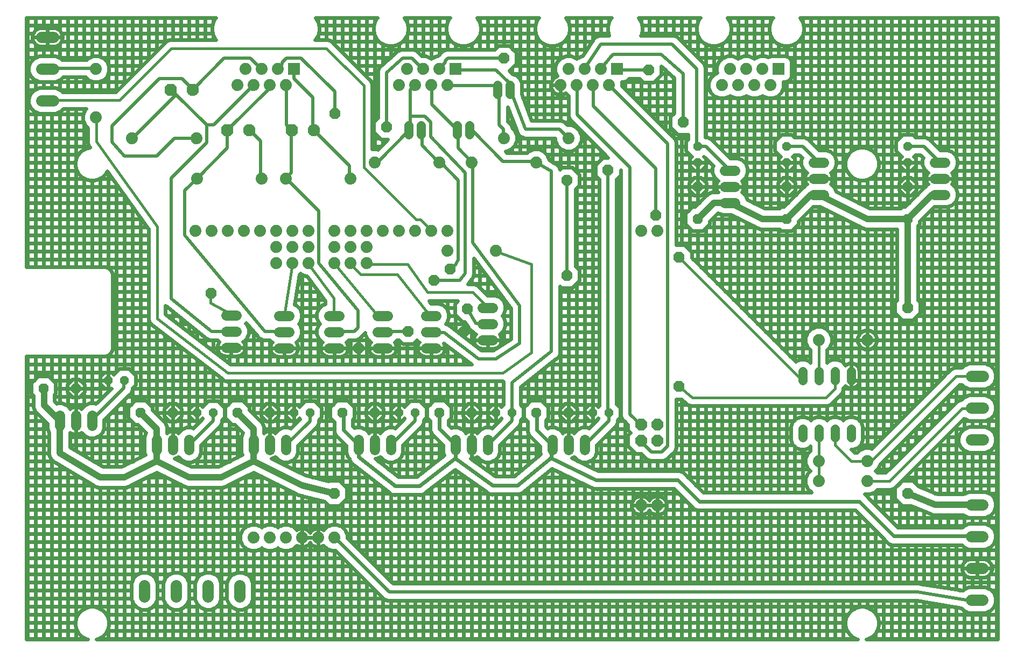
<source format=gbl>
G75*
%MOIN*%
%OFA0B0*%
%FSLAX25Y25*%
%IPPOS*%
%LPD*%
%AMOC8*
5,1,8,0,0,1.08239X$1,22.5*
%
%ADD10C,0.07400*%
%ADD11R,0.07400X0.07400*%
%ADD12OC8,0.07400*%
%ADD13C,0.07600*%
%ADD14OC8,0.07600*%
%ADD15OC8,0.06300*%
%ADD16OC8,0.05600*%
%ADD17C,0.06400*%
%ADD18C,0.05600*%
%ADD19C,0.07100*%
%ADD20C,0.04000*%
%ADD21OC8,0.06756*%
%ADD22C,0.02000*%
%ADD23C,0.02400*%
%ADD24C,0.01600*%
D10*
X0276965Y0179100D03*
X0286965Y0179100D03*
X0296965Y0179100D03*
X0306965Y0179100D03*
X0316965Y0179100D03*
X0326965Y0179100D03*
X0516965Y0199100D03*
X0526965Y0199100D03*
X0626965Y0214100D03*
X0626965Y0226600D03*
X0656965Y0226600D03*
X0656965Y0214100D03*
X0656965Y0301600D03*
X0626965Y0301600D03*
X0526965Y0369100D03*
X0516965Y0369100D03*
X0451965Y0411600D03*
X0431965Y0426600D03*
X0411965Y0411600D03*
X0391965Y0411600D03*
X0351965Y0411600D03*
X0336965Y0401600D03*
X0296965Y0401600D03*
X0281965Y0401600D03*
X0241965Y0401600D03*
X0241670Y0426600D03*
X0201670Y0426600D03*
X0179465Y0439395D03*
X0179465Y0469395D03*
X0266965Y0459395D03*
X0276965Y0459395D03*
X0271965Y0469395D03*
X0281965Y0469395D03*
X0291965Y0469395D03*
X0286965Y0459395D03*
X0296965Y0459395D03*
X0366965Y0459395D03*
X0376965Y0459395D03*
X0386965Y0459395D03*
X0396965Y0459395D03*
X0391965Y0469395D03*
X0381965Y0469395D03*
X0371965Y0469395D03*
X0466965Y0459395D03*
X0476965Y0459395D03*
X0486965Y0459395D03*
X0496965Y0459395D03*
X0491965Y0469395D03*
X0481965Y0469395D03*
X0471965Y0469395D03*
X0471965Y0426600D03*
X0396965Y0369100D03*
X0386965Y0369100D03*
X0376965Y0369100D03*
X0366965Y0369100D03*
X0356965Y0369100D03*
X0346965Y0369100D03*
X0336965Y0369100D03*
X0326965Y0369100D03*
X0326965Y0359100D03*
X0336965Y0359100D03*
X0346965Y0359100D03*
X0346965Y0349100D03*
X0336965Y0349100D03*
X0326965Y0349100D03*
X0310965Y0349100D03*
X0300965Y0349100D03*
X0290965Y0349100D03*
X0290965Y0359100D03*
X0290965Y0369100D03*
X0280965Y0369100D03*
X0270965Y0369100D03*
X0260965Y0369100D03*
X0250965Y0369100D03*
X0240965Y0369100D03*
X0300965Y0369100D03*
X0300965Y0359100D03*
X0310965Y0359100D03*
X0310965Y0369100D03*
X0396965Y0356895D03*
X0426965Y0356895D03*
X0566965Y0459395D03*
X0576965Y0459395D03*
X0586965Y0459395D03*
X0596965Y0459395D03*
X0591965Y0469395D03*
X0581965Y0469395D03*
X0571965Y0469395D03*
D11*
X0601965Y0469395D03*
X0501965Y0469395D03*
X0401965Y0469395D03*
X0301965Y0469395D03*
D12*
X0516965Y0249100D03*
X0526965Y0249100D03*
X0526965Y0239100D03*
X0516965Y0239100D03*
D13*
X0314465Y0431600D03*
X0274465Y0431600D03*
X0239465Y0456600D03*
D14*
X0225715Y0456600D03*
X0260715Y0431600D03*
X0300715Y0431600D03*
D15*
X0166965Y0271600D03*
X0146965Y0271600D03*
X0206965Y0256600D03*
X0226965Y0256600D03*
X0266965Y0256600D03*
X0286965Y0256600D03*
X0331965Y0256600D03*
X0351965Y0256600D03*
X0391965Y0256600D03*
X0411965Y0256600D03*
X0451965Y0256600D03*
X0471965Y0256600D03*
X0551965Y0376600D03*
X0551965Y0396600D03*
X0606965Y0396600D03*
X0606965Y0376600D03*
X0681965Y0376600D03*
X0681965Y0396600D03*
D16*
X0681965Y0411600D03*
X0681965Y0421600D03*
X0606965Y0421600D03*
X0606965Y0411600D03*
X0551965Y0411600D03*
X0551965Y0421600D03*
X0496965Y0256600D03*
X0486965Y0256600D03*
X0436965Y0256600D03*
X0426965Y0256600D03*
X0376965Y0256600D03*
X0366965Y0256600D03*
X0311965Y0256600D03*
X0301965Y0256600D03*
X0251965Y0256600D03*
X0241965Y0256600D03*
X0196965Y0276600D03*
X0186965Y0276600D03*
D17*
X0176965Y0254800D02*
X0176965Y0248400D01*
X0166965Y0248400D02*
X0166965Y0254800D01*
X0156965Y0254800D02*
X0156965Y0248400D01*
X0216965Y0239800D02*
X0216965Y0233400D01*
X0226965Y0233400D02*
X0226965Y0239800D01*
X0236965Y0239800D02*
X0236965Y0233400D01*
X0276965Y0233400D02*
X0276965Y0239800D01*
X0286965Y0239800D02*
X0286965Y0233400D01*
X0296965Y0233400D02*
X0296965Y0239800D01*
X0341965Y0239800D02*
X0341965Y0233400D01*
X0351965Y0233400D02*
X0351965Y0239800D01*
X0361965Y0239800D02*
X0361965Y0233400D01*
X0401965Y0233400D02*
X0401965Y0239800D01*
X0411965Y0239800D02*
X0411965Y0233400D01*
X0421965Y0233400D02*
X0421965Y0239800D01*
X0461965Y0239800D02*
X0461965Y0233400D01*
X0471965Y0233400D02*
X0471965Y0239800D01*
X0481965Y0239800D02*
X0481965Y0233400D01*
X0390165Y0296600D02*
X0383765Y0296600D01*
X0383765Y0306600D02*
X0390165Y0306600D01*
X0390165Y0316600D02*
X0383765Y0316600D01*
X0360165Y0316600D02*
X0353765Y0316600D01*
X0353765Y0306600D02*
X0360165Y0306600D01*
X0360165Y0296600D02*
X0353765Y0296600D01*
X0330165Y0296600D02*
X0323765Y0296600D01*
X0323765Y0306600D02*
X0330165Y0306600D01*
X0330165Y0316600D02*
X0323765Y0316600D01*
X0299165Y0316600D02*
X0292765Y0316600D01*
X0292765Y0306600D02*
X0299165Y0306600D01*
X0299165Y0296600D02*
X0292765Y0296600D01*
X0266415Y0296895D02*
X0260015Y0296895D01*
X0260015Y0306895D02*
X0266415Y0306895D01*
X0266415Y0316895D02*
X0260015Y0316895D01*
X0418765Y0321600D02*
X0425165Y0321600D01*
X0425165Y0311600D02*
X0418765Y0311600D01*
X0418765Y0301600D02*
X0425165Y0301600D01*
X0568765Y0386600D02*
X0575165Y0386600D01*
X0575165Y0396600D02*
X0568765Y0396600D01*
X0568765Y0406600D02*
X0575165Y0406600D01*
X0623765Y0401600D02*
X0630165Y0401600D01*
X0630165Y0391600D02*
X0623765Y0391600D01*
X0623765Y0411600D02*
X0630165Y0411600D01*
X0698765Y0411600D02*
X0705165Y0411600D01*
X0705165Y0401600D02*
X0698765Y0401600D01*
X0698765Y0391600D02*
X0705165Y0391600D01*
D18*
X0646965Y0282200D02*
X0646965Y0276600D01*
X0636965Y0276600D02*
X0636965Y0282200D01*
X0626965Y0282200D02*
X0626965Y0276600D01*
X0616965Y0276600D02*
X0616965Y0282200D01*
X0616965Y0246600D02*
X0616965Y0241000D01*
X0626965Y0241000D02*
X0626965Y0246600D01*
X0636965Y0246600D02*
X0636965Y0241000D01*
X0646965Y0241000D02*
X0646965Y0246600D01*
X0410715Y0428800D02*
X0410715Y0434400D01*
X0403215Y0434400D02*
X0403215Y0428800D01*
X0380715Y0428800D02*
X0380715Y0434400D01*
X0373215Y0434400D02*
X0373215Y0428800D01*
X0428215Y0453800D02*
X0428215Y0459400D01*
X0435715Y0459400D02*
X0435715Y0453800D01*
D19*
X0152936Y0449710D02*
X0145836Y0449710D01*
X0145836Y0469395D02*
X0152936Y0469395D01*
X0152936Y0489080D02*
X0145836Y0489080D01*
X0209457Y0149571D02*
X0209457Y0142471D01*
X0229142Y0142471D02*
X0229142Y0149571D01*
X0248827Y0149571D02*
X0248827Y0142471D01*
X0268512Y0142471D02*
X0268512Y0149571D01*
X0721407Y0140498D02*
X0728507Y0140498D01*
X0728507Y0160183D02*
X0721407Y0160183D01*
X0721407Y0179868D02*
X0728507Y0179868D01*
X0728507Y0199553D02*
X0721407Y0199553D01*
X0721486Y0239710D02*
X0728586Y0239710D01*
X0728586Y0259395D02*
X0721486Y0259395D01*
X0721486Y0279080D02*
X0728586Y0279080D01*
D20*
X0681965Y0321600D02*
X0681965Y0376600D01*
X0656965Y0376600D01*
X0626965Y0391600D01*
X0621965Y0391600D01*
X0606965Y0376600D01*
X0591965Y0376600D01*
X0571965Y0386600D01*
X0561965Y0386600D01*
X0551965Y0376600D01*
X0681965Y0376600D02*
X0696965Y0391600D01*
X0701965Y0391600D01*
X0681965Y0206600D02*
X0699012Y0199553D01*
X0724957Y0199553D01*
X0326965Y0206600D02*
X0306965Y0211600D01*
X0276965Y0226600D01*
X0276965Y0236600D01*
X0276965Y0246600D01*
X0266965Y0256600D01*
X0276965Y0226600D02*
X0256965Y0216600D01*
X0236965Y0216600D01*
X0216965Y0226600D01*
X0196965Y0216600D01*
X0181965Y0216600D01*
X0156965Y0231600D01*
X0156965Y0251600D01*
X0156265Y0252000D01*
X0147265Y0261000D01*
X0147265Y0270900D01*
X0146965Y0271600D01*
X0206965Y0256600D02*
X0216965Y0246600D01*
X0216965Y0236600D01*
X0216965Y0226600D01*
D21*
X0326965Y0206600D03*
X0341965Y0296600D03*
X0372665Y0306900D03*
X0406965Y0306600D03*
X0409390Y0320675D03*
X0388865Y0338400D03*
X0398590Y0345600D03*
X0471065Y0341500D03*
X0526165Y0378900D03*
X0540565Y0352800D03*
X0471065Y0400500D03*
X0496465Y0406800D03*
X0542915Y0436400D03*
X0521665Y0468900D03*
X0432065Y0476100D03*
X0359315Y0433400D03*
X0327265Y0441900D03*
X0250665Y0330300D03*
X0540565Y0272700D03*
X0681965Y0321600D03*
X0681965Y0206600D03*
D22*
X0688140Y0145350D02*
X0717993Y0140498D01*
X0724957Y0140498D01*
X0724165Y0141300D01*
X0688140Y0145350D02*
X0361015Y0145350D01*
X0327265Y0179100D01*
X0326965Y0179100D01*
X0297565Y0236700D02*
X0296965Y0236600D01*
X0297565Y0236700D02*
X0311965Y0251100D01*
X0311965Y0256600D01*
X0361965Y0236600D02*
X0376965Y0251600D01*
X0376965Y0256600D01*
X0421965Y0236600D02*
X0436965Y0251600D01*
X0436965Y0256600D01*
X0437065Y0257400D01*
X0437065Y0275150D01*
X0461365Y0294450D01*
X0461365Y0406000D01*
X0451965Y0411600D01*
X0452365Y0412200D01*
X0451965Y0411600D02*
X0451465Y0412200D01*
X0431565Y0412200D01*
X0412665Y0431100D01*
X0410965Y0431100D01*
X0410715Y0431600D01*
X0403765Y0431100D02*
X0403215Y0431600D01*
X0402865Y0432000D01*
X0387565Y0447300D01*
X0387565Y0459000D01*
X0386965Y0459395D01*
X0376965Y0459395D02*
X0376765Y0459000D01*
X0374065Y0456300D01*
X0374065Y0440100D01*
X0383065Y0440100D01*
X0386665Y0436500D01*
X0386665Y0427500D01*
X0407915Y0405000D01*
X0407915Y0342900D01*
X0404665Y0338400D01*
X0388865Y0338400D01*
X0398590Y0345600D02*
X0401965Y0348075D01*
X0403765Y0351225D01*
X0403765Y0400500D01*
X0392965Y0411300D01*
X0391965Y0411600D01*
X0391165Y0412200D01*
X0381265Y0422100D01*
X0381265Y0431100D01*
X0380715Y0431600D01*
X0374065Y0432000D02*
X0373215Y0431600D01*
X0373165Y0431100D01*
X0354265Y0412200D01*
X0352465Y0412200D01*
X0351965Y0411600D01*
X0336265Y0409500D02*
X0336265Y0402300D01*
X0336965Y0401600D01*
X0336265Y0409500D02*
X0314665Y0431100D01*
X0314465Y0431600D01*
X0313765Y0432000D01*
X0313765Y0451800D01*
X0302065Y0463500D01*
X0302065Y0468900D01*
X0301965Y0469395D01*
X0294865Y0472500D02*
X0294865Y0473400D01*
X0297565Y0476100D01*
X0306565Y0476100D01*
X0327265Y0455400D01*
X0327265Y0441900D01*
X0300715Y0431600D02*
X0300265Y0431100D01*
X0300265Y0405000D01*
X0297565Y0402300D01*
X0296965Y0401600D01*
X0297565Y0401400D01*
X0317365Y0381600D01*
X0317365Y0349200D01*
X0341665Y0319900D01*
X0341665Y0309100D01*
X0339465Y0306900D01*
X0327665Y0306900D01*
X0326965Y0306600D01*
X0326965Y0316600D02*
X0326765Y0316800D01*
X0356465Y0316800D02*
X0356965Y0316600D01*
X0357365Y0306900D02*
X0356965Y0306600D01*
X0357365Y0306900D02*
X0372665Y0306900D01*
X0386965Y0306600D02*
X0387065Y0306000D01*
X0395165Y0306000D01*
X0416365Y0289800D01*
X0427165Y0289800D01*
X0441665Y0299300D01*
X0441665Y0322900D01*
X0412765Y0361800D01*
X0412765Y0411300D01*
X0411965Y0411600D01*
X0411865Y0412200D01*
X0403765Y0420300D01*
X0403765Y0431100D01*
X0428965Y0434700D02*
X0431665Y0432000D01*
X0431965Y0426600D01*
X0428965Y0434700D02*
X0428965Y0456300D01*
X0428215Y0456600D01*
X0428065Y0457200D01*
X0426265Y0459000D01*
X0397465Y0459000D01*
X0396965Y0459395D01*
X0401965Y0468900D02*
X0401965Y0469395D01*
X0401965Y0468900D02*
X0427165Y0468900D01*
X0435265Y0460800D01*
X0435265Y0457200D01*
X0435715Y0456600D01*
X0436165Y0456300D01*
X0445465Y0432000D01*
X0466265Y0432000D01*
X0471965Y0426600D01*
X0477565Y0441000D02*
X0509965Y0408600D01*
X0509965Y0255600D01*
X0516265Y0249300D01*
X0516965Y0249100D01*
X0516965Y0239100D02*
X0517165Y0238500D01*
X0523465Y0232200D01*
X0529765Y0232200D01*
X0533365Y0235800D01*
X0533365Y0423000D01*
X0497365Y0459000D01*
X0496965Y0459395D01*
X0487465Y0459000D02*
X0486965Y0459395D01*
X0487465Y0459000D02*
X0487465Y0446500D01*
X0526165Y0407800D01*
X0526165Y0378900D01*
X0496465Y0406800D02*
X0496465Y0257400D01*
X0496965Y0256600D01*
X0496965Y0251600D01*
X0481965Y0236600D01*
X0421965Y0311600D02*
X0421765Y0311900D01*
X0414790Y0311900D01*
X0409390Y0320675D01*
X0471065Y0341500D02*
X0471065Y0400500D01*
X0477565Y0441000D02*
X0477565Y0459000D01*
X0476965Y0459395D01*
X0481965Y0469395D02*
X0482065Y0469800D01*
X0491965Y0484700D01*
X0536165Y0484700D01*
X0551365Y0469500D01*
X0551365Y0422100D01*
X0551965Y0421600D01*
X0556965Y0421600D01*
X0571965Y0406600D01*
X0606965Y0421600D02*
X0616965Y0421600D01*
X0626965Y0411600D01*
X0681965Y0421600D02*
X0691965Y0421600D01*
X0701965Y0411600D01*
X0542915Y0436400D02*
X0542915Y0466300D01*
X0529365Y0478600D01*
X0499865Y0478600D01*
X0498065Y0476800D01*
X0495565Y0473400D01*
X0491965Y0469800D01*
X0491965Y0469395D01*
X0501965Y0469395D02*
X0502765Y0468900D01*
X0521665Y0468900D01*
X0432065Y0476100D02*
X0397465Y0476100D01*
X0395665Y0474300D01*
X0395665Y0473400D01*
X0392065Y0469800D01*
X0391965Y0469395D01*
X0381965Y0469395D02*
X0381265Y0469800D01*
X0374965Y0476100D01*
X0369565Y0476100D01*
X0359315Y0467100D01*
X0359315Y0433400D01*
X0374065Y0432000D02*
X0374065Y0440100D01*
X0300715Y0431600D02*
X0300265Y0432000D01*
X0297565Y0434700D01*
X0297565Y0459000D01*
X0296965Y0459395D01*
X0286965Y0459395D02*
X0286765Y0459000D01*
X0286765Y0457200D01*
X0261565Y0432000D01*
X0260715Y0431600D01*
X0260665Y0431100D01*
X0260665Y0420300D01*
X0241965Y0401600D01*
X0234565Y0394200D01*
X0234565Y0366300D01*
X0283965Y0306900D01*
X0295265Y0306900D01*
X0295965Y0306600D01*
X0295965Y0316600D02*
X0296165Y0316800D01*
X0263215Y0316895D02*
X0262865Y0317700D01*
X0262865Y0306900D02*
X0251065Y0306900D01*
X0225965Y0327000D01*
X0225965Y0401800D01*
X0248065Y0423900D01*
X0248065Y0434700D01*
X0252565Y0434700D01*
X0276865Y0459000D01*
X0276965Y0459395D01*
X0281965Y0469395D02*
X0281365Y0469800D01*
X0275065Y0476100D01*
X0258865Y0476100D01*
X0239965Y0457200D01*
X0239465Y0456600D01*
X0239065Y0457200D01*
X0232765Y0463500D01*
X0218865Y0463500D01*
X0189465Y0434100D01*
X0189465Y0424100D01*
X0196965Y0415350D01*
X0216965Y0415350D01*
X0228215Y0426600D01*
X0241670Y0426600D01*
X0248065Y0434700D02*
X0229165Y0453600D01*
X0202165Y0426600D01*
X0201670Y0426600D01*
X0225715Y0456600D02*
X0226465Y0456300D01*
X0229165Y0453600D01*
X0274465Y0431600D02*
X0275065Y0431100D01*
X0281365Y0424800D01*
X0281365Y0402300D01*
X0281965Y0401600D01*
X0336965Y0349100D02*
X0337165Y0348300D01*
X0263215Y0306895D02*
X0262865Y0306900D01*
X0196965Y0276600D02*
X0196765Y0276300D01*
X0196765Y0271800D01*
X0176965Y0252000D01*
X0176965Y0251600D01*
X0236965Y0236600D02*
X0251965Y0251600D01*
X0251965Y0256600D01*
X0291965Y0469395D02*
X0292165Y0469800D01*
X0294865Y0472500D01*
X0179465Y0469395D02*
X0178765Y0469800D01*
X0149965Y0469800D01*
X0149386Y0469395D01*
D23*
X0136365Y0291400D02*
X0136365Y0116000D01*
X0174435Y0116000D01*
X0173066Y0116367D01*
X0170716Y0117724D01*
X0168797Y0119642D01*
X0167441Y0121992D01*
X0166738Y0124613D01*
X0166738Y0127327D01*
X0167441Y0129948D01*
X0168797Y0132298D01*
X0170716Y0134217D01*
X0173066Y0135573D01*
X0175687Y0136276D01*
X0178401Y0136276D01*
X0181022Y0135573D01*
X0183372Y0134217D01*
X0185290Y0132298D01*
X0186647Y0129948D01*
X0187349Y0127327D01*
X0187349Y0124613D01*
X0186647Y0121992D01*
X0185290Y0119642D01*
X0183372Y0117724D01*
X0181022Y0116367D01*
X0179652Y0116000D01*
X0651207Y0116000D01*
X0649838Y0116367D01*
X0647488Y0117724D01*
X0645569Y0119642D01*
X0644212Y0121992D01*
X0643510Y0124613D01*
X0643510Y0127327D01*
X0644212Y0129948D01*
X0645569Y0132298D01*
X0647488Y0134217D01*
X0649838Y0135573D01*
X0652459Y0136276D01*
X0655172Y0136276D01*
X0657793Y0135573D01*
X0660143Y0134217D01*
X0662062Y0132298D01*
X0663419Y0129948D01*
X0664121Y0127327D01*
X0664121Y0124613D01*
X0663419Y0121992D01*
X0662062Y0119642D01*
X0660143Y0117724D01*
X0657793Y0116367D01*
X0656424Y0116000D01*
X0737801Y0116000D01*
X0737801Y0501216D01*
X0615280Y0501212D01*
X0615527Y0500965D01*
X0616935Y0498525D01*
X0617664Y0495804D01*
X0617664Y0492987D01*
X0616935Y0490266D01*
X0615527Y0487826D01*
X0613535Y0485834D01*
X0611095Y0484425D01*
X0608374Y0483696D01*
X0605557Y0483696D01*
X0602835Y0484425D01*
X0600396Y0485834D01*
X0598404Y0487826D01*
X0596995Y0490266D01*
X0596266Y0492987D01*
X0596266Y0495804D01*
X0596995Y0498525D01*
X0598404Y0500965D01*
X0598650Y0501211D01*
X0570281Y0501210D01*
X0570527Y0500965D01*
X0571935Y0498525D01*
X0572664Y0495804D01*
X0572664Y0492987D01*
X0571935Y0490266D01*
X0570527Y0487826D01*
X0568535Y0485834D01*
X0566095Y0484425D01*
X0563374Y0483696D01*
X0560557Y0483696D01*
X0557835Y0484425D01*
X0555396Y0485834D01*
X0553404Y0487826D01*
X0551995Y0490266D01*
X0551266Y0492987D01*
X0551266Y0495804D01*
X0551995Y0498525D01*
X0553404Y0500965D01*
X0553649Y0501210D01*
X0515283Y0501208D01*
X0515527Y0500965D01*
X0516935Y0498525D01*
X0517664Y0495804D01*
X0517664Y0492987D01*
X0516935Y0490266D01*
X0516840Y0490100D01*
X0537239Y0490100D01*
X0539224Y0489278D01*
X0554424Y0474078D01*
X0555943Y0472559D01*
X0556765Y0470574D01*
X0556765Y0427000D01*
X0558039Y0427000D01*
X0560024Y0426178D01*
X0561543Y0424659D01*
X0572002Y0414200D01*
X0576677Y0414200D01*
X0579470Y0413043D01*
X0581608Y0410905D01*
X0582765Y0408112D01*
X0582765Y0405088D01*
X0581608Y0402295D01*
X0579470Y0400157D01*
X0579305Y0400089D01*
X0579784Y0399430D01*
X0580170Y0398673D01*
X0580432Y0397865D01*
X0580565Y0397025D01*
X0580565Y0396600D01*
X0571965Y0396600D01*
X0551965Y0396600D01*
X0538765Y0396600D01*
X0538765Y0401600D02*
X0549399Y0401600D01*
X0549749Y0401950D02*
X0546615Y0398816D01*
X0546615Y0396600D01*
X0546615Y0394384D01*
X0549749Y0391250D01*
X0551965Y0391250D01*
X0551965Y0396600D01*
X0551965Y0396600D01*
X0546615Y0396600D01*
X0551965Y0396600D01*
X0551965Y0401950D01*
X0549749Y0401950D01*
X0551965Y0401950D02*
X0551965Y0396600D01*
X0551965Y0396600D01*
X0551965Y0396600D01*
X0551965Y0411600D01*
X0538765Y0411600D01*
X0538765Y0406600D02*
X0549894Y0406600D01*
X0551965Y0406600D01*
X0551965Y0406600D01*
X0551965Y0411600D01*
X0551965Y0411600D01*
X0546965Y0411600D01*
X0546965Y0411600D01*
X0546965Y0409529D01*
X0546965Y0399166D01*
X0546965Y0396600D02*
X0546965Y0396600D01*
X0546965Y0394034D02*
X0546965Y0382277D01*
X0546288Y0381600D02*
X0538765Y0381600D01*
X0538765Y0376600D02*
X0544415Y0376600D01*
X0544415Y0379727D02*
X0544415Y0373473D01*
X0548838Y0369050D01*
X0555093Y0369050D01*
X0559515Y0373473D01*
X0559515Y0375099D01*
X0564540Y0380124D01*
X0567253Y0379000D01*
X0572854Y0379000D01*
X0588174Y0371340D01*
X0588340Y0371174D01*
X0589306Y0370774D01*
X0590242Y0370306D01*
X0590476Y0370290D01*
X0590692Y0370200D01*
X0591738Y0370200D01*
X0592781Y0370126D01*
X0593004Y0370200D01*
X0602688Y0370200D01*
X0603838Y0369050D01*
X0610093Y0369050D01*
X0614515Y0373473D01*
X0614515Y0375099D01*
X0623416Y0384000D01*
X0627854Y0384000D01*
X0653174Y0371340D01*
X0653340Y0371174D01*
X0654306Y0370774D01*
X0655242Y0370306D01*
X0655476Y0370290D01*
X0655692Y0370200D01*
X0656738Y0370200D01*
X0657781Y0370126D01*
X0658004Y0370200D01*
X0675565Y0370200D01*
X0675565Y0326200D01*
X0674187Y0324822D01*
X0674187Y0318378D01*
X0678743Y0313822D01*
X0685187Y0313822D01*
X0689743Y0318378D01*
X0689743Y0324822D01*
X0688365Y0326200D01*
X0688365Y0372323D01*
X0689515Y0373473D01*
X0689515Y0375099D01*
X0698416Y0384000D01*
X0706677Y0384000D01*
X0709470Y0385157D01*
X0711608Y0387295D01*
X0712765Y0390088D01*
X0712765Y0393112D01*
X0711608Y0395905D01*
X0709470Y0398043D01*
X0709305Y0398111D01*
X0709784Y0398770D01*
X0710170Y0399527D01*
X0710432Y0400335D01*
X0710565Y0401175D01*
X0710565Y0401600D01*
X0710565Y0402025D01*
X0710432Y0402865D01*
X0710170Y0403673D01*
X0709784Y0404430D01*
X0709305Y0405089D01*
X0709470Y0405157D01*
X0711608Y0407295D01*
X0712765Y0410088D01*
X0712765Y0413112D01*
X0711608Y0415905D01*
X0709470Y0418043D01*
X0706677Y0419200D01*
X0702002Y0419200D01*
X0696543Y0424659D01*
X0695024Y0426178D01*
X0693039Y0427000D01*
X0686748Y0427000D01*
X0684948Y0428800D01*
X0678983Y0428800D01*
X0674765Y0424582D01*
X0674765Y0418618D01*
X0678339Y0415044D01*
X0676965Y0413671D01*
X0676965Y0416418D01*
X0676783Y0416600D02*
X0662260Y0416600D01*
X0662062Y0416943D02*
X0660143Y0418862D01*
X0657793Y0420219D01*
X0655172Y0420921D01*
X0652459Y0420921D01*
X0649838Y0420219D01*
X0647488Y0418862D01*
X0645569Y0416943D01*
X0644212Y0414594D01*
X0643510Y0411972D01*
X0643510Y0409259D01*
X0644212Y0406638D01*
X0645569Y0404288D01*
X0647488Y0402369D01*
X0649838Y0401013D01*
X0652459Y0400310D01*
X0655172Y0400310D01*
X0657793Y0401013D01*
X0660143Y0402369D01*
X0662062Y0404288D01*
X0663419Y0406638D01*
X0664121Y0409259D01*
X0664121Y0411972D01*
X0663419Y0414594D01*
X0662062Y0416943D01*
X0661965Y0417040D02*
X0661965Y0501213D01*
X0656965Y0501213D02*
X0656965Y0420441D01*
X0651965Y0420789D02*
X0651965Y0501213D01*
X0646965Y0501213D02*
X0646965Y0418340D01*
X0645371Y0416600D02*
X0635913Y0416600D01*
X0636608Y0415905D02*
X0634470Y0418043D01*
X0631677Y0419200D01*
X0627002Y0419200D01*
X0621543Y0424659D01*
X0620024Y0426178D01*
X0618039Y0427000D01*
X0611748Y0427000D01*
X0609948Y0428800D01*
X0603983Y0428800D01*
X0599765Y0424582D01*
X0599765Y0418618D01*
X0603339Y0415044D01*
X0601965Y0413671D01*
X0601965Y0416418D01*
X0601783Y0416600D02*
X0569602Y0416600D01*
X0571965Y0414237D02*
X0571965Y0452940D01*
X0572377Y0452528D01*
X0575354Y0451295D01*
X0578576Y0451295D01*
X0581553Y0452528D01*
X0581965Y0452940D01*
X0582377Y0452528D01*
X0585354Y0451295D01*
X0588576Y0451295D01*
X0591553Y0452528D01*
X0591965Y0452940D01*
X0592377Y0452528D01*
X0595354Y0451295D01*
X0598576Y0451295D01*
X0601553Y0452528D01*
X0603832Y0454807D01*
X0605065Y0457784D01*
X0605065Y0461006D01*
X0604946Y0461295D01*
X0606540Y0461295D01*
X0608158Y0461965D01*
X0609395Y0463203D01*
X0610065Y0464820D01*
X0610065Y0473970D01*
X0609395Y0475588D01*
X0608158Y0476825D01*
X0606540Y0477495D01*
X0597390Y0477495D01*
X0595773Y0476825D01*
X0595603Y0476656D01*
X0593576Y0477495D01*
X0590354Y0477495D01*
X0587377Y0476262D01*
X0586965Y0475850D01*
X0586553Y0476262D01*
X0583576Y0477495D01*
X0580354Y0477495D01*
X0577377Y0476262D01*
X0576965Y0475850D01*
X0576553Y0476262D01*
X0573576Y0477495D01*
X0570354Y0477495D01*
X0567377Y0476262D01*
X0565098Y0473984D01*
X0563865Y0471006D01*
X0563865Y0467784D01*
X0564185Y0467011D01*
X0562377Y0466262D01*
X0560098Y0463984D01*
X0558865Y0461006D01*
X0558865Y0457784D01*
X0560098Y0454807D01*
X0562377Y0452528D01*
X0565354Y0451295D01*
X0568576Y0451295D01*
X0571553Y0452528D01*
X0571965Y0452940D01*
X0569312Y0451600D02*
X0574618Y0451600D01*
X0576965Y0451295D02*
X0576965Y0414081D01*
X0580913Y0411600D02*
X0606965Y0411600D01*
X0606965Y0411600D01*
X0601965Y0411600D01*
X0601965Y0411600D01*
X0601965Y0409529D01*
X0601965Y0399166D01*
X0601615Y0398816D02*
X0601615Y0396600D01*
X0601615Y0394384D01*
X0604749Y0391250D01*
X0606965Y0391250D01*
X0606965Y0396600D01*
X0571965Y0396600D01*
X0571965Y0396600D01*
X0563365Y0396600D01*
X0563365Y0396175D01*
X0563498Y0395335D01*
X0563761Y0394527D01*
X0564147Y0393770D01*
X0564625Y0393111D01*
X0564460Y0393043D01*
X0564417Y0393000D01*
X0560692Y0393000D01*
X0558340Y0392026D01*
X0550464Y0384150D01*
X0548838Y0384150D01*
X0544415Y0379727D01*
X0546288Y0371600D02*
X0538765Y0371600D01*
X0538765Y0366600D02*
X0675565Y0366600D01*
X0675565Y0361600D02*
X0538765Y0361600D01*
X0538765Y0360578D02*
X0538765Y0424074D01*
X0537943Y0426059D01*
X0505065Y0458937D01*
X0505065Y0461006D01*
X0504946Y0461295D01*
X0506540Y0461295D01*
X0508158Y0461965D01*
X0509395Y0463203D01*
X0509518Y0463500D01*
X0516066Y0463500D01*
X0518443Y0461122D01*
X0524887Y0461122D01*
X0529443Y0465678D01*
X0529443Y0471236D01*
X0537515Y0463909D01*
X0537515Y0442000D01*
X0535137Y0439622D01*
X0535137Y0433178D01*
X0539693Y0428622D01*
X0545965Y0428622D01*
X0545965Y0425782D01*
X0544765Y0424582D01*
X0544765Y0418618D01*
X0548339Y0415044D01*
X0546965Y0413671D01*
X0546965Y0416418D01*
X0546783Y0416600D02*
X0538765Y0416600D01*
X0538765Y0421600D02*
X0544765Y0421600D01*
X0545965Y0426600D02*
X0537402Y0426600D01*
X0536965Y0427037D02*
X0536965Y0431350D01*
X0536716Y0431600D02*
X0532402Y0431600D01*
X0531965Y0432037D02*
X0531965Y0468947D01*
X0529443Y0466600D02*
X0534551Y0466600D01*
X0536965Y0464408D02*
X0536965Y0441450D01*
X0537116Y0441600D02*
X0522402Y0441600D01*
X0521965Y0442037D02*
X0521965Y0461122D01*
X0525365Y0461600D02*
X0537515Y0461600D01*
X0537515Y0456600D02*
X0507402Y0456600D01*
X0506965Y0457037D02*
X0506965Y0461471D01*
X0507276Y0461600D02*
X0517966Y0461600D01*
X0516965Y0462600D02*
X0516965Y0447037D01*
X0517402Y0446600D02*
X0537515Y0446600D01*
X0537515Y0451600D02*
X0512402Y0451600D01*
X0511965Y0452037D02*
X0511965Y0463500D01*
X0526965Y0463200D02*
X0526965Y0437037D01*
X0527402Y0436600D02*
X0535137Y0436600D01*
X0541965Y0428622D02*
X0541965Y0360578D01*
X0543787Y0360578D02*
X0538765Y0360578D01*
X0543787Y0360578D02*
X0548343Y0356022D01*
X0548343Y0352376D01*
X0612651Y0288068D01*
X0612887Y0288304D01*
X0615533Y0289400D01*
X0618397Y0289400D01*
X0621044Y0288304D01*
X0621765Y0287582D01*
X0621765Y0295345D01*
X0620098Y0297012D01*
X0618865Y0299989D01*
X0618865Y0303211D01*
X0620098Y0306188D01*
X0622377Y0308467D01*
X0625354Y0309700D01*
X0628576Y0309700D01*
X0631553Y0308467D01*
X0633832Y0306188D01*
X0635065Y0303211D01*
X0635065Y0299989D01*
X0633832Y0297012D01*
X0632165Y0295345D01*
X0632165Y0287582D01*
X0632887Y0288304D01*
X0635533Y0289400D01*
X0638397Y0289400D01*
X0641044Y0288304D01*
X0643069Y0286278D01*
X0643334Y0285640D01*
X0643708Y0286014D01*
X0644345Y0286476D01*
X0645046Y0286834D01*
X0645794Y0287077D01*
X0646572Y0287200D01*
X0646965Y0287200D01*
X0646965Y0276600D01*
X0646965Y0276600D01*
X0646965Y0276600D01*
X0646965Y0271600D01*
X0646965Y0271600D01*
X0646572Y0271600D01*
X0642165Y0271600D01*
X0642165Y0271618D02*
X0643069Y0272522D01*
X0643334Y0273160D01*
X0643708Y0272786D01*
X0644345Y0272324D01*
X0645046Y0271966D01*
X0645794Y0271723D01*
X0646572Y0271600D01*
X0646965Y0271600D02*
X0647359Y0271600D01*
X0697111Y0271600D01*
X0696965Y0271454D02*
X0696965Y0382549D01*
X0696016Y0381600D02*
X0737801Y0381600D01*
X0737801Y0376600D02*
X0691016Y0376600D01*
X0691965Y0377549D02*
X0691965Y0266454D01*
X0692111Y0266600D02*
X0639319Y0266600D01*
X0639911Y0267192D02*
X0641374Y0268654D01*
X0642165Y0270566D01*
X0642165Y0271618D01*
X0641965Y0270083D02*
X0641965Y0251782D01*
X0641044Y0252704D01*
X0638397Y0253800D01*
X0635533Y0253800D01*
X0632887Y0252704D01*
X0631965Y0251782D01*
X0631044Y0252704D01*
X0628397Y0253800D01*
X0625533Y0253800D01*
X0622887Y0252704D01*
X0621965Y0251782D01*
X0621044Y0252704D01*
X0618397Y0253800D01*
X0615533Y0253800D01*
X0612887Y0252704D01*
X0610861Y0250678D01*
X0609765Y0248032D01*
X0609765Y0239568D01*
X0610861Y0236922D01*
X0612887Y0234896D01*
X0615533Y0233800D01*
X0618397Y0233800D01*
X0621044Y0234896D01*
X0621765Y0235618D01*
X0621765Y0232855D01*
X0620098Y0231188D01*
X0618865Y0228211D01*
X0618865Y0224989D01*
X0620098Y0222012D01*
X0621760Y0220350D01*
X0620098Y0218688D01*
X0618865Y0215711D01*
X0618865Y0212489D01*
X0620098Y0209512D01*
X0622377Y0207233D01*
X0622457Y0207200D01*
X0555260Y0207200D01*
X0544413Y0218047D01*
X0544413Y0218047D01*
X0542837Y0219622D01*
X0540779Y0220475D01*
X0490461Y0220475D01*
X0473967Y0228373D01*
X0474038Y0228396D01*
X0474795Y0228782D01*
X0475454Y0229260D01*
X0475522Y0229095D01*
X0477660Y0226957D01*
X0480453Y0225800D01*
X0483477Y0225800D01*
X0486270Y0226957D01*
X0488408Y0229095D01*
X0489565Y0231888D01*
X0489565Y0236563D01*
X0500024Y0247022D01*
X0501543Y0248541D01*
X0502365Y0250526D01*
X0502365Y0251818D01*
X0504165Y0253618D01*
X0504165Y0259582D01*
X0501865Y0261882D01*
X0501865Y0401200D01*
X0504243Y0403578D01*
X0504243Y0406685D01*
X0504565Y0406363D01*
X0504565Y0254526D01*
X0505387Y0252541D01*
X0508865Y0249063D01*
X0508865Y0245745D01*
X0510510Y0244100D01*
X0508865Y0242455D01*
X0508865Y0235745D01*
X0513610Y0231000D01*
X0517028Y0231000D01*
X0518887Y0229141D01*
X0520406Y0227622D01*
X0522391Y0226800D01*
X0530839Y0226800D01*
X0532824Y0227622D01*
X0536424Y0231222D01*
X0537943Y0232741D01*
X0538765Y0234726D01*
X0538765Y0264922D01*
X0541715Y0264922D01*
X0545093Y0262069D01*
X0545670Y0261492D01*
X0545878Y0261405D01*
X0546050Y0261260D01*
X0546827Y0261012D01*
X0547581Y0260700D01*
X0547806Y0260700D01*
X0548021Y0260632D01*
X0548834Y0260700D01*
X0632300Y0260700D01*
X0634211Y0261492D01*
X0639911Y0267192D01*
X0636965Y0264246D02*
X0636965Y0253800D01*
X0631965Y0251782D02*
X0631965Y0260700D01*
X0634319Y0261600D02*
X0687111Y0261600D01*
X0686965Y0261454D02*
X0686965Y0315600D01*
X0687965Y0316600D02*
X0737801Y0316600D01*
X0737801Y0311600D02*
X0589119Y0311600D01*
X0586965Y0313754D02*
X0586965Y0371945D01*
X0587654Y0371600D02*
X0557643Y0371600D01*
X0556965Y0370923D02*
X0556965Y0343754D01*
X0559119Y0341600D02*
X0675565Y0341600D01*
X0675565Y0336600D02*
X0564119Y0336600D01*
X0561965Y0338754D02*
X0561965Y0377549D01*
X0561016Y0376600D02*
X0577654Y0376600D01*
X0576965Y0376945D02*
X0576965Y0323754D01*
X0579119Y0321600D02*
X0674187Y0321600D01*
X0675565Y0326600D02*
X0574119Y0326600D01*
X0571965Y0328754D02*
X0571965Y0379000D01*
X0566965Y0379119D02*
X0566965Y0333754D01*
X0569119Y0331600D02*
X0675565Y0331600D01*
X0688365Y0331600D02*
X0737801Y0331600D01*
X0737801Y0326600D02*
X0688365Y0326600D01*
X0689743Y0321600D02*
X0737801Y0321600D01*
X0737801Y0336600D02*
X0688365Y0336600D01*
X0688365Y0341600D02*
X0737801Y0341600D01*
X0737801Y0346600D02*
X0688365Y0346600D01*
X0688365Y0351600D02*
X0737801Y0351600D01*
X0737801Y0356600D02*
X0688365Y0356600D01*
X0688365Y0361600D02*
X0737801Y0361600D01*
X0737801Y0366600D02*
X0688365Y0366600D01*
X0688365Y0371600D02*
X0737801Y0371600D01*
X0737801Y0386600D02*
X0710913Y0386600D01*
X0711965Y0388157D02*
X0711965Y0284300D01*
X0710931Y0284300D02*
X0709020Y0283508D01*
X0707557Y0282046D01*
X0659732Y0234221D01*
X0658576Y0234700D01*
X0655354Y0234700D01*
X0652377Y0233467D01*
X0650710Y0231800D01*
X0649119Y0231800D01*
X0647119Y0233800D01*
X0648397Y0233800D01*
X0651044Y0234896D01*
X0653069Y0236922D01*
X0654165Y0239568D01*
X0654165Y0248032D01*
X0653069Y0250678D01*
X0651044Y0252704D01*
X0648397Y0253800D01*
X0645533Y0253800D01*
X0642887Y0252704D01*
X0641965Y0251782D01*
X0646965Y0253800D02*
X0646965Y0276600D01*
X0646965Y0374445D01*
X0642654Y0376600D02*
X0616016Y0376600D01*
X0616965Y0377549D02*
X0616965Y0289400D01*
X0611965Y0288754D02*
X0611965Y0370923D01*
X0612643Y0371600D02*
X0652654Y0371600D01*
X0651965Y0371945D02*
X0651965Y0304756D01*
X0651919Y0304692D02*
X0651497Y0303865D01*
X0651210Y0302982D01*
X0651065Y0302064D01*
X0651065Y0301600D01*
X0651065Y0301136D01*
X0651210Y0300218D01*
X0651497Y0299335D01*
X0651919Y0298508D01*
X0652465Y0297756D01*
X0653122Y0297100D01*
X0653873Y0296554D01*
X0654700Y0296132D01*
X0655584Y0295845D01*
X0656501Y0295700D01*
X0656965Y0295700D01*
X0656965Y0301600D01*
X0635065Y0301600D01*
X0633420Y0296600D02*
X0653809Y0296600D01*
X0651965Y0298444D02*
X0651965Y0251782D01*
X0652148Y0251600D02*
X0677111Y0251600D01*
X0676965Y0251454D02*
X0676965Y0315600D01*
X0675966Y0316600D02*
X0584119Y0316600D01*
X0581965Y0318754D02*
X0581965Y0374445D01*
X0591965Y0370184D02*
X0591965Y0308754D01*
X0594119Y0306600D02*
X0620510Y0306600D01*
X0621965Y0308055D02*
X0621965Y0382549D01*
X0621016Y0381600D02*
X0632654Y0381600D01*
X0631965Y0381945D02*
X0631965Y0308055D01*
X0633420Y0306600D02*
X0653809Y0306600D01*
X0653873Y0306646D02*
X0653122Y0306100D01*
X0652465Y0305444D01*
X0651919Y0304692D01*
X0653873Y0306646D02*
X0654700Y0307068D01*
X0655584Y0307355D01*
X0656501Y0307500D01*
X0656965Y0307500D01*
X0656965Y0301600D01*
X0656965Y0301600D01*
X0651065Y0301600D01*
X0656965Y0301600D01*
X0656965Y0301600D01*
X0656965Y0301600D01*
X0656965Y0370184D01*
X0661965Y0370200D02*
X0661965Y0304756D01*
X0662011Y0304692D02*
X0661465Y0305444D01*
X0660809Y0306100D01*
X0660057Y0306646D01*
X0659230Y0307068D01*
X0658347Y0307355D01*
X0657430Y0307500D01*
X0656965Y0307500D01*
X0656965Y0301600D01*
X0656965Y0234700D01*
X0652748Y0236600D02*
X0662111Y0236600D01*
X0661965Y0236454D02*
X0661965Y0298444D01*
X0662011Y0298508D02*
X0662433Y0299335D01*
X0662720Y0300218D01*
X0662865Y0301136D01*
X0662865Y0301600D01*
X0662865Y0302064D01*
X0662720Y0302982D01*
X0662433Y0303865D01*
X0662011Y0304692D01*
X0660121Y0306600D02*
X0737801Y0306600D01*
X0737801Y0301600D02*
X0656965Y0301600D01*
X0656965Y0295700D01*
X0657430Y0295700D01*
X0658347Y0295845D01*
X0659230Y0296132D01*
X0660057Y0296554D01*
X0660809Y0297100D01*
X0661465Y0297756D01*
X0662011Y0298508D01*
X0660121Y0296600D02*
X0737801Y0296600D01*
X0737801Y0291600D02*
X0632165Y0291600D01*
X0636965Y0289400D02*
X0636965Y0379445D01*
X0641965Y0376945D02*
X0641965Y0287382D01*
X0642748Y0286600D02*
X0644587Y0286600D01*
X0646965Y0286600D02*
X0646965Y0286600D01*
X0646965Y0287200D02*
X0646965Y0276600D01*
X0646965Y0271600D01*
X0647359Y0271600D02*
X0648136Y0271723D01*
X0648885Y0271966D01*
X0649586Y0272324D01*
X0650222Y0272786D01*
X0650779Y0273343D01*
X0651242Y0273979D01*
X0651599Y0274681D01*
X0651842Y0275429D01*
X0651965Y0276206D01*
X0651965Y0276600D01*
X0651965Y0282594D01*
X0651842Y0283371D01*
X0651599Y0284119D01*
X0651242Y0284821D01*
X0650779Y0285457D01*
X0650222Y0286014D01*
X0649586Y0286476D01*
X0648885Y0286834D01*
X0648136Y0287077D01*
X0647359Y0287200D01*
X0646965Y0287200D01*
X0649343Y0286600D02*
X0718866Y0286600D01*
X0719905Y0287030D02*
X0716983Y0285820D01*
X0715463Y0284300D01*
X0710931Y0284300D01*
X0707111Y0281600D02*
X0651965Y0281600D01*
X0646965Y0281600D02*
X0646965Y0281600D01*
X0646965Y0276600D02*
X0651965Y0276600D01*
X0646965Y0276600D01*
X0702111Y0276600D01*
X0701965Y0276454D02*
X0701965Y0384000D01*
X0706965Y0384119D02*
X0706965Y0281454D01*
X0714119Y0273900D02*
X0715423Y0273900D01*
X0716983Y0272341D01*
X0719905Y0271130D01*
X0730167Y0271130D01*
X0733089Y0272341D01*
X0735326Y0274577D01*
X0736536Y0277499D01*
X0736536Y0280662D01*
X0735326Y0283584D01*
X0733089Y0285820D01*
X0730167Y0287030D01*
X0719905Y0287030D01*
X0721965Y0287030D02*
X0721965Y0501215D01*
X0716965Y0501215D02*
X0716965Y0285802D01*
X0726965Y0287030D02*
X0726965Y0501215D01*
X0731965Y0501215D02*
X0731965Y0286286D01*
X0731206Y0286600D02*
X0737801Y0286600D01*
X0737801Y0281600D02*
X0736147Y0281600D01*
X0736164Y0276600D02*
X0737801Y0276600D01*
X0737801Y0271600D02*
X0731301Y0271600D01*
X0731965Y0271875D02*
X0731965Y0266601D01*
X0731967Y0266600D02*
X0737801Y0266600D01*
X0735326Y0263899D02*
X0733089Y0266135D01*
X0730167Y0267345D01*
X0719905Y0267345D01*
X0716983Y0266135D01*
X0715148Y0264300D01*
X0714681Y0264300D01*
X0712770Y0263508D01*
X0668561Y0219300D01*
X0663220Y0219300D01*
X0662170Y0220350D01*
X0663832Y0222012D01*
X0664964Y0224745D01*
X0714119Y0273900D01*
X0711965Y0271746D02*
X0711965Y0262704D01*
X0710861Y0261600D02*
X0701819Y0261600D01*
X0701965Y0261746D02*
X0701965Y0252704D01*
X0700861Y0251600D02*
X0691819Y0251600D01*
X0691965Y0251746D02*
X0691965Y0242704D01*
X0690861Y0241600D02*
X0681819Y0241600D01*
X0681965Y0241746D02*
X0681965Y0232704D01*
X0680861Y0231600D02*
X0671819Y0231600D01*
X0671965Y0231746D02*
X0671965Y0222704D01*
X0670861Y0221600D02*
X0663420Y0221600D01*
X0666965Y0219300D02*
X0666965Y0226746D01*
X0666819Y0226600D02*
X0675861Y0226600D01*
X0676965Y0227704D02*
X0676965Y0236746D01*
X0676819Y0236600D02*
X0685861Y0236600D01*
X0686965Y0237704D02*
X0686965Y0246746D01*
X0686819Y0246600D02*
X0695861Y0246600D01*
X0696965Y0247704D02*
X0696965Y0256746D01*
X0696819Y0256600D02*
X0705861Y0256600D01*
X0706965Y0257704D02*
X0706965Y0266746D01*
X0706819Y0266600D02*
X0718105Y0266600D01*
X0716965Y0266117D02*
X0716965Y0272358D01*
X0718771Y0271600D02*
X0711819Y0271600D01*
X0721965Y0271130D02*
X0721965Y0267345D01*
X0726965Y0267345D02*
X0726965Y0271130D01*
X0735326Y0263899D02*
X0736536Y0260977D01*
X0736536Y0257814D01*
X0735326Y0254892D01*
X0733089Y0252656D01*
X0730167Y0251445D01*
X0719905Y0251445D01*
X0716983Y0252656D01*
X0716804Y0252835D01*
X0673661Y0209692D01*
X0671750Y0208900D01*
X0663220Y0208900D01*
X0661553Y0207233D01*
X0658576Y0206000D01*
X0655485Y0206000D01*
X0656713Y0204772D01*
X0656713Y0204772D01*
X0675885Y0185600D01*
X0715897Y0185600D01*
X0716904Y0186607D01*
X0719826Y0187818D01*
X0730089Y0187818D01*
X0733011Y0186607D01*
X0735247Y0184371D01*
X0736457Y0181449D01*
X0736457Y0178286D01*
X0735247Y0175364D01*
X0733011Y0173128D01*
X0730089Y0171918D01*
X0719826Y0171918D01*
X0716904Y0173128D01*
X0715632Y0174400D01*
X0672451Y0174400D01*
X0670393Y0175253D01*
X0668818Y0176828D01*
X0668818Y0176828D01*
X0649646Y0196000D01*
X0551826Y0196000D01*
X0549768Y0196853D01*
X0537346Y0209275D01*
X0490148Y0209275D01*
X0490000Y0209223D01*
X0489039Y0209275D01*
X0488076Y0209275D01*
X0487932Y0209335D01*
X0487776Y0209343D01*
X0486907Y0209759D01*
X0486017Y0210128D01*
X0485907Y0210238D01*
X0461715Y0221822D01*
X0444021Y0207437D01*
X0443437Y0206853D01*
X0443163Y0206739D01*
X0442934Y0206552D01*
X0442142Y0206316D01*
X0441379Y0206000D01*
X0441083Y0206000D01*
X0440799Y0205915D01*
X0439977Y0206000D01*
X0425409Y0206000D01*
X0424772Y0205893D01*
X0424305Y0206000D01*
X0423826Y0206000D01*
X0423230Y0206247D01*
X0422601Y0206392D01*
X0422211Y0206669D01*
X0421768Y0206853D01*
X0421312Y0207309D01*
X0401820Y0221180D01*
X0383524Y0207014D01*
X0382987Y0206478D01*
X0382651Y0206338D01*
X0382363Y0206115D01*
X0381630Y0205916D01*
X0380929Y0205625D01*
X0380565Y0205625D01*
X0380213Y0205529D01*
X0379460Y0205625D01*
X0365060Y0205625D01*
X0364296Y0205531D01*
X0363955Y0205625D01*
X0363601Y0205625D01*
X0362890Y0205919D01*
X0362149Y0206125D01*
X0361870Y0206342D01*
X0361543Y0206478D01*
X0360999Y0207022D01*
X0339120Y0224092D01*
X0338793Y0224228D01*
X0338249Y0224772D01*
X0337642Y0225245D01*
X0337468Y0225553D01*
X0337218Y0225803D01*
X0336923Y0226514D01*
X0336544Y0227183D01*
X0336501Y0227534D01*
X0336365Y0227861D01*
X0336365Y0228252D01*
X0335522Y0229095D01*
X0334365Y0231888D01*
X0334365Y0236080D01*
X0327918Y0242528D01*
X0327065Y0244586D01*
X0327065Y0250823D01*
X0324415Y0253473D01*
X0324415Y0259727D01*
X0328838Y0264150D01*
X0335093Y0264150D01*
X0339515Y0259727D01*
X0339515Y0253473D01*
X0338265Y0252223D01*
X0338265Y0248020D01*
X0339344Y0246941D01*
X0340453Y0247400D01*
X0343477Y0247400D01*
X0346270Y0246243D01*
X0348408Y0244105D01*
X0348477Y0243940D01*
X0349135Y0244418D01*
X0349892Y0244804D01*
X0350701Y0245067D01*
X0351540Y0245200D01*
X0351965Y0245200D01*
X0351965Y0236600D01*
X0351965Y0236600D01*
X0351965Y0256600D01*
X0339515Y0256600D01*
X0338265Y0251600D02*
X0349399Y0251600D01*
X0349749Y0251250D02*
X0351965Y0251250D01*
X0351965Y0256600D01*
X0351965Y0256600D01*
X0346615Y0256600D01*
X0346615Y0254384D01*
X0349749Y0251250D01*
X0351965Y0251250D02*
X0354181Y0251250D01*
X0357315Y0254384D01*
X0357315Y0256600D01*
X0357315Y0258816D01*
X0354181Y0261950D01*
X0351965Y0261950D01*
X0349749Y0261950D01*
X0346615Y0258816D01*
X0346615Y0256600D01*
X0351965Y0256600D01*
X0351965Y0261950D01*
X0351965Y0256600D01*
X0351965Y0256600D01*
X0351965Y0256600D01*
X0351965Y0276000D01*
X0346965Y0276000D02*
X0346965Y0259166D01*
X0346965Y0256600D02*
X0346965Y0256600D01*
X0346965Y0254034D02*
X0346965Y0245548D01*
X0345408Y0246600D02*
X0358522Y0246600D01*
X0357660Y0246243D02*
X0355522Y0244105D01*
X0355454Y0243940D01*
X0354795Y0244418D01*
X0354038Y0244804D01*
X0353230Y0245067D01*
X0352390Y0245200D01*
X0351965Y0245200D01*
X0351965Y0236600D01*
X0351965Y0241600D02*
X0351965Y0241600D01*
X0356965Y0245548D02*
X0356965Y0254034D01*
X0356965Y0256600D02*
X0356965Y0256600D01*
X0357315Y0256600D02*
X0351965Y0256600D01*
X0351965Y0251250D01*
X0351965Y0251600D02*
X0351965Y0251600D01*
X0354531Y0251600D02*
X0364894Y0251600D01*
X0366965Y0251600D01*
X0366965Y0251600D01*
X0366965Y0256600D01*
X0351965Y0256600D01*
X0351965Y0256600D01*
X0357315Y0256600D01*
X0356965Y0259166D02*
X0356965Y0276000D01*
X0361965Y0276000D02*
X0361965Y0258671D01*
X0361965Y0256600D01*
X0361965Y0256600D01*
X0361965Y0254529D01*
X0361965Y0247400D01*
X0360453Y0247400D02*
X0357660Y0246243D01*
X0360453Y0247400D02*
X0363477Y0247400D01*
X0364645Y0246916D01*
X0370556Y0252827D01*
X0370410Y0252973D01*
X0369036Y0251600D01*
X0369328Y0251600D01*
X0369036Y0251600D02*
X0366965Y0251600D01*
X0366965Y0256600D01*
X0366965Y0256600D01*
X0361965Y0256600D01*
X0366965Y0256600D01*
X0366965Y0261600D01*
X0364894Y0261600D01*
X0361965Y0258671D01*
X0361965Y0254529D02*
X0364894Y0251600D01*
X0366965Y0249237D02*
X0366965Y0256600D01*
X0366965Y0256600D01*
X0366965Y0256600D01*
X0366965Y0276000D01*
X0371965Y0276000D02*
X0371965Y0261782D01*
X0371783Y0261600D02*
X0354531Y0261600D01*
X0351965Y0261600D02*
X0351965Y0261600D01*
X0349399Y0261600D02*
X0337643Y0261600D01*
X0336965Y0262277D02*
X0336965Y0276000D01*
X0331965Y0276000D02*
X0331965Y0264150D01*
X0326965Y0262277D02*
X0326965Y0276000D01*
X0321965Y0276000D02*
X0321965Y0214447D01*
X0323443Y0214077D02*
X0309199Y0217639D01*
X0288215Y0228131D01*
X0288230Y0228133D01*
X0289038Y0228396D01*
X0289795Y0228782D01*
X0290454Y0229260D01*
X0290522Y0229095D01*
X0292660Y0226957D01*
X0295453Y0225800D01*
X0298477Y0225800D01*
X0301270Y0226957D01*
X0303408Y0229095D01*
X0304565Y0231888D01*
X0304565Y0236063D01*
X0316543Y0248041D01*
X0317365Y0250026D01*
X0317365Y0251818D01*
X0319165Y0253618D01*
X0319165Y0259582D01*
X0314948Y0263800D01*
X0308983Y0263800D01*
X0305410Y0260227D01*
X0304036Y0261600D01*
X0301965Y0261600D01*
X0299894Y0261600D01*
X0296965Y0258671D01*
X0296965Y0276000D01*
X0291965Y0276000D02*
X0291965Y0259166D01*
X0292315Y0258816D02*
X0289181Y0261950D01*
X0286965Y0261950D01*
X0284749Y0261950D01*
X0281615Y0258816D01*
X0281615Y0256600D01*
X0281615Y0254384D01*
X0284749Y0251250D01*
X0286965Y0251250D01*
X0286965Y0256600D01*
X0276016Y0256600D01*
X0276965Y0255651D02*
X0276965Y0276000D01*
X0271965Y0276000D02*
X0271965Y0262277D01*
X0272643Y0261600D02*
X0284399Y0261600D01*
X0286965Y0261600D02*
X0286965Y0261600D01*
X0286965Y0261950D02*
X0286965Y0256600D01*
X0286965Y0256600D01*
X0281615Y0256600D01*
X0286965Y0256600D01*
X0286965Y0256600D01*
X0286965Y0256600D01*
X0286965Y0276000D01*
X0281965Y0276000D02*
X0281965Y0259166D01*
X0281965Y0256600D02*
X0281965Y0256600D01*
X0281965Y0254034D02*
X0281965Y0250651D01*
X0282391Y0250225D02*
X0274515Y0258101D01*
X0274515Y0259727D01*
X0270093Y0264150D01*
X0263838Y0264150D01*
X0259415Y0259727D01*
X0259415Y0253473D01*
X0263838Y0249050D01*
X0265464Y0249050D01*
X0270489Y0244025D01*
X0269365Y0241312D01*
X0269365Y0231888D01*
X0270028Y0230287D01*
X0255454Y0223000D01*
X0238476Y0223000D01*
X0228215Y0228131D01*
X0228230Y0228133D01*
X0229038Y0228396D01*
X0229795Y0228782D01*
X0230454Y0229260D01*
X0230522Y0229095D01*
X0232660Y0226957D01*
X0235453Y0225800D01*
X0238477Y0225800D01*
X0241270Y0226957D01*
X0243408Y0229095D01*
X0244565Y0231888D01*
X0244565Y0236563D01*
X0255024Y0247022D01*
X0256543Y0248541D01*
X0257365Y0250526D01*
X0257365Y0251818D01*
X0259165Y0253618D01*
X0259165Y0259582D01*
X0254948Y0263800D01*
X0248983Y0263800D01*
X0245410Y0260227D01*
X0244036Y0261600D01*
X0241965Y0261600D01*
X0239894Y0261600D01*
X0236965Y0258671D01*
X0236965Y0293219D01*
X0239064Y0291600D02*
X0185982Y0291600D01*
X0185500Y0291400D02*
X0187411Y0292192D01*
X0188874Y0293654D01*
X0189665Y0295566D01*
X0189665Y0342634D01*
X0188874Y0344546D01*
X0187411Y0346008D01*
X0185500Y0346800D01*
X0136365Y0346800D01*
X0136365Y0501196D01*
X0253639Y0501200D01*
X0253404Y0500965D01*
X0251995Y0498525D01*
X0251266Y0495804D01*
X0251266Y0492987D01*
X0251995Y0490266D01*
X0253404Y0487826D01*
X0253830Y0487400D01*
X0225131Y0487400D01*
X0223220Y0486608D01*
X0221757Y0485146D01*
X0191811Y0455200D01*
X0158690Y0455200D01*
X0157440Y0456450D01*
X0154518Y0457660D01*
X0144255Y0457660D01*
X0141333Y0456450D01*
X0139097Y0454214D01*
X0137886Y0451292D01*
X0137886Y0448129D01*
X0139097Y0445207D01*
X0141333Y0442971D01*
X0144255Y0441760D01*
X0154518Y0441760D01*
X0157440Y0442971D01*
X0159269Y0444800D01*
X0173415Y0444800D01*
X0172598Y0443984D01*
X0171365Y0441006D01*
X0171365Y0437784D01*
X0172598Y0434807D01*
X0174465Y0432940D01*
X0174465Y0424828D01*
X0174366Y0424231D01*
X0174465Y0423804D01*
X0174465Y0423366D01*
X0174697Y0422806D01*
X0174834Y0422216D01*
X0175089Y0421859D01*
X0175257Y0421454D01*
X0175685Y0421026D01*
X0175760Y0420921D01*
X0175687Y0420921D01*
X0173066Y0420219D01*
X0170716Y0418862D01*
X0168797Y0416943D01*
X0167441Y0414594D01*
X0166738Y0411972D01*
X0166738Y0409259D01*
X0167441Y0406638D01*
X0168797Y0404288D01*
X0170716Y0402369D01*
X0173066Y0401013D01*
X0175687Y0400310D01*
X0178401Y0400310D01*
X0181022Y0401013D01*
X0183372Y0402369D01*
X0185290Y0404288D01*
X0186348Y0406120D01*
X0212165Y0370032D01*
X0212165Y0315591D01*
X0212076Y0315260D01*
X0212165Y0314565D01*
X0212165Y0313866D01*
X0212297Y0313548D01*
X0212341Y0313208D01*
X0212689Y0312601D01*
X0212957Y0311954D01*
X0213200Y0311712D01*
X0213371Y0311414D01*
X0213925Y0310987D01*
X0214420Y0310492D01*
X0214737Y0310360D01*
X0257625Y0277287D01*
X0258120Y0276792D01*
X0258437Y0276660D01*
X0258709Y0276451D01*
X0259384Y0276268D01*
X0260031Y0276000D01*
X0260374Y0276000D01*
X0260706Y0275910D01*
X0261400Y0276000D01*
X0431036Y0276000D01*
X0431633Y0275901D01*
X0431665Y0275908D01*
X0431665Y0275459D01*
X0431578Y0274698D01*
X0431665Y0274393D01*
X0431665Y0261482D01*
X0430410Y0260227D01*
X0429036Y0261600D01*
X0426965Y0261600D01*
X0424894Y0261600D01*
X0421965Y0258671D01*
X0421965Y0276000D01*
X0416965Y0276000D02*
X0416965Y0259166D01*
X0417315Y0258816D02*
X0414181Y0261950D01*
X0411965Y0261950D01*
X0409749Y0261950D01*
X0406615Y0258816D01*
X0406615Y0256600D01*
X0406615Y0254384D01*
X0409749Y0251250D01*
X0411965Y0251250D01*
X0411965Y0256600D01*
X0399515Y0256600D01*
X0399515Y0253473D02*
X0399515Y0259727D01*
X0395093Y0264150D01*
X0388838Y0264150D01*
X0384415Y0259727D01*
X0384415Y0253473D01*
X0386465Y0251423D01*
X0386465Y0245486D01*
X0387318Y0243428D01*
X0394365Y0236380D01*
X0394365Y0231888D01*
X0395091Y0230135D01*
X0377901Y0216825D01*
X0366641Y0216825D01*
X0352318Y0228000D01*
X0352390Y0228000D01*
X0353230Y0228133D01*
X0354038Y0228396D01*
X0354795Y0228782D01*
X0355454Y0229260D01*
X0355522Y0229095D01*
X0357660Y0226957D01*
X0360453Y0225800D01*
X0363477Y0225800D01*
X0366270Y0226957D01*
X0368408Y0229095D01*
X0369565Y0231888D01*
X0369565Y0236563D01*
X0380024Y0247022D01*
X0381543Y0248541D01*
X0382365Y0250526D01*
X0382365Y0251818D01*
X0384165Y0253618D01*
X0384165Y0259582D01*
X0379948Y0263800D01*
X0373983Y0263800D01*
X0370410Y0260227D01*
X0369036Y0261600D01*
X0366965Y0261600D01*
X0366965Y0256600D01*
X0376965Y0263800D02*
X0376965Y0276000D01*
X0381965Y0276000D02*
X0381965Y0261782D01*
X0382148Y0261600D02*
X0386288Y0261600D01*
X0386965Y0262277D02*
X0386965Y0276000D01*
X0391965Y0276000D02*
X0391965Y0264150D01*
X0396965Y0262277D02*
X0396965Y0276000D01*
X0401965Y0276000D02*
X0401965Y0247400D01*
X0403477Y0247400D02*
X0400453Y0247400D01*
X0399556Y0247028D01*
X0397665Y0248920D01*
X0397665Y0251623D01*
X0399515Y0253473D01*
X0397665Y0251600D02*
X0409399Y0251600D01*
X0411965Y0251600D02*
X0411965Y0251600D01*
X0411965Y0251250D02*
X0414181Y0251250D01*
X0417315Y0254384D01*
X0417315Y0256600D01*
X0417315Y0258816D01*
X0417315Y0256600D02*
X0411965Y0256600D01*
X0411965Y0256600D01*
X0406615Y0256600D01*
X0411965Y0256600D01*
X0411965Y0261950D01*
X0411965Y0256600D01*
X0411965Y0256600D01*
X0411965Y0256600D01*
X0411965Y0276000D01*
X0406965Y0276000D02*
X0406965Y0259166D01*
X0406965Y0256600D02*
X0406965Y0256600D01*
X0406965Y0254034D02*
X0406965Y0245548D01*
X0406270Y0246243D02*
X0403477Y0247400D01*
X0405408Y0246600D02*
X0418522Y0246600D01*
X0417660Y0246243D02*
X0415522Y0244105D01*
X0415454Y0243940D01*
X0414795Y0244418D01*
X0414038Y0244804D01*
X0413230Y0245067D01*
X0412390Y0245200D01*
X0411965Y0245200D01*
X0411540Y0245200D01*
X0410701Y0245067D01*
X0409892Y0244804D01*
X0409135Y0244418D01*
X0408477Y0243940D01*
X0408408Y0244105D01*
X0406270Y0246243D01*
X0411965Y0245200D02*
X0411965Y0236600D01*
X0411965Y0236600D01*
X0411965Y0236600D01*
X0411965Y0228000D01*
X0411553Y0228000D01*
X0426729Y0217200D01*
X0438276Y0217200D01*
X0454863Y0230685D01*
X0454365Y0231888D01*
X0454365Y0235780D01*
X0447618Y0242528D01*
X0446765Y0244586D01*
X0446765Y0251123D01*
X0444415Y0253473D01*
X0444415Y0259727D01*
X0448838Y0264150D01*
X0455093Y0264150D01*
X0459515Y0259727D01*
X0459515Y0253473D01*
X0457965Y0251923D01*
X0457965Y0248020D01*
X0459132Y0246853D01*
X0460453Y0247400D01*
X0463477Y0247400D01*
X0466270Y0246243D01*
X0468408Y0244105D01*
X0468477Y0243940D01*
X0469135Y0244418D01*
X0469892Y0244804D01*
X0470701Y0245067D01*
X0471540Y0245200D01*
X0471965Y0245200D01*
X0471965Y0236600D01*
X0471965Y0236600D01*
X0471965Y0256600D01*
X0459515Y0256600D01*
X0457965Y0251600D02*
X0469399Y0251600D01*
X0469749Y0251250D02*
X0471965Y0251250D01*
X0471965Y0256600D01*
X0471965Y0256600D01*
X0466615Y0256600D01*
X0466615Y0254384D01*
X0469749Y0251250D01*
X0471965Y0251250D02*
X0474181Y0251250D01*
X0477315Y0254384D01*
X0477315Y0256600D01*
X0477315Y0258816D01*
X0474181Y0261950D01*
X0471965Y0261950D01*
X0469749Y0261950D01*
X0466615Y0258816D01*
X0466615Y0256600D01*
X0471965Y0256600D01*
X0471965Y0261950D01*
X0471965Y0256600D01*
X0471965Y0256600D01*
X0471965Y0256600D01*
X0471965Y0333722D01*
X0474287Y0333722D02*
X0478843Y0338278D01*
X0478843Y0344722D01*
X0476465Y0347100D01*
X0476465Y0394900D01*
X0478843Y0397278D01*
X0478843Y0403722D01*
X0474287Y0408278D01*
X0467843Y0408278D01*
X0466728Y0407163D01*
X0466504Y0407705D01*
X0466336Y0408367D01*
X0466096Y0408689D01*
X0465943Y0409059D01*
X0465460Y0409542D01*
X0465052Y0410089D01*
X0464707Y0410295D01*
X0464424Y0410578D01*
X0463793Y0410839D01*
X0460065Y0413060D01*
X0460065Y0413211D01*
X0458832Y0416188D01*
X0456553Y0418467D01*
X0453576Y0419700D01*
X0450354Y0419700D01*
X0447377Y0418467D01*
X0446510Y0417600D01*
X0433802Y0417600D01*
X0432902Y0418500D01*
X0433576Y0418500D01*
X0436553Y0419733D01*
X0438832Y0422012D01*
X0440065Y0424989D01*
X0440065Y0428211D01*
X0438832Y0431188D01*
X0437065Y0432955D01*
X0437065Y0433074D01*
X0437006Y0433217D01*
X0436997Y0433372D01*
X0436597Y0434205D01*
X0436243Y0435059D01*
X0436134Y0435168D01*
X0436066Y0435308D01*
X0435378Y0435924D01*
X0434365Y0436937D01*
X0434365Y0445896D01*
X0440065Y0431002D01*
X0440065Y0430926D01*
X0440448Y0430001D01*
X0440806Y0429067D01*
X0440858Y0429011D01*
X0440887Y0428941D01*
X0441595Y0428233D01*
X0442283Y0427507D01*
X0442353Y0427476D01*
X0442406Y0427422D01*
X0443331Y0427039D01*
X0444245Y0426631D01*
X0444321Y0426629D01*
X0444391Y0426600D01*
X0440065Y0426600D01*
X0441965Y0427843D02*
X0441965Y0417600D01*
X0436965Y0417600D02*
X0436965Y0420145D01*
X0438420Y0421600D02*
X0465510Y0421600D01*
X0465098Y0422012D02*
X0467377Y0419733D01*
X0470354Y0418500D01*
X0473576Y0418500D01*
X0476553Y0419733D01*
X0478832Y0422012D01*
X0480065Y0424989D01*
X0480065Y0428211D01*
X0478832Y0431188D01*
X0476553Y0433467D01*
X0473576Y0434700D01*
X0471267Y0434700D01*
X0470032Y0435870D01*
X0469324Y0436578D01*
X0469254Y0436607D01*
X0469199Y0436659D01*
X0468264Y0437017D01*
X0467339Y0437400D01*
X0467264Y0437400D01*
X0467193Y0437427D01*
X0466192Y0437400D01*
X0449181Y0437400D01*
X0442915Y0453771D01*
X0442915Y0460832D01*
X0441819Y0463478D01*
X0439794Y0465504D01*
X0437147Y0466600D01*
X0437102Y0466600D01*
X0435333Y0468369D01*
X0439843Y0472878D01*
X0439843Y0479322D01*
X0435287Y0483878D01*
X0428843Y0483878D01*
X0426466Y0481500D01*
X0396391Y0481500D01*
X0394406Y0480678D01*
X0392887Y0479159D01*
X0391224Y0477495D01*
X0390354Y0477495D01*
X0387377Y0476262D01*
X0386965Y0475850D01*
X0386553Y0476262D01*
X0383576Y0477495D01*
X0381207Y0477495D01*
X0379543Y0479159D01*
X0378024Y0480678D01*
X0376039Y0481500D01*
X0369740Y0481500D01*
X0368843Y0481558D01*
X0368672Y0481500D01*
X0368491Y0481500D01*
X0367661Y0481156D01*
X0366809Y0480866D01*
X0366673Y0480747D01*
X0366506Y0480678D01*
X0365871Y0480042D01*
X0356423Y0471747D01*
X0356256Y0471678D01*
X0355621Y0471042D01*
X0354945Y0470449D01*
X0354865Y0470287D01*
X0354737Y0470159D01*
X0354393Y0469328D01*
X0353996Y0468522D01*
X0353984Y0468341D01*
X0353915Y0468174D01*
X0353915Y0467275D01*
X0353857Y0466378D01*
X0353915Y0466207D01*
X0353915Y0439000D01*
X0351537Y0436622D01*
X0351537Y0430178D01*
X0356093Y0425622D01*
X0360051Y0425622D01*
X0353967Y0419538D01*
X0353576Y0419700D01*
X0350465Y0419700D01*
X0350465Y0460084D01*
X0349674Y0461996D01*
X0348211Y0463458D01*
X0325061Y0486608D01*
X0323150Y0487400D01*
X0315101Y0487400D01*
X0315527Y0487826D01*
X0316935Y0490266D01*
X0317664Y0492987D01*
X0317664Y0495804D01*
X0316935Y0498525D01*
X0315527Y0500965D01*
X0315289Y0501202D01*
X0353642Y0501203D01*
X0353404Y0500965D01*
X0351995Y0498525D01*
X0351266Y0495804D01*
X0351266Y0492987D01*
X0351995Y0490266D01*
X0353404Y0487826D01*
X0355396Y0485834D01*
X0357835Y0484425D01*
X0360557Y0483696D01*
X0363374Y0483696D01*
X0366095Y0484425D01*
X0368535Y0485834D01*
X0370527Y0487826D01*
X0371935Y0490266D01*
X0372664Y0492987D01*
X0372664Y0495804D01*
X0371935Y0498525D01*
X0370527Y0500965D01*
X0370288Y0501204D01*
X0398644Y0501205D01*
X0398404Y0500965D01*
X0396995Y0498525D01*
X0396266Y0495804D01*
X0396266Y0492987D01*
X0396995Y0490266D01*
X0398404Y0487826D01*
X0400396Y0485834D01*
X0402835Y0484425D01*
X0405557Y0483696D01*
X0408374Y0483696D01*
X0411095Y0484425D01*
X0413535Y0485834D01*
X0415527Y0487826D01*
X0416935Y0490266D01*
X0417664Y0492987D01*
X0417664Y0495804D01*
X0416935Y0498525D01*
X0415527Y0500965D01*
X0415286Y0501205D01*
X0453645Y0501206D01*
X0453404Y0500965D01*
X0451995Y0498525D01*
X0451266Y0495804D01*
X0451266Y0492987D01*
X0451995Y0490266D01*
X0453404Y0487826D01*
X0455396Y0485834D01*
X0457835Y0484425D01*
X0460557Y0483696D01*
X0463374Y0483696D01*
X0466095Y0484425D01*
X0468535Y0485834D01*
X0470527Y0487826D01*
X0471935Y0490266D01*
X0472664Y0492987D01*
X0472664Y0495804D01*
X0471935Y0498525D01*
X0470527Y0500965D01*
X0470284Y0501207D01*
X0498647Y0501208D01*
X0498404Y0500965D01*
X0496995Y0498525D01*
X0496266Y0495804D01*
X0496266Y0492987D01*
X0496995Y0490266D01*
X0497091Y0490100D01*
X0492490Y0490100D01*
X0491951Y0490206D01*
X0491426Y0490100D01*
X0490891Y0490100D01*
X0490384Y0489890D01*
X0489845Y0489781D01*
X0489401Y0489483D01*
X0488906Y0489278D01*
X0488518Y0488889D01*
X0488062Y0488583D01*
X0487766Y0488137D01*
X0487387Y0487759D01*
X0487177Y0487251D01*
X0480695Y0477495D01*
X0480354Y0477495D01*
X0477377Y0476262D01*
X0476965Y0475850D01*
X0476553Y0476262D01*
X0473576Y0477495D01*
X0470354Y0477495D01*
X0467377Y0476262D01*
X0465098Y0473984D01*
X0463865Y0471006D01*
X0463865Y0467784D01*
X0465031Y0464970D01*
X0464700Y0464863D01*
X0463873Y0464441D01*
X0463122Y0463896D01*
X0462465Y0463239D01*
X0461919Y0462488D01*
X0461497Y0461660D01*
X0461210Y0460777D01*
X0461065Y0459860D01*
X0461065Y0459395D01*
X0461065Y0458931D01*
X0461210Y0458014D01*
X0461497Y0457130D01*
X0461919Y0456303D01*
X0462465Y0455552D01*
X0463122Y0454895D01*
X0463873Y0454349D01*
X0464700Y0453928D01*
X0465584Y0453641D01*
X0466501Y0453495D01*
X0466965Y0453495D01*
X0466965Y0459395D01*
X0466965Y0459395D01*
X0461065Y0459395D01*
X0466965Y0459395D01*
X0466965Y0459395D01*
X0466965Y0437421D01*
X0469271Y0436600D02*
X0474328Y0436600D01*
X0472987Y0437941D02*
X0496351Y0414578D01*
X0493243Y0414578D01*
X0488687Y0410022D01*
X0488687Y0403578D01*
X0491065Y0401200D01*
X0491065Y0260882D01*
X0490410Y0260227D01*
X0489036Y0261600D01*
X0486965Y0261600D01*
X0484894Y0261600D01*
X0481965Y0258671D01*
X0481965Y0428963D01*
X0480065Y0426600D02*
X0484328Y0426600D01*
X0486965Y0423963D02*
X0486965Y0256600D01*
X0471965Y0256600D01*
X0471965Y0251250D01*
X0471965Y0251600D02*
X0471965Y0251600D01*
X0474531Y0251600D02*
X0484894Y0251600D01*
X0486965Y0251600D01*
X0486965Y0251600D01*
X0486965Y0256600D01*
X0486965Y0256600D01*
X0481965Y0256600D01*
X0481965Y0256600D01*
X0481965Y0254529D01*
X0481965Y0247400D01*
X0480453Y0247400D02*
X0477660Y0246243D01*
X0475522Y0244105D01*
X0475454Y0243940D01*
X0474795Y0244418D01*
X0474038Y0244804D01*
X0473230Y0245067D01*
X0472390Y0245200D01*
X0471965Y0245200D01*
X0471965Y0236600D01*
X0471965Y0241600D02*
X0471965Y0241600D01*
X0466965Y0245548D02*
X0466965Y0254034D01*
X0466965Y0256600D02*
X0466965Y0256600D01*
X0466965Y0259166D02*
X0466965Y0334600D01*
X0466765Y0334800D02*
X0467843Y0333722D01*
X0474287Y0333722D01*
X0476965Y0336400D02*
X0476965Y0259166D01*
X0476965Y0256600D02*
X0476965Y0256600D01*
X0477315Y0256600D02*
X0471965Y0256600D01*
X0471965Y0256600D01*
X0477315Y0256600D01*
X0476965Y0254034D02*
X0476965Y0245548D01*
X0478522Y0246600D02*
X0465408Y0246600D01*
X0461965Y0247400D02*
X0461965Y0288031D01*
X0460164Y0286600D02*
X0491065Y0286600D01*
X0491065Y0281600D02*
X0453869Y0281600D01*
X0451965Y0280088D02*
X0451965Y0264150D01*
X0446965Y0262277D02*
X0446965Y0276117D01*
X0447573Y0276600D02*
X0491065Y0276600D01*
X0491065Y0271600D02*
X0442465Y0271600D01*
X0442465Y0272543D02*
X0442465Y0261282D01*
X0444165Y0259582D01*
X0444165Y0253618D01*
X0442365Y0251818D01*
X0442365Y0250526D01*
X0441543Y0248541D01*
X0440024Y0247022D01*
X0429565Y0236563D01*
X0429565Y0231888D01*
X0428408Y0229095D01*
X0426270Y0226957D01*
X0423477Y0225800D01*
X0420453Y0225800D01*
X0417660Y0226957D01*
X0415522Y0229095D01*
X0415454Y0229260D01*
X0414795Y0228782D01*
X0414038Y0228396D01*
X0413230Y0228133D01*
X0412390Y0228000D01*
X0411965Y0228000D01*
X0411965Y0236600D01*
X0411965Y0256600D01*
X0411965Y0251250D01*
X0414531Y0251600D02*
X0424894Y0251600D01*
X0426965Y0251600D01*
X0426965Y0251600D01*
X0426965Y0256600D01*
X0411965Y0256600D01*
X0411965Y0256600D01*
X0417315Y0256600D01*
X0416965Y0256600D02*
X0416965Y0256600D01*
X0416965Y0254034D02*
X0416965Y0245548D01*
X0417660Y0246243D02*
X0420453Y0247400D01*
X0423477Y0247400D01*
X0424645Y0246916D01*
X0430556Y0252827D01*
X0430410Y0252973D01*
X0429036Y0251600D01*
X0429328Y0251600D01*
X0429036Y0251600D02*
X0426965Y0251600D01*
X0426965Y0256600D01*
X0426965Y0256600D01*
X0421965Y0256600D01*
X0421965Y0256600D01*
X0421965Y0254529D01*
X0421965Y0247400D01*
X0424894Y0251600D02*
X0421965Y0254529D01*
X0421965Y0256600D02*
X0426965Y0256600D01*
X0426965Y0261600D01*
X0426965Y0256600D01*
X0426965Y0256600D01*
X0426965Y0256600D01*
X0426965Y0276000D01*
X0431665Y0271600D02*
X0202165Y0271600D01*
X0202165Y0271618D02*
X0204165Y0273618D01*
X0204165Y0279582D01*
X0199948Y0283800D01*
X0193983Y0283800D01*
X0190410Y0280227D01*
X0189036Y0281600D01*
X0186965Y0281600D01*
X0184894Y0281600D01*
X0181965Y0278671D01*
X0181965Y0291400D01*
X0185500Y0291400D02*
X0136365Y0291400D01*
X0136965Y0291400D02*
X0136965Y0116000D01*
X0136365Y0116600D02*
X0172662Y0116600D01*
X0171965Y0117003D02*
X0171965Y0116000D01*
X0166965Y0116000D02*
X0166965Y0123767D01*
X0167667Y0121600D02*
X0136365Y0121600D01*
X0136365Y0126600D02*
X0166738Y0126600D01*
X0166965Y0128173D02*
X0166965Y0218136D01*
X0169526Y0216600D02*
X0136365Y0216600D01*
X0136365Y0221600D02*
X0161193Y0221600D01*
X0161965Y0221136D02*
X0161965Y0116000D01*
X0156965Y0116000D02*
X0156965Y0224136D01*
X0154079Y0225868D02*
X0177997Y0211517D01*
X0178340Y0211174D01*
X0179079Y0210868D01*
X0179764Y0210457D01*
X0180244Y0210386D01*
X0180692Y0210200D01*
X0181492Y0210200D01*
X0182282Y0210082D01*
X0182753Y0210200D01*
X0195927Y0210200D01*
X0196149Y0210126D01*
X0197192Y0210200D01*
X0198238Y0210200D01*
X0198455Y0210290D01*
X0198689Y0210306D01*
X0199624Y0210774D01*
X0200591Y0211174D01*
X0200756Y0211340D01*
X0216965Y0219445D01*
X0216965Y0152219D01*
X0217222Y0151600D02*
X0221377Y0151600D01*
X0221192Y0151153D02*
X0222402Y0154075D01*
X0224639Y0156311D01*
X0227561Y0157521D01*
X0230723Y0157521D01*
X0233645Y0156311D01*
X0235882Y0154075D01*
X0237092Y0151153D01*
X0237092Y0140890D01*
X0235882Y0137968D01*
X0233645Y0135732D01*
X0230723Y0134521D01*
X0227561Y0134521D01*
X0224639Y0135732D01*
X0222402Y0137968D01*
X0221192Y0140890D01*
X0221192Y0151153D01*
X0221965Y0153019D02*
X0221965Y0216945D01*
X0222654Y0216600D02*
X0211276Y0216600D01*
X0211965Y0216945D02*
X0211965Y0157137D01*
X0211038Y0157521D02*
X0207876Y0157521D01*
X0204954Y0156311D01*
X0202717Y0154075D01*
X0201507Y0151153D01*
X0201507Y0140890D01*
X0202717Y0137968D01*
X0204954Y0135732D01*
X0207876Y0134521D01*
X0211038Y0134521D01*
X0213960Y0135732D01*
X0216197Y0137968D01*
X0217407Y0140890D01*
X0217407Y0151153D01*
X0216197Y0154075D01*
X0213960Y0156311D01*
X0211038Y0157521D01*
X0213262Y0156600D02*
X0225337Y0156600D01*
X0226965Y0157275D02*
X0226965Y0214445D01*
X0231965Y0211945D02*
X0231965Y0157007D01*
X0232947Y0156600D02*
X0245022Y0156600D01*
X0244324Y0156311D02*
X0242087Y0154075D01*
X0240877Y0151153D01*
X0240877Y0140890D01*
X0242087Y0137968D01*
X0244324Y0135732D01*
X0247246Y0134521D01*
X0250408Y0134521D01*
X0253330Y0135732D01*
X0255567Y0137968D01*
X0256777Y0140890D01*
X0256777Y0151153D01*
X0255567Y0154075D01*
X0253330Y0156311D01*
X0250408Y0157521D01*
X0247246Y0157521D01*
X0244324Y0156311D01*
X0246965Y0157405D02*
X0246965Y0210200D01*
X0241965Y0210200D02*
X0241965Y0153780D01*
X0241062Y0151600D02*
X0236907Y0151600D01*
X0236965Y0151459D02*
X0236965Y0210184D01*
X0236738Y0210200D02*
X0237781Y0210126D01*
X0238004Y0210200D01*
X0255927Y0210200D01*
X0256149Y0210126D01*
X0257192Y0210200D01*
X0258238Y0210200D01*
X0258455Y0210290D01*
X0258689Y0210306D01*
X0259624Y0210774D01*
X0260591Y0211174D01*
X0260756Y0211340D01*
X0276965Y0219445D01*
X0276965Y0187200D01*
X0275354Y0187200D02*
X0272377Y0185967D01*
X0270098Y0183688D01*
X0268865Y0180711D01*
X0268865Y0177489D01*
X0270098Y0174512D01*
X0272377Y0172233D01*
X0275354Y0171000D01*
X0278576Y0171000D01*
X0281553Y0172233D01*
X0281965Y0172645D01*
X0282377Y0172233D01*
X0285354Y0171000D01*
X0288576Y0171000D01*
X0291553Y0172233D01*
X0291965Y0172645D01*
X0292377Y0172233D01*
X0295354Y0171000D01*
X0298576Y0171000D01*
X0301553Y0172233D01*
X0303584Y0174264D01*
X0303873Y0174054D01*
X0304700Y0173632D01*
X0305584Y0173345D01*
X0306501Y0173200D01*
X0306965Y0173200D01*
X0306965Y0179100D01*
X0306965Y0185000D01*
X0306501Y0185000D01*
X0305584Y0184855D01*
X0304700Y0184568D01*
X0303873Y0184146D01*
X0303584Y0183936D01*
X0301553Y0185967D01*
X0298576Y0187200D01*
X0295354Y0187200D01*
X0292377Y0185967D01*
X0291965Y0185555D01*
X0291553Y0185967D01*
X0288576Y0187200D01*
X0285354Y0187200D01*
X0282377Y0185967D01*
X0281965Y0185555D01*
X0281553Y0185967D01*
X0278576Y0187200D01*
X0275354Y0187200D01*
X0273906Y0186600D02*
X0136365Y0186600D01*
X0136365Y0191600D02*
X0654046Y0191600D01*
X0651965Y0193680D02*
X0651965Y0150750D01*
X0646965Y0150750D02*
X0646965Y0196000D01*
X0641965Y0196000D02*
X0641965Y0150750D01*
X0636965Y0150750D02*
X0636965Y0196000D01*
X0631965Y0196000D02*
X0631965Y0150750D01*
X0626965Y0150750D02*
X0626965Y0196000D01*
X0621965Y0196000D02*
X0621965Y0150750D01*
X0616965Y0150750D02*
X0616965Y0196000D01*
X0611965Y0196000D02*
X0611965Y0150750D01*
X0606965Y0150750D02*
X0606965Y0196000D01*
X0601965Y0196000D02*
X0601965Y0150750D01*
X0596965Y0150750D02*
X0596965Y0196000D01*
X0591965Y0196000D02*
X0591965Y0150750D01*
X0586965Y0150750D02*
X0586965Y0196000D01*
X0581965Y0196000D02*
X0581965Y0150750D01*
X0576965Y0150750D02*
X0576965Y0196000D01*
X0571965Y0196000D02*
X0571965Y0150750D01*
X0566965Y0150750D02*
X0566965Y0196000D01*
X0561965Y0196000D02*
X0561965Y0150750D01*
X0556965Y0150750D02*
X0556965Y0196000D01*
X0551965Y0196000D02*
X0551965Y0150750D01*
X0546965Y0150750D02*
X0546965Y0199655D01*
X0545021Y0201600D02*
X0532313Y0201600D01*
X0532433Y0201365D02*
X0532011Y0202192D01*
X0531465Y0202944D01*
X0530809Y0203600D01*
X0530057Y0204146D01*
X0529230Y0204568D01*
X0528347Y0204855D01*
X0527430Y0205000D01*
X0526965Y0205000D01*
X0526501Y0205000D01*
X0525584Y0204855D01*
X0524700Y0204568D01*
X0523873Y0204146D01*
X0523122Y0203600D01*
X0522465Y0202944D01*
X0521965Y0202256D01*
X0521965Y0209275D01*
X0516965Y0209275D02*
X0516965Y0199100D01*
X0516965Y0199100D01*
X0511065Y0199100D01*
X0511065Y0198636D01*
X0511210Y0197718D01*
X0511497Y0196835D01*
X0511919Y0196008D01*
X0512465Y0195256D01*
X0513122Y0194600D01*
X0513873Y0194054D01*
X0514700Y0193632D01*
X0515584Y0193345D01*
X0516501Y0193200D01*
X0516965Y0193200D01*
X0516965Y0199100D01*
X0511065Y0199100D01*
X0511065Y0199564D01*
X0511210Y0200482D01*
X0511497Y0201365D01*
X0511919Y0202192D01*
X0512465Y0202944D01*
X0513122Y0203600D01*
X0513873Y0204146D01*
X0514700Y0204568D01*
X0515584Y0204855D01*
X0516501Y0205000D01*
X0516965Y0205000D01*
X0516965Y0199100D01*
X0516965Y0199100D01*
X0516965Y0199100D01*
X0516965Y0150750D01*
X0511965Y0150750D02*
X0511965Y0195944D01*
X0511617Y0196600D02*
X0136365Y0196600D01*
X0136365Y0201600D02*
X0320577Y0201600D01*
X0321095Y0201471D02*
X0323743Y0198822D01*
X0330187Y0198822D01*
X0334743Y0203378D01*
X0334743Y0209822D01*
X0330187Y0214378D01*
X0323743Y0214378D01*
X0323443Y0214077D01*
X0326965Y0214378D02*
X0326965Y0250923D01*
X0326288Y0251600D02*
X0317365Y0251600D01*
X0316965Y0249060D02*
X0316965Y0215697D01*
X0313353Y0216600D02*
X0348723Y0216600D01*
X0346965Y0217971D02*
X0346965Y0167037D01*
X0347402Y0166600D02*
X0737801Y0166600D01*
X0737801Y0161600D02*
X0734093Y0161600D01*
X0734116Y0161529D02*
X0733836Y0162390D01*
X0733425Y0163196D01*
X0732893Y0163929D01*
X0732253Y0164569D01*
X0731521Y0165101D01*
X0730715Y0165511D01*
X0729854Y0165791D01*
X0728960Y0165933D01*
X0724957Y0165933D01*
X0720955Y0165933D01*
X0720061Y0165791D01*
X0719200Y0165511D01*
X0718394Y0165101D01*
X0717661Y0164569D01*
X0717021Y0163929D01*
X0716490Y0163196D01*
X0716079Y0162390D01*
X0715799Y0161529D01*
X0715657Y0160635D01*
X0715657Y0160183D01*
X0724957Y0160183D01*
X0724957Y0165933D01*
X0724957Y0160183D01*
X0724957Y0160183D01*
X0724957Y0160183D01*
X0715657Y0160183D01*
X0715657Y0159730D01*
X0715799Y0158836D01*
X0716079Y0157975D01*
X0716490Y0157169D01*
X0717021Y0156437D01*
X0717661Y0155797D01*
X0718394Y0155265D01*
X0719200Y0154854D01*
X0720061Y0154574D01*
X0720955Y0154433D01*
X0724957Y0154433D01*
X0724957Y0160183D01*
X0734257Y0160183D01*
X0734257Y0160635D01*
X0734116Y0161529D01*
X0734257Y0160183D02*
X0724957Y0160183D01*
X0724957Y0160183D01*
X0724957Y0160183D01*
X0724957Y0154433D01*
X0728960Y0154433D01*
X0729854Y0154574D01*
X0730715Y0154854D01*
X0731521Y0155265D01*
X0732253Y0155797D01*
X0732893Y0156437D01*
X0733425Y0157169D01*
X0733836Y0157975D01*
X0734116Y0158836D01*
X0734257Y0159730D01*
X0734257Y0160183D01*
X0731965Y0160183D02*
X0731965Y0160183D01*
X0733012Y0156600D02*
X0737801Y0156600D01*
X0737801Y0151600D02*
X0362402Y0151600D01*
X0361965Y0152037D02*
X0361965Y0206268D01*
X0361421Y0206600D02*
X0334743Y0206600D01*
X0332965Y0201600D02*
X0511617Y0201600D01*
X0511965Y0202256D02*
X0511965Y0209275D01*
X0506965Y0209275D02*
X0506965Y0150750D01*
X0501965Y0150750D02*
X0501965Y0209275D01*
X0496965Y0209275D02*
X0496965Y0150750D01*
X0491965Y0150750D02*
X0491965Y0209275D01*
X0486965Y0209731D02*
X0486965Y0150750D01*
X0481965Y0150750D02*
X0481965Y0212125D01*
X0483062Y0211600D02*
X0449143Y0211600D01*
X0446965Y0209830D02*
X0446965Y0150750D01*
X0441965Y0150750D02*
X0441965Y0206243D01*
X0442992Y0206600D02*
X0540021Y0206600D01*
X0541965Y0204655D02*
X0541965Y0150750D01*
X0536965Y0150750D02*
X0536965Y0209275D01*
X0531965Y0209275D02*
X0531965Y0202256D01*
X0532433Y0201365D02*
X0532720Y0200482D01*
X0532865Y0199564D01*
X0532865Y0199100D01*
X0526965Y0199100D01*
X0526965Y0199100D01*
X0516965Y0199100D01*
X0516965Y0205000D01*
X0517430Y0205000D01*
X0518347Y0204855D01*
X0519230Y0204568D01*
X0520057Y0204146D01*
X0520809Y0203600D01*
X0521465Y0202944D01*
X0521965Y0202256D01*
X0521965Y0199100D02*
X0521965Y0199100D01*
X0521065Y0199100D02*
X0526965Y0199100D01*
X0526965Y0205000D01*
X0526965Y0199100D01*
X0526965Y0199100D01*
X0526965Y0199100D01*
X0526965Y0193200D01*
X0526501Y0193200D01*
X0525584Y0193345D01*
X0524700Y0193632D01*
X0523873Y0194054D01*
X0523122Y0194600D01*
X0522465Y0195256D01*
X0521965Y0195944D01*
X0521965Y0150750D01*
X0526965Y0150750D02*
X0526965Y0199100D01*
X0526965Y0209275D01*
X0526965Y0201600D02*
X0526965Y0201600D01*
X0526965Y0199100D02*
X0526965Y0199100D01*
X0526965Y0193200D01*
X0527430Y0193200D01*
X0528347Y0193345D01*
X0529230Y0193632D01*
X0530057Y0194054D01*
X0530809Y0194600D01*
X0531465Y0195256D01*
X0532011Y0196008D01*
X0532433Y0196835D01*
X0532720Y0197718D01*
X0532865Y0198636D01*
X0532865Y0199100D01*
X0526965Y0199100D01*
X0526965Y0196600D02*
X0526965Y0196600D01*
X0521965Y0195944D02*
X0521465Y0195256D01*
X0520809Y0194600D01*
X0520057Y0194054D01*
X0519230Y0193632D01*
X0518347Y0193345D01*
X0517430Y0193200D01*
X0516965Y0193200D01*
X0516965Y0199100D01*
X0516965Y0199100D01*
X0521065Y0199100D01*
X0516965Y0201600D02*
X0516965Y0201600D01*
X0516965Y0196600D02*
X0516965Y0196600D01*
X0511965Y0199100D02*
X0511965Y0199100D01*
X0531965Y0199100D02*
X0531965Y0199100D01*
X0532313Y0196600D02*
X0550378Y0196600D01*
X0552940Y0201600D02*
X0539665Y0214875D01*
X0489190Y0214875D01*
X0460935Y0228404D01*
X0461365Y0228650D01*
X0461365Y0236000D01*
X0461965Y0236600D01*
X0462265Y0235800D01*
X0462265Y0234000D01*
X0461965Y0236600D02*
X0461365Y0236700D01*
X0452365Y0245700D01*
X0452365Y0256500D01*
X0451965Y0256600D01*
X0444415Y0256600D02*
X0444165Y0256600D01*
X0442465Y0261600D02*
X0446288Y0261600D01*
X0442465Y0266600D02*
X0491065Y0266600D01*
X0491065Y0261600D02*
X0474531Y0261600D01*
X0471965Y0261600D02*
X0471965Y0261600D01*
X0469399Y0261600D02*
X0457643Y0261600D01*
X0456965Y0262277D02*
X0456965Y0284059D01*
X0464131Y0289751D02*
X0442465Y0272543D01*
X0431665Y0266600D02*
X0199202Y0266600D01*
X0201343Y0268741D02*
X0202165Y0270726D01*
X0202165Y0271618D01*
X0201965Y0270243D02*
X0201965Y0262277D01*
X0201288Y0261600D02*
X0194202Y0261600D01*
X0191965Y0259363D02*
X0191965Y0223000D01*
X0195454Y0223000D02*
X0183738Y0223000D01*
X0163365Y0235224D01*
X0163365Y0244052D01*
X0163408Y0244095D01*
X0163477Y0244260D01*
X0164135Y0243782D01*
X0164892Y0243396D01*
X0165701Y0243133D01*
X0166540Y0243000D01*
X0166965Y0243000D01*
X0166965Y0251600D01*
X0166965Y0260200D01*
X0166540Y0260200D01*
X0165701Y0260067D01*
X0164892Y0259804D01*
X0164135Y0259418D01*
X0163477Y0258940D01*
X0163408Y0259105D01*
X0161270Y0261243D01*
X0158477Y0262400D01*
X0155453Y0262400D01*
X0155074Y0262243D01*
X0153665Y0263651D01*
X0153665Y0267623D01*
X0154515Y0268473D01*
X0154515Y0274727D01*
X0150093Y0279150D01*
X0143838Y0279150D01*
X0139415Y0274727D01*
X0139415Y0268473D01*
X0140865Y0267023D01*
X0140865Y0259727D01*
X0141840Y0257375D01*
X0149365Y0249849D01*
X0149365Y0246888D01*
X0150522Y0244095D01*
X0150565Y0244052D01*
X0150565Y0232074D01*
X0150448Y0231283D01*
X0150565Y0230812D01*
X0150565Y0230327D01*
X0150871Y0229588D01*
X0151065Y0228813D01*
X0151354Y0228423D01*
X0151540Y0227975D01*
X0152105Y0227409D01*
X0152581Y0226767D01*
X0152997Y0226517D01*
X0153340Y0226174D01*
X0154079Y0225868D01*
X0152859Y0226600D02*
X0136365Y0226600D01*
X0136365Y0231600D02*
X0150495Y0231600D01*
X0151965Y0227549D02*
X0151965Y0116000D01*
X0146965Y0116000D02*
X0146965Y0252249D01*
X0147614Y0251600D02*
X0136365Y0251600D01*
X0136365Y0246600D02*
X0149485Y0246600D01*
X0150565Y0241600D02*
X0136365Y0241600D01*
X0136365Y0236600D02*
X0150565Y0236600D01*
X0163365Y0236600D02*
X0209365Y0236600D01*
X0209365Y0241312D02*
X0209365Y0231888D01*
X0210028Y0230287D01*
X0195454Y0223000D01*
X0196965Y0223755D02*
X0196965Y0264363D01*
X0199415Y0259727D02*
X0199415Y0253473D01*
X0203838Y0249050D01*
X0205464Y0249050D01*
X0210489Y0244025D01*
X0209365Y0241312D01*
X0209485Y0241600D02*
X0180408Y0241600D01*
X0181270Y0241957D02*
X0183408Y0244095D01*
X0184565Y0246888D01*
X0184565Y0251963D01*
X0201343Y0268741D01*
X0203838Y0264150D02*
X0199415Y0259727D01*
X0199415Y0256600D02*
X0189202Y0256600D01*
X0186965Y0254363D02*
X0186965Y0223000D01*
X0181965Y0224064D02*
X0181965Y0242652D01*
X0181270Y0241957D02*
X0178477Y0240800D01*
X0175453Y0240800D01*
X0172660Y0241957D01*
X0170522Y0244095D01*
X0170454Y0244260D01*
X0169795Y0243782D01*
X0169038Y0243396D01*
X0168230Y0243133D01*
X0167390Y0243000D01*
X0166965Y0243000D01*
X0166965Y0251600D01*
X0166965Y0251600D01*
X0166965Y0251600D01*
X0166965Y0271600D01*
X0154515Y0271600D01*
X0153665Y0266600D02*
X0164399Y0266600D01*
X0164749Y0266250D02*
X0166965Y0266250D01*
X0166965Y0271600D01*
X0166965Y0271600D01*
X0161615Y0271600D01*
X0161615Y0269384D01*
X0164749Y0266250D01*
X0166965Y0266250D02*
X0169181Y0266250D01*
X0172315Y0269384D01*
X0172315Y0271600D01*
X0172315Y0273816D01*
X0169181Y0276950D01*
X0166965Y0276950D01*
X0164749Y0276950D01*
X0161615Y0273816D01*
X0161615Y0271600D01*
X0166965Y0271600D01*
X0166965Y0276950D01*
X0166965Y0271600D01*
X0166965Y0271600D01*
X0166965Y0271600D01*
X0166965Y0291400D01*
X0161965Y0291400D02*
X0161965Y0274166D01*
X0161965Y0271600D02*
X0161965Y0271600D01*
X0161965Y0269034D02*
X0161965Y0260548D01*
X0160408Y0261600D02*
X0173522Y0261600D01*
X0172660Y0261243D02*
X0170522Y0259105D01*
X0170454Y0258940D01*
X0169795Y0259418D01*
X0169038Y0259804D01*
X0168230Y0260067D01*
X0167390Y0260200D01*
X0166965Y0260200D01*
X0166965Y0251600D01*
X0166965Y0233064D01*
X0169405Y0231600D02*
X0209485Y0231600D01*
X0206965Y0228755D02*
X0206965Y0247549D01*
X0207914Y0246600D02*
X0184446Y0246600D01*
X0184565Y0251600D02*
X0201288Y0251600D01*
X0201965Y0250923D02*
X0201965Y0226255D01*
X0202654Y0226600D02*
X0177738Y0226600D01*
X0176965Y0227064D02*
X0176965Y0240800D01*
X0173522Y0241600D02*
X0163365Y0241600D01*
X0166965Y0246600D02*
X0166965Y0246600D01*
X0171965Y0242652D02*
X0171965Y0230064D01*
X0171965Y0215136D02*
X0171965Y0134938D01*
X0168395Y0131600D02*
X0136365Y0131600D01*
X0136365Y0136600D02*
X0204085Y0136600D01*
X0206965Y0134898D02*
X0206965Y0116000D01*
X0201965Y0116000D02*
X0201965Y0139784D01*
X0201507Y0141600D02*
X0136365Y0141600D01*
X0136365Y0146600D02*
X0201507Y0146600D01*
X0201692Y0151600D02*
X0136365Y0151600D01*
X0136365Y0156600D02*
X0205652Y0156600D01*
X0206965Y0157144D02*
X0206965Y0214445D01*
X0201965Y0211945D02*
X0201965Y0152259D01*
X0217407Y0146600D02*
X0221192Y0146600D01*
X0221192Y0141600D02*
X0217407Y0141600D01*
X0216965Y0139823D02*
X0216965Y0116000D01*
X0211965Y0116000D02*
X0211965Y0134905D01*
X0214829Y0136600D02*
X0223770Y0136600D01*
X0221965Y0139023D02*
X0221965Y0116000D01*
X0226965Y0116000D02*
X0226965Y0134768D01*
X0231965Y0135036D02*
X0231965Y0116000D01*
X0236965Y0116000D02*
X0236965Y0140584D01*
X0237092Y0141600D02*
X0240877Y0141600D01*
X0241965Y0138263D02*
X0241965Y0116000D01*
X0246965Y0116000D02*
X0246965Y0134637D01*
X0243455Y0136600D02*
X0234514Y0136600D01*
X0237092Y0146600D02*
X0240877Y0146600D01*
X0256777Y0146600D02*
X0260562Y0146600D01*
X0260562Y0151153D02*
X0260562Y0140890D01*
X0261772Y0137968D01*
X0264009Y0135732D01*
X0266931Y0134521D01*
X0270093Y0134521D01*
X0273015Y0135732D01*
X0275252Y0137968D01*
X0276462Y0140890D01*
X0276462Y0151153D01*
X0275252Y0154075D01*
X0273015Y0156311D01*
X0270093Y0157521D01*
X0266931Y0157521D01*
X0264009Y0156311D01*
X0261772Y0154075D01*
X0260562Y0151153D01*
X0260747Y0151600D02*
X0256592Y0151600D01*
X0261965Y0154267D02*
X0261965Y0211945D01*
X0261276Y0211600D02*
X0292654Y0211600D01*
X0291965Y0211945D02*
X0291965Y0185555D01*
X0290025Y0186600D02*
X0293906Y0186600D01*
X0296965Y0187200D02*
X0296965Y0209445D01*
X0301965Y0206945D02*
X0301965Y0185555D01*
X0300025Y0186600D02*
X0323906Y0186600D01*
X0325354Y0187200D02*
X0322377Y0185967D01*
X0320346Y0183936D01*
X0320057Y0184146D01*
X0319230Y0184568D01*
X0318347Y0184855D01*
X0317430Y0185000D01*
X0316965Y0185000D01*
X0316501Y0185000D01*
X0315584Y0184855D01*
X0314700Y0184568D01*
X0313873Y0184146D01*
X0313122Y0183600D01*
X0312465Y0182944D01*
X0311965Y0182256D01*
X0311965Y0203753D01*
X0306965Y0205003D02*
X0306965Y0179100D01*
X0306965Y0179100D01*
X0306965Y0179100D01*
X0306965Y0116000D01*
X0301965Y0116000D02*
X0301965Y0172645D01*
X0300025Y0171600D02*
X0323905Y0171600D01*
X0325354Y0171000D02*
X0322377Y0172233D01*
X0320346Y0174264D01*
X0320057Y0174054D01*
X0319230Y0173632D01*
X0318347Y0173345D01*
X0317430Y0173200D01*
X0316965Y0173200D01*
X0316965Y0179100D01*
X0316965Y0179100D01*
X0306965Y0179100D01*
X0306965Y0185000D01*
X0307430Y0185000D01*
X0308347Y0184855D01*
X0309230Y0184568D01*
X0310057Y0184146D01*
X0310809Y0183600D01*
X0311465Y0182944D01*
X0311965Y0182256D01*
X0311965Y0179100D02*
X0311965Y0179100D01*
X0311065Y0179100D02*
X0316965Y0179100D01*
X0316965Y0185000D01*
X0316965Y0179100D01*
X0316965Y0179100D01*
X0316965Y0179100D01*
X0316965Y0202503D01*
X0321095Y0201471D02*
X0305955Y0205256D01*
X0305242Y0205306D01*
X0304731Y0205561D01*
X0304178Y0205700D01*
X0303604Y0206125D01*
X0276965Y0219445D01*
X0271965Y0216945D02*
X0271965Y0185555D01*
X0269233Y0181600D02*
X0136365Y0181600D01*
X0136365Y0176600D02*
X0269233Y0176600D01*
X0271965Y0172645D02*
X0271965Y0156746D01*
X0272318Y0156600D02*
X0342128Y0156600D01*
X0341965Y0156763D02*
X0341965Y0116000D01*
X0336965Y0116000D02*
X0336965Y0161763D01*
X0337128Y0161600D02*
X0136365Y0161600D01*
X0136365Y0166600D02*
X0332128Y0166600D01*
X0331965Y0166763D02*
X0331965Y0116000D01*
X0326965Y0116000D02*
X0326965Y0171000D01*
X0327728Y0171000D02*
X0356437Y0142291D01*
X0357956Y0140772D01*
X0359941Y0139950D01*
X0687704Y0139950D01*
X0715178Y0135484D01*
X0716904Y0133758D01*
X0719826Y0132548D01*
X0730089Y0132548D01*
X0733011Y0133758D01*
X0735247Y0135994D01*
X0736457Y0138916D01*
X0736457Y0142079D01*
X0735247Y0145001D01*
X0733011Y0147237D01*
X0730089Y0148448D01*
X0719826Y0148448D01*
X0716904Y0147237D01*
X0715965Y0146298D01*
X0689627Y0150579D01*
X0689214Y0150750D01*
X0688576Y0150750D01*
X0687946Y0150852D01*
X0687512Y0150750D01*
X0363252Y0150750D01*
X0335065Y0178937D01*
X0335065Y0180711D01*
X0333832Y0183688D01*
X0331553Y0185967D01*
X0328576Y0187200D01*
X0325354Y0187200D01*
X0326965Y0187200D02*
X0326965Y0198822D01*
X0321965Y0200600D02*
X0321965Y0185555D01*
X0316965Y0181600D02*
X0316965Y0181600D01*
X0316965Y0179100D02*
X0316965Y0116000D01*
X0311965Y0116000D02*
X0311965Y0175944D01*
X0312465Y0175256D01*
X0313122Y0174600D01*
X0313873Y0174054D01*
X0314700Y0173632D01*
X0315584Y0173345D01*
X0316501Y0173200D01*
X0316965Y0173200D01*
X0316965Y0179100D01*
X0316965Y0176600D02*
X0316965Y0176600D01*
X0311965Y0175944D02*
X0311465Y0175256D01*
X0310809Y0174600D01*
X0310057Y0174054D01*
X0309230Y0173632D01*
X0308347Y0173345D01*
X0307430Y0173200D01*
X0306965Y0173200D01*
X0306965Y0179100D01*
X0306965Y0179100D01*
X0311065Y0179100D01*
X0306965Y0176600D02*
X0306965Y0176600D01*
X0306965Y0181600D02*
X0306965Y0181600D01*
X0296965Y0171000D02*
X0296965Y0116000D01*
X0291965Y0116000D02*
X0291965Y0172645D01*
X0290025Y0171600D02*
X0293905Y0171600D01*
X0286965Y0171000D02*
X0286965Y0116000D01*
X0281965Y0116000D02*
X0281965Y0172645D01*
X0280025Y0171600D02*
X0283905Y0171600D01*
X0276965Y0171000D02*
X0276965Y0116000D01*
X0271965Y0116000D02*
X0271965Y0135297D01*
X0273884Y0136600D02*
X0708314Y0136600D01*
X0706965Y0136819D02*
X0706965Y0116000D01*
X0701965Y0116000D02*
X0701965Y0137632D01*
X0696965Y0138445D02*
X0696965Y0116000D01*
X0691965Y0116000D02*
X0691965Y0139257D01*
X0686965Y0139950D02*
X0686965Y0116000D01*
X0681965Y0116000D02*
X0681965Y0139950D01*
X0676965Y0139950D02*
X0676965Y0116000D01*
X0671965Y0116000D02*
X0671965Y0139950D01*
X0666965Y0139950D02*
X0666965Y0116000D01*
X0661965Y0116000D02*
X0661965Y0119545D01*
X0663192Y0121600D02*
X0737801Y0121600D01*
X0737801Y0116600D02*
X0658197Y0116600D01*
X0656965Y0116145D02*
X0656965Y0116000D01*
X0649434Y0116600D02*
X0181426Y0116600D01*
X0181965Y0116912D02*
X0181965Y0116000D01*
X0186965Y0116000D02*
X0186965Y0123179D01*
X0186421Y0121600D02*
X0644439Y0121600D01*
X0646965Y0118246D02*
X0646965Y0116000D01*
X0641965Y0116000D02*
X0641965Y0139950D01*
X0636965Y0139950D02*
X0636965Y0116000D01*
X0631965Y0116000D02*
X0631965Y0139950D01*
X0626965Y0139950D02*
X0626965Y0116000D01*
X0621965Y0116000D02*
X0621965Y0139950D01*
X0616965Y0139950D02*
X0616965Y0116000D01*
X0611965Y0116000D02*
X0611965Y0139950D01*
X0606965Y0139950D02*
X0606965Y0116000D01*
X0601965Y0116000D02*
X0601965Y0139950D01*
X0596965Y0139950D02*
X0596965Y0116000D01*
X0591965Y0116000D02*
X0591965Y0139950D01*
X0586965Y0139950D02*
X0586965Y0116000D01*
X0581965Y0116000D02*
X0581965Y0139950D01*
X0576965Y0139950D02*
X0576965Y0116000D01*
X0571965Y0116000D02*
X0571965Y0139950D01*
X0566965Y0139950D02*
X0566965Y0116000D01*
X0561965Y0116000D02*
X0561965Y0139950D01*
X0556965Y0139950D02*
X0556965Y0116000D01*
X0551965Y0116000D02*
X0551965Y0139950D01*
X0546965Y0139950D02*
X0546965Y0116000D01*
X0541965Y0116000D02*
X0541965Y0139950D01*
X0536965Y0139950D02*
X0536965Y0116000D01*
X0531965Y0116000D02*
X0531965Y0139950D01*
X0526965Y0139950D02*
X0526965Y0116000D01*
X0521965Y0116000D02*
X0521965Y0139950D01*
X0516965Y0139950D02*
X0516965Y0116000D01*
X0511965Y0116000D02*
X0511965Y0139950D01*
X0506965Y0139950D02*
X0506965Y0116000D01*
X0501965Y0116000D02*
X0501965Y0139950D01*
X0496965Y0139950D02*
X0496965Y0116000D01*
X0491965Y0116000D02*
X0491965Y0139950D01*
X0486965Y0139950D02*
X0486965Y0116000D01*
X0481965Y0116000D02*
X0481965Y0139950D01*
X0476965Y0139950D02*
X0476965Y0116000D01*
X0471965Y0116000D02*
X0471965Y0139950D01*
X0466965Y0139950D02*
X0466965Y0116000D01*
X0461965Y0116000D02*
X0461965Y0139950D01*
X0456965Y0139950D02*
X0456965Y0116000D01*
X0451965Y0116000D02*
X0451965Y0139950D01*
X0446965Y0139950D02*
X0446965Y0116000D01*
X0441965Y0116000D02*
X0441965Y0139950D01*
X0436965Y0139950D02*
X0436965Y0116000D01*
X0431965Y0116000D02*
X0431965Y0139950D01*
X0426965Y0139950D02*
X0426965Y0116000D01*
X0421965Y0116000D02*
X0421965Y0139950D01*
X0416965Y0139950D02*
X0416965Y0116000D01*
X0411965Y0116000D02*
X0411965Y0139950D01*
X0406965Y0139950D02*
X0406965Y0116000D01*
X0401965Y0116000D02*
X0401965Y0139950D01*
X0396965Y0139950D02*
X0396965Y0116000D01*
X0391965Y0116000D02*
X0391965Y0139950D01*
X0386965Y0139950D02*
X0386965Y0116000D01*
X0381965Y0116000D02*
X0381965Y0139950D01*
X0376965Y0139950D02*
X0376965Y0116000D01*
X0371965Y0116000D02*
X0371965Y0139950D01*
X0366965Y0139950D02*
X0366965Y0116000D01*
X0361965Y0116000D02*
X0361965Y0139950D01*
X0357128Y0141600D02*
X0276462Y0141600D01*
X0276462Y0146600D02*
X0352128Y0146600D01*
X0351965Y0146763D02*
X0351965Y0116000D01*
X0346965Y0116000D02*
X0346965Y0151763D01*
X0347128Y0151600D02*
X0276277Y0151600D01*
X0266965Y0157521D02*
X0266965Y0214445D01*
X0271276Y0216600D02*
X0282654Y0216600D01*
X0281965Y0216945D02*
X0281965Y0185555D01*
X0280025Y0186600D02*
X0283906Y0186600D01*
X0286965Y0187200D02*
X0286965Y0214445D01*
X0301276Y0221600D02*
X0342314Y0221600D01*
X0341965Y0221872D02*
X0341965Y0172037D01*
X0342402Y0171600D02*
X0737801Y0171600D01*
X0737801Y0176600D02*
X0735759Y0176600D01*
X0736395Y0181600D02*
X0737801Y0181600D01*
X0737801Y0186600D02*
X0733018Y0186600D01*
X0731965Y0187040D02*
X0731965Y0192380D01*
X0733011Y0192813D02*
X0735247Y0195049D01*
X0736457Y0197971D01*
X0736457Y0201134D01*
X0735247Y0204056D01*
X0733011Y0206292D01*
X0730089Y0207503D01*
X0719826Y0207503D01*
X0716904Y0206292D01*
X0716564Y0205953D01*
X0700283Y0205953D01*
X0688911Y0210654D01*
X0685187Y0214378D01*
X0678743Y0214378D01*
X0674187Y0209822D01*
X0674187Y0203378D01*
X0678743Y0198822D01*
X0684028Y0198822D01*
X0696560Y0193641D01*
X0697739Y0193153D01*
X0697742Y0193153D01*
X0697744Y0193152D01*
X0699017Y0193153D01*
X0716564Y0193153D01*
X0716904Y0192813D01*
X0719826Y0191603D01*
X0730089Y0191603D01*
X0733011Y0192813D01*
X0735889Y0196600D02*
X0737801Y0196600D01*
X0737801Y0191600D02*
X0669885Y0191600D01*
X0671965Y0189520D02*
X0671965Y0208989D01*
X0674187Y0206600D02*
X0660025Y0206600D01*
X0661965Y0207645D02*
X0661965Y0199520D01*
X0659885Y0201600D02*
X0675966Y0201600D01*
X0676965Y0200600D02*
X0676965Y0185600D01*
X0674885Y0186600D02*
X0716897Y0186600D01*
X0716965Y0186633D02*
X0716965Y0192788D01*
X0711965Y0193153D02*
X0711965Y0185600D01*
X0706965Y0185600D02*
X0706965Y0193153D01*
X0701965Y0193153D02*
X0701965Y0185600D01*
X0696965Y0185600D02*
X0696965Y0193473D01*
X0691965Y0195541D02*
X0691965Y0185600D01*
X0686965Y0185600D02*
X0686965Y0197608D01*
X0689403Y0196600D02*
X0664885Y0196600D01*
X0666965Y0194520D02*
X0666965Y0208900D01*
X0675569Y0211600D02*
X0675966Y0211600D01*
X0676965Y0212600D02*
X0676965Y0212996D01*
X0680569Y0216600D02*
X0737801Y0216600D01*
X0737801Y0221600D02*
X0685569Y0221600D01*
X0686965Y0222996D02*
X0686965Y0212600D01*
X0687965Y0211600D02*
X0737801Y0211600D01*
X0737801Y0206600D02*
X0732268Y0206600D01*
X0731965Y0206725D02*
X0731965Y0232505D01*
X0733089Y0232971D02*
X0735326Y0235207D01*
X0736536Y0238129D01*
X0736536Y0241292D01*
X0735326Y0244214D01*
X0733089Y0246450D01*
X0730167Y0247660D01*
X0719905Y0247660D01*
X0716983Y0246450D01*
X0714746Y0244214D01*
X0713536Y0241292D01*
X0713536Y0238129D01*
X0714746Y0235207D01*
X0716983Y0232971D01*
X0719905Y0231760D01*
X0730167Y0231760D01*
X0733089Y0232971D01*
X0735903Y0236600D02*
X0737801Y0236600D01*
X0737801Y0231600D02*
X0695569Y0231600D01*
X0696965Y0232996D02*
X0696965Y0207324D01*
X0698717Y0206600D02*
X0717647Y0206600D01*
X0716965Y0206318D02*
X0716965Y0232988D01*
X0714169Y0236600D02*
X0700569Y0236600D01*
X0701965Y0237996D02*
X0701965Y0205953D01*
X0706965Y0205953D02*
X0706965Y0242996D01*
X0705569Y0241600D02*
X0713664Y0241600D01*
X0716965Y0246432D02*
X0716965Y0252673D01*
X0715569Y0251600D02*
X0719531Y0251600D01*
X0721965Y0251445D02*
X0721965Y0247660D01*
X0717345Y0246600D02*
X0710569Y0246600D01*
X0711965Y0247996D02*
X0711965Y0205953D01*
X0721965Y0207503D02*
X0721965Y0231760D01*
X0726965Y0231760D02*
X0726965Y0207503D01*
X0736264Y0201600D02*
X0737801Y0201600D01*
X0726965Y0191603D02*
X0726965Y0187818D01*
X0721965Y0187818D02*
X0721965Y0191603D01*
X0724165Y0180000D02*
X0673565Y0180000D01*
X0651965Y0201600D01*
X0552940Y0201600D01*
X0556965Y0207200D02*
X0556965Y0260700D01*
X0551965Y0260700D02*
X0551965Y0210495D01*
X0550860Y0211600D02*
X0619233Y0211600D01*
X0621965Y0207645D02*
X0621965Y0207200D01*
X0616965Y0207200D02*
X0616965Y0233800D01*
X0620510Y0231600D02*
X0536802Y0231600D01*
X0536965Y0231763D02*
X0536965Y0220475D01*
X0531965Y0220475D02*
X0531965Y0227266D01*
X0526965Y0226800D02*
X0526965Y0220475D01*
X0521965Y0220475D02*
X0521965Y0226976D01*
X0516965Y0231000D02*
X0516965Y0220475D01*
X0511965Y0220475D02*
X0511965Y0232645D01*
X0513010Y0231600D02*
X0489446Y0231600D01*
X0486965Y0227652D02*
X0486965Y0222149D01*
X0488112Y0221600D02*
X0620510Y0221600D01*
X0619233Y0216600D02*
X0545860Y0216600D01*
X0546965Y0215495D02*
X0546965Y0260955D01*
X0545561Y0261600D02*
X0538765Y0261600D01*
X0541965Y0264710D02*
X0541965Y0219984D01*
X0561965Y0207200D02*
X0561965Y0260700D01*
X0566965Y0260700D02*
X0566965Y0207200D01*
X0571965Y0207200D02*
X0571965Y0260700D01*
X0576965Y0260700D02*
X0576965Y0207200D01*
X0581965Y0207200D02*
X0581965Y0260700D01*
X0586965Y0260700D02*
X0586965Y0207200D01*
X0591965Y0207200D02*
X0591965Y0260700D01*
X0596965Y0260700D02*
X0596965Y0207200D01*
X0601965Y0207200D02*
X0601965Y0260700D01*
X0606965Y0260700D02*
X0606965Y0207200D01*
X0611965Y0207200D02*
X0611965Y0235818D01*
X0611183Y0236600D02*
X0538765Y0236600D01*
X0538765Y0241600D02*
X0609765Y0241600D01*
X0609765Y0246600D02*
X0538765Y0246600D01*
X0538765Y0251600D02*
X0611783Y0251600D01*
X0611965Y0251782D02*
X0611965Y0260700D01*
X0616965Y0260700D02*
X0616965Y0253800D01*
X0621965Y0251782D02*
X0621965Y0260700D01*
X0626965Y0260700D02*
X0626965Y0253800D01*
X0654165Y0246600D02*
X0672111Y0246600D01*
X0671965Y0246454D02*
X0671965Y0370200D01*
X0666965Y0370200D02*
X0666965Y0241454D01*
X0667111Y0241600D02*
X0654165Y0241600D01*
X0651965Y0235818D02*
X0651965Y0233055D01*
X0681965Y0217996D02*
X0681965Y0214378D01*
X0691965Y0209391D02*
X0691965Y0227996D01*
X0690569Y0226600D02*
X0737801Y0226600D01*
X0737801Y0241600D02*
X0736408Y0241600D01*
X0737801Y0246600D02*
X0732727Y0246600D01*
X0731965Y0246916D02*
X0731965Y0252190D01*
X0730541Y0251600D02*
X0737801Y0251600D01*
X0737801Y0256600D02*
X0736033Y0256600D01*
X0736278Y0261600D02*
X0737801Y0261600D01*
X0726965Y0251445D02*
X0726965Y0247660D01*
X0682111Y0256600D02*
X0538765Y0256600D01*
X0508865Y0246600D02*
X0499602Y0246600D01*
X0496965Y0243963D02*
X0496965Y0220475D01*
X0491965Y0220475D02*
X0491965Y0238963D01*
X0489602Y0236600D02*
X0508865Y0236600D01*
X0508865Y0241600D02*
X0494602Y0241600D01*
X0486965Y0249237D02*
X0486965Y0256600D01*
X0481965Y0256600D01*
X0481965Y0258671D01*
X0481965Y0254529D02*
X0484894Y0251600D01*
X0486965Y0251600D02*
X0489036Y0251600D01*
X0489328Y0251600D01*
X0489036Y0251600D02*
X0490410Y0252973D01*
X0490556Y0252827D01*
X0484645Y0246916D01*
X0483477Y0247400D01*
X0480453Y0247400D01*
X0486965Y0251600D02*
X0486965Y0256600D01*
X0486965Y0261600D01*
X0486965Y0256600D01*
X0486965Y0256600D01*
X0486965Y0256600D01*
X0501965Y0261782D02*
X0501965Y0401300D01*
X0502265Y0401600D02*
X0504565Y0401600D01*
X0504565Y0396600D02*
X0501865Y0396600D01*
X0501865Y0391600D02*
X0504565Y0391600D01*
X0504565Y0386600D02*
X0501865Y0386600D01*
X0501865Y0381600D02*
X0504565Y0381600D01*
X0504565Y0376600D02*
X0501865Y0376600D01*
X0501865Y0371600D02*
X0504565Y0371600D01*
X0504565Y0366600D02*
X0501865Y0366600D01*
X0501865Y0361600D02*
X0504565Y0361600D01*
X0504565Y0356600D02*
X0501865Y0356600D01*
X0501865Y0351600D02*
X0504565Y0351600D01*
X0504565Y0346600D02*
X0501865Y0346600D01*
X0501865Y0341600D02*
X0504565Y0341600D01*
X0504565Y0336600D02*
X0501865Y0336600D01*
X0501865Y0331600D02*
X0504565Y0331600D01*
X0504565Y0326600D02*
X0501865Y0326600D01*
X0501865Y0321600D02*
X0504565Y0321600D01*
X0504565Y0316600D02*
X0501865Y0316600D01*
X0501865Y0311600D02*
X0504565Y0311600D01*
X0504565Y0306600D02*
X0501865Y0306600D01*
X0501865Y0301600D02*
X0504565Y0301600D01*
X0504565Y0296600D02*
X0501865Y0296600D01*
X0501865Y0291600D02*
X0504565Y0291600D01*
X0504565Y0286600D02*
X0501865Y0286600D01*
X0501865Y0281600D02*
X0504565Y0281600D01*
X0504565Y0276600D02*
X0501865Y0276600D01*
X0501865Y0271600D02*
X0504565Y0271600D01*
X0504565Y0266600D02*
X0501865Y0266600D01*
X0502148Y0261600D02*
X0504565Y0261600D01*
X0504565Y0256600D02*
X0504165Y0256600D01*
X0502365Y0251600D02*
X0506328Y0251600D01*
X0506965Y0250963D02*
X0506965Y0220475D01*
X0501965Y0220475D02*
X0501965Y0249560D01*
X0485408Y0226600D02*
X0618865Y0226600D01*
X0656965Y0206000D02*
X0656965Y0204520D01*
X0656965Y0188680D02*
X0656965Y0150750D01*
X0661965Y0150750D02*
X0661965Y0183680D01*
X0664046Y0181600D02*
X0334697Y0181600D01*
X0331965Y0185555D02*
X0331965Y0200600D01*
X0332965Y0211600D02*
X0355131Y0211600D01*
X0356965Y0210169D02*
X0356965Y0157037D01*
X0357402Y0156600D02*
X0716903Y0156600D01*
X0716965Y0156514D02*
X0716965Y0147263D01*
X0716267Y0146600D02*
X0714107Y0146600D01*
X0711965Y0146948D02*
X0711965Y0174400D01*
X0706965Y0174400D02*
X0706965Y0147761D01*
X0701965Y0148574D02*
X0701965Y0174400D01*
X0696965Y0174400D02*
X0696965Y0149386D01*
X0691965Y0150199D02*
X0691965Y0174400D01*
X0686965Y0174400D02*
X0686965Y0150750D01*
X0681965Y0150750D02*
X0681965Y0174400D01*
X0676965Y0174400D02*
X0676965Y0150750D01*
X0671965Y0150750D02*
X0671965Y0174601D01*
X0669046Y0176600D02*
X0337402Y0176600D01*
X0336965Y0177037D02*
X0336965Y0226413D01*
X0336874Y0226600D02*
X0300408Y0226600D01*
X0301965Y0227652D02*
X0301965Y0221255D01*
X0296965Y0223755D02*
X0296965Y0225800D01*
X0293522Y0226600D02*
X0291276Y0226600D01*
X0291965Y0226255D02*
X0291965Y0227652D01*
X0304446Y0231600D02*
X0334485Y0231600D01*
X0333846Y0236600D02*
X0305102Y0236600D01*
X0306965Y0238463D02*
X0306965Y0218755D01*
X0311965Y0216947D02*
X0311965Y0243463D01*
X0310102Y0241600D02*
X0328846Y0241600D01*
X0331965Y0238480D02*
X0331965Y0212600D01*
X0351965Y0214070D02*
X0351965Y0162037D01*
X0352402Y0161600D02*
X0715822Y0161600D01*
X0716965Y0160183D02*
X0716965Y0160183D01*
X0716965Y0163851D02*
X0716965Y0173103D01*
X0721965Y0171918D02*
X0721965Y0165933D01*
X0726965Y0165933D02*
X0726965Y0171918D01*
X0731965Y0172695D02*
X0731965Y0164778D01*
X0726965Y0160183D02*
X0726965Y0160183D01*
X0724957Y0161600D02*
X0724957Y0161600D01*
X0721965Y0160183D02*
X0721965Y0160183D01*
X0724957Y0156600D02*
X0724957Y0156600D01*
X0726965Y0154433D02*
X0726965Y0148448D01*
X0721965Y0148448D02*
X0721965Y0154433D01*
X0731965Y0155588D02*
X0731965Y0147670D01*
X0733648Y0146600D02*
X0737801Y0146600D01*
X0737801Y0141600D02*
X0736457Y0141600D01*
X0735498Y0136600D02*
X0737801Y0136600D01*
X0737801Y0131600D02*
X0662465Y0131600D01*
X0661965Y0132395D02*
X0661965Y0139950D01*
X0656965Y0139950D02*
X0656965Y0135795D01*
X0651965Y0136143D02*
X0651965Y0139950D01*
X0646965Y0139950D02*
X0646965Y0133694D01*
X0645166Y0131600D02*
X0185693Y0131600D01*
X0186965Y0128761D02*
X0186965Y0210200D01*
X0191965Y0210200D02*
X0191965Y0116000D01*
X0196965Y0116000D02*
X0196965Y0210184D01*
X0201276Y0211600D02*
X0232654Y0211600D01*
X0233174Y0211340D02*
X0233340Y0211174D01*
X0234306Y0210774D01*
X0235242Y0210306D01*
X0235476Y0210290D01*
X0235692Y0210200D01*
X0236738Y0210200D01*
X0233174Y0211340D02*
X0216965Y0219445D01*
X0231276Y0226600D02*
X0233522Y0226600D01*
X0231965Y0226255D02*
X0231965Y0227652D01*
X0236965Y0225800D02*
X0236965Y0223755D01*
X0240408Y0226600D02*
X0262654Y0226600D01*
X0261965Y0226255D02*
X0261965Y0250923D01*
X0261288Y0251600D02*
X0257365Y0251600D01*
X0256965Y0249560D02*
X0256965Y0223755D01*
X0251965Y0223000D02*
X0251965Y0243963D01*
X0249602Y0241600D02*
X0269485Y0241600D01*
X0269365Y0236600D02*
X0244602Y0236600D01*
X0246965Y0238963D02*
X0246965Y0223000D01*
X0241965Y0223000D02*
X0241965Y0227652D01*
X0244446Y0231600D02*
X0269485Y0231600D01*
X0266965Y0228755D02*
X0266965Y0247549D01*
X0267914Y0246600D02*
X0254602Y0246600D01*
X0245556Y0252827D02*
X0239645Y0246916D01*
X0238477Y0247400D01*
X0235453Y0247400D01*
X0232660Y0246243D01*
X0230522Y0244105D01*
X0230454Y0243940D01*
X0229795Y0244418D01*
X0229038Y0244804D01*
X0228230Y0245067D01*
X0227390Y0245200D01*
X0226965Y0245200D01*
X0226540Y0245200D01*
X0225701Y0245067D01*
X0224892Y0244804D01*
X0224135Y0244418D01*
X0223477Y0243940D01*
X0223408Y0244105D01*
X0223365Y0244148D01*
X0223365Y0247873D01*
X0222391Y0250225D01*
X0214515Y0258101D01*
X0214515Y0259727D01*
X0210093Y0264150D01*
X0203838Y0264150D01*
X0206965Y0264150D02*
X0206965Y0377300D01*
X0207466Y0376600D02*
X0136365Y0376600D01*
X0136365Y0371600D02*
X0211043Y0371600D01*
X0211965Y0370311D02*
X0211965Y0262277D01*
X0212643Y0261600D02*
X0224399Y0261600D01*
X0224749Y0261950D02*
X0221615Y0258816D01*
X0221615Y0256600D01*
X0221615Y0254384D01*
X0224749Y0251250D01*
X0226965Y0251250D01*
X0226965Y0256600D01*
X0216016Y0256600D01*
X0216965Y0255651D02*
X0216965Y0308642D01*
X0219613Y0306600D02*
X0189665Y0306600D01*
X0189665Y0301600D02*
X0226097Y0301600D01*
X0226965Y0300930D02*
X0226965Y0256600D01*
X0226965Y0256600D01*
X0221615Y0256600D01*
X0226965Y0256600D01*
X0226965Y0261950D01*
X0224749Y0261950D01*
X0226965Y0261950D02*
X0229181Y0261950D01*
X0232315Y0258816D01*
X0232315Y0256600D01*
X0226965Y0256600D01*
X0226965Y0256600D01*
X0226965Y0256600D01*
X0226965Y0236600D01*
X0226965Y0245200D01*
X0226965Y0236600D01*
X0226965Y0236600D01*
X0226965Y0241600D02*
X0226965Y0241600D01*
X0223365Y0246600D02*
X0233522Y0246600D01*
X0231965Y0245548D02*
X0231965Y0254034D01*
X0232315Y0254384D02*
X0232315Y0256600D01*
X0226965Y0256600D01*
X0226965Y0251250D01*
X0229181Y0251250D01*
X0232315Y0254384D01*
X0231965Y0256600D02*
X0231965Y0256600D01*
X0231965Y0259166D02*
X0231965Y0297074D01*
X0232580Y0296600D02*
X0189665Y0296600D01*
X0186965Y0292007D02*
X0186965Y0276600D01*
X0169531Y0276600D01*
X0166965Y0276600D02*
X0166965Y0276600D01*
X0164399Y0276600D02*
X0152643Y0276600D01*
X0151965Y0277277D02*
X0151965Y0291400D01*
X0146965Y0291400D02*
X0146965Y0279150D01*
X0141965Y0277277D02*
X0141965Y0291400D01*
X0136365Y0286600D02*
X0245548Y0286600D01*
X0246965Y0285507D02*
X0246965Y0261782D01*
X0246783Y0261600D02*
X0229531Y0261600D01*
X0226965Y0261600D02*
X0226965Y0261600D01*
X0226965Y0261950D02*
X0226965Y0256600D01*
X0241965Y0256600D01*
X0241965Y0256600D01*
X0236965Y0256600D01*
X0236965Y0256600D01*
X0236965Y0254529D01*
X0236965Y0247400D01*
X0239894Y0251600D02*
X0229531Y0251600D01*
X0226965Y0251600D02*
X0226965Y0251600D01*
X0224399Y0251600D02*
X0221016Y0251600D01*
X0221965Y0250651D02*
X0221965Y0254034D01*
X0221965Y0256600D02*
X0221965Y0256600D01*
X0221965Y0259166D02*
X0221965Y0304786D01*
X0226965Y0314063D02*
X0226965Y0319281D01*
X0224070Y0321600D02*
X0222565Y0321600D01*
X0222906Y0322422D02*
X0223189Y0322305D01*
X0247457Y0302871D01*
X0248006Y0302322D01*
X0248289Y0302205D01*
X0248528Y0302014D01*
X0249274Y0301797D01*
X0249991Y0301500D01*
X0250297Y0301500D01*
X0250591Y0301415D01*
X0251363Y0301500D01*
X0254662Y0301500D01*
X0255710Y0300452D01*
X0255875Y0300384D01*
X0255397Y0299725D01*
X0255011Y0298968D01*
X0254748Y0298160D01*
X0254615Y0297320D01*
X0254615Y0296895D01*
X0254615Y0296470D01*
X0254748Y0295631D01*
X0255011Y0294822D01*
X0255397Y0294065D01*
X0255896Y0293377D01*
X0256497Y0292776D01*
X0257185Y0292277D01*
X0257942Y0291891D01*
X0258751Y0291628D01*
X0259590Y0291495D01*
X0263215Y0291495D01*
X0263215Y0296895D01*
X0263215Y0296895D01*
X0254615Y0296895D01*
X0263215Y0296895D01*
X0263215Y0296895D01*
X0263215Y0291495D01*
X0266840Y0291495D01*
X0267680Y0291628D01*
X0268488Y0291891D01*
X0269245Y0292277D01*
X0269933Y0292776D01*
X0270534Y0293377D01*
X0271034Y0294065D01*
X0271420Y0294822D01*
X0271682Y0295631D01*
X0271815Y0296470D01*
X0271815Y0296895D01*
X0263215Y0296895D01*
X0263215Y0296895D01*
X0271815Y0296895D01*
X0271815Y0297320D01*
X0271682Y0298160D01*
X0271420Y0298968D01*
X0271034Y0299725D01*
X0270555Y0300384D01*
X0270720Y0300452D01*
X0272858Y0302590D01*
X0274015Y0305384D01*
X0274015Y0308407D01*
X0272858Y0311200D01*
X0272163Y0311895D01*
X0272504Y0312236D01*
X0279290Y0304077D01*
X0279387Y0303841D01*
X0279972Y0303257D01*
X0280500Y0302621D01*
X0280726Y0302502D01*
X0280906Y0302322D01*
X0281670Y0302006D01*
X0282401Y0301621D01*
X0282655Y0301598D01*
X0282891Y0301500D01*
X0283718Y0301500D01*
X0284541Y0301424D01*
X0284784Y0301500D01*
X0287117Y0301500D01*
X0288460Y0300157D01*
X0288625Y0300089D01*
X0288147Y0299430D01*
X0287761Y0298673D01*
X0287498Y0297865D01*
X0287365Y0297025D01*
X0287365Y0296600D01*
X0295965Y0296600D01*
X0271815Y0296600D01*
X0266965Y0296895D02*
X0266965Y0296895D01*
X0263215Y0296600D02*
X0263215Y0296600D01*
X0261965Y0296895D02*
X0261965Y0296895D01*
X0256965Y0296895D02*
X0256965Y0296895D01*
X0254615Y0296600D02*
X0249611Y0296600D01*
X0251965Y0294784D02*
X0251965Y0301500D01*
X0249750Y0301600D02*
X0243127Y0301600D01*
X0241965Y0302496D02*
X0241965Y0307269D01*
X0242801Y0306600D02*
X0236643Y0306600D01*
X0236965Y0306352D02*
X0236965Y0311273D01*
X0236557Y0311600D02*
X0230160Y0311600D01*
X0231965Y0310208D02*
X0231965Y0315277D01*
X0230313Y0316600D02*
X0223676Y0316600D01*
X0222565Y0317457D02*
X0222565Y0322763D01*
X0222906Y0322422D01*
X0222565Y0317457D02*
X0262837Y0286400D01*
X0411921Y0286400D01*
X0394677Y0299577D01*
X0394784Y0299430D01*
X0395170Y0298673D01*
X0395432Y0297865D01*
X0395565Y0297025D01*
X0395565Y0296600D01*
X0386965Y0296600D01*
X0356965Y0296600D01*
X0326965Y0296600D01*
X0295965Y0296600D01*
X0295965Y0296600D01*
X0287365Y0296600D01*
X0287365Y0296175D01*
X0287498Y0295335D01*
X0287761Y0294527D01*
X0288147Y0293770D01*
X0288646Y0293082D01*
X0289247Y0292481D01*
X0289935Y0291982D01*
X0290692Y0291596D01*
X0291501Y0291333D01*
X0292340Y0291200D01*
X0295965Y0291200D01*
X0295965Y0296600D01*
X0295965Y0296600D01*
X0295965Y0291200D01*
X0299590Y0291200D01*
X0300430Y0291333D01*
X0301238Y0291596D01*
X0301995Y0291982D01*
X0302683Y0292481D01*
X0303284Y0293082D01*
X0303784Y0293770D01*
X0304170Y0294527D01*
X0304432Y0295335D01*
X0304565Y0296175D01*
X0304565Y0296600D01*
X0304565Y0297025D01*
X0304432Y0297865D01*
X0304170Y0298673D01*
X0303784Y0299430D01*
X0303305Y0300089D01*
X0303470Y0300157D01*
X0305608Y0302295D01*
X0306765Y0305088D01*
X0306765Y0308112D01*
X0305608Y0310905D01*
X0304913Y0311600D01*
X0318017Y0311600D01*
X0317322Y0310905D01*
X0316165Y0308112D01*
X0316165Y0305088D01*
X0317322Y0302295D01*
X0319460Y0300157D01*
X0319625Y0300089D01*
X0319147Y0299430D01*
X0318761Y0298673D01*
X0318498Y0297865D01*
X0318365Y0297025D01*
X0318365Y0296600D01*
X0326965Y0296600D01*
X0326965Y0296600D01*
X0318365Y0296600D01*
X0318365Y0296175D01*
X0318498Y0295335D01*
X0318761Y0294527D01*
X0319147Y0293770D01*
X0319646Y0293082D01*
X0320247Y0292481D01*
X0320935Y0291982D01*
X0321692Y0291596D01*
X0322501Y0291333D01*
X0323340Y0291200D01*
X0326965Y0291200D01*
X0326965Y0296600D01*
X0326965Y0296600D01*
X0326965Y0286400D01*
X0326965Y0291200D02*
X0330590Y0291200D01*
X0331430Y0291333D01*
X0332238Y0291596D01*
X0332995Y0291982D01*
X0333683Y0292481D01*
X0334284Y0293082D01*
X0334784Y0293770D01*
X0335170Y0294527D01*
X0335432Y0295335D01*
X0335565Y0296175D01*
X0335565Y0296600D01*
X0335565Y0297025D01*
X0335432Y0297865D01*
X0335170Y0298673D01*
X0334784Y0299430D01*
X0334305Y0300089D01*
X0334470Y0300157D01*
X0335813Y0301500D01*
X0340539Y0301500D01*
X0342524Y0302322D01*
X0344724Y0304522D01*
X0346165Y0305963D01*
X0346165Y0305088D01*
X0347322Y0302295D01*
X0349460Y0300157D01*
X0349625Y0300089D01*
X0349147Y0299430D01*
X0348761Y0298673D01*
X0348498Y0297865D01*
X0348365Y0297025D01*
X0348365Y0296600D01*
X0356965Y0296600D01*
X0356965Y0296600D01*
X0348365Y0296600D01*
X0348365Y0296175D01*
X0348498Y0295335D01*
X0348761Y0294527D01*
X0349147Y0293770D01*
X0349646Y0293082D01*
X0350247Y0292481D01*
X0350935Y0291982D01*
X0351692Y0291596D01*
X0352501Y0291333D01*
X0353340Y0291200D01*
X0356965Y0291200D01*
X0356965Y0296600D01*
X0356965Y0296600D01*
X0356965Y0286400D01*
X0356965Y0291200D02*
X0360590Y0291200D01*
X0361430Y0291333D01*
X0362238Y0291596D01*
X0362995Y0291982D01*
X0363683Y0292481D01*
X0364284Y0293082D01*
X0364784Y0293770D01*
X0365170Y0294527D01*
X0365432Y0295335D01*
X0365565Y0296175D01*
X0365565Y0296600D01*
X0365565Y0297025D01*
X0365432Y0297865D01*
X0365170Y0298673D01*
X0364784Y0299430D01*
X0364305Y0300089D01*
X0364470Y0300157D01*
X0365813Y0301500D01*
X0367066Y0301500D01*
X0369443Y0299122D01*
X0375887Y0299122D01*
X0378191Y0301426D01*
X0379460Y0300157D01*
X0379625Y0300089D01*
X0379147Y0299430D01*
X0378761Y0298673D01*
X0378498Y0297865D01*
X0378365Y0297025D01*
X0378365Y0296600D01*
X0386965Y0296600D01*
X0386965Y0296600D01*
X0378365Y0296600D01*
X0378365Y0296175D01*
X0378498Y0295335D01*
X0378761Y0294527D01*
X0379147Y0293770D01*
X0379646Y0293082D01*
X0380247Y0292481D01*
X0380935Y0291982D01*
X0381692Y0291596D01*
X0382501Y0291333D01*
X0383340Y0291200D01*
X0386965Y0291200D01*
X0386965Y0296600D01*
X0386965Y0296600D01*
X0386965Y0286400D01*
X0386965Y0291200D02*
X0390590Y0291200D01*
X0391430Y0291333D01*
X0392238Y0291596D01*
X0392995Y0291982D01*
X0393683Y0292481D01*
X0394284Y0293082D01*
X0394784Y0293770D01*
X0395170Y0294527D01*
X0395432Y0295335D01*
X0395565Y0296175D01*
X0395565Y0296600D01*
X0386965Y0296600D01*
X0386965Y0291200D01*
X0386965Y0291600D02*
X0386965Y0291600D01*
X0386965Y0296600D02*
X0386965Y0296600D01*
X0398573Y0296600D01*
X0396965Y0297828D02*
X0396965Y0286400D01*
X0391965Y0286400D02*
X0391965Y0291507D01*
X0392247Y0291600D02*
X0405116Y0291600D01*
X0406965Y0290187D02*
X0406965Y0286400D01*
X0411659Y0286600D02*
X0262578Y0286600D01*
X0261965Y0287073D02*
X0261965Y0291495D01*
X0263215Y0291600D02*
X0263215Y0291600D01*
X0266965Y0291515D02*
X0266965Y0286400D01*
X0271965Y0286400D02*
X0271965Y0301697D01*
X0271868Y0301600D02*
X0282630Y0301600D01*
X0281965Y0301850D02*
X0281965Y0286400D01*
X0276965Y0286400D02*
X0276965Y0306872D01*
X0277191Y0306600D02*
X0274015Y0306600D01*
X0273033Y0311600D02*
X0272459Y0311600D01*
X0286965Y0301500D02*
X0286965Y0286400D01*
X0291965Y0286400D02*
X0291965Y0291259D01*
X0290684Y0291600D02*
X0267501Y0291600D01*
X0258929Y0291600D02*
X0256094Y0291600D01*
X0256965Y0290928D02*
X0256965Y0292436D01*
X0246965Y0298640D02*
X0246965Y0303265D01*
X0241965Y0289363D02*
X0241965Y0256600D01*
X0236965Y0256600D01*
X0236965Y0258671D01*
X0236965Y0254529D02*
X0239894Y0251600D01*
X0241965Y0251600D01*
X0241965Y0251600D01*
X0241965Y0256600D01*
X0241965Y0261600D01*
X0241965Y0256600D01*
X0241965Y0256600D01*
X0241965Y0256600D01*
X0241965Y0249237D01*
X0241965Y0251600D02*
X0244036Y0251600D01*
X0244328Y0251600D01*
X0244036Y0251600D02*
X0245410Y0252973D01*
X0245556Y0252827D01*
X0241965Y0251600D02*
X0241965Y0256600D01*
X0251965Y0263800D02*
X0251965Y0281651D01*
X0252031Y0281600D02*
X0202148Y0281600D01*
X0201965Y0281782D02*
X0201965Y0384290D01*
X0200313Y0386600D02*
X0136365Y0386600D01*
X0136365Y0381600D02*
X0203889Y0381600D01*
X0196965Y0391279D02*
X0196965Y0283800D01*
X0191965Y0281782D02*
X0191965Y0398269D01*
X0193159Y0396600D02*
X0136365Y0396600D01*
X0136365Y0401600D02*
X0172049Y0401600D01*
X0171965Y0401648D02*
X0171965Y0346800D01*
X0166965Y0346800D02*
X0166965Y0408413D01*
X0167463Y0406600D02*
X0136365Y0406600D01*
X0136365Y0411600D02*
X0166738Y0411600D01*
X0166965Y0412819D02*
X0166965Y0444800D01*
X0161965Y0444800D02*
X0161965Y0346800D01*
X0156965Y0346800D02*
X0156965Y0442774D01*
X0151965Y0441760D02*
X0151965Y0346800D01*
X0146965Y0346800D02*
X0146965Y0441760D01*
X0141965Y0442709D02*
X0141965Y0346800D01*
X0136965Y0346800D02*
X0136965Y0501196D01*
X0136365Y0496600D02*
X0251479Y0496600D01*
X0251965Y0498413D02*
X0251965Y0501200D01*
X0246965Y0501200D02*
X0246965Y0487400D01*
X0241965Y0487400D02*
X0241965Y0501200D01*
X0236965Y0501199D02*
X0236965Y0487400D01*
X0231965Y0487400D02*
X0231965Y0501199D01*
X0226965Y0501199D02*
X0226965Y0487400D01*
X0223211Y0486600D02*
X0158126Y0486600D01*
X0158265Y0486873D02*
X0158545Y0487734D01*
X0158686Y0488628D01*
X0158686Y0489080D01*
X0149387Y0489080D01*
X0149387Y0489080D01*
X0149387Y0483330D01*
X0153389Y0483330D01*
X0154283Y0483472D01*
X0155144Y0483752D01*
X0155950Y0484162D01*
X0156682Y0484694D01*
X0157322Y0485334D01*
X0157854Y0486067D01*
X0158265Y0486873D01*
X0158686Y0489080D02*
X0149387Y0489080D01*
X0149386Y0489080D01*
X0140086Y0489080D01*
X0140086Y0488628D01*
X0140228Y0487734D01*
X0140508Y0486873D01*
X0140919Y0486067D01*
X0141451Y0485334D01*
X0142091Y0484694D01*
X0142823Y0484162D01*
X0143629Y0483752D01*
X0144490Y0483472D01*
X0145384Y0483330D01*
X0149386Y0483330D01*
X0149386Y0489080D01*
X0149386Y0489080D01*
X0140086Y0489080D01*
X0140086Y0489533D01*
X0140228Y0490427D01*
X0140508Y0491288D01*
X0140919Y0492094D01*
X0141451Y0492826D01*
X0142091Y0493466D01*
X0142823Y0493998D01*
X0143629Y0494409D01*
X0144490Y0494689D01*
X0145384Y0494830D01*
X0149386Y0494830D01*
X0149386Y0489080D01*
X0149387Y0489080D01*
X0149387Y0494830D01*
X0153389Y0494830D01*
X0154283Y0494689D01*
X0155144Y0494409D01*
X0155950Y0493998D01*
X0156682Y0493466D01*
X0157322Y0492826D01*
X0157854Y0492094D01*
X0158265Y0491288D01*
X0158545Y0490427D01*
X0158686Y0489533D01*
X0158686Y0489080D01*
X0156965Y0489080D02*
X0156965Y0489080D01*
X0158106Y0491600D02*
X0251638Y0491600D01*
X0251965Y0490377D02*
X0251965Y0487400D01*
X0221965Y0485354D02*
X0221965Y0501199D01*
X0216965Y0501199D02*
X0216965Y0480354D01*
X0218211Y0481600D02*
X0136365Y0481600D01*
X0136365Y0476600D02*
X0142456Y0476600D01*
X0141965Y0476397D02*
X0141965Y0484820D01*
X0140647Y0486600D02*
X0136365Y0486600D01*
X0136365Y0491600D02*
X0140667Y0491600D01*
X0141965Y0493341D02*
X0141965Y0501196D01*
X0146965Y0501197D02*
X0146965Y0494830D01*
X0149386Y0491600D02*
X0149387Y0491600D01*
X0146965Y0489080D02*
X0146965Y0489080D01*
X0149386Y0486600D02*
X0149387Y0486600D01*
X0151965Y0489080D02*
X0151965Y0489080D01*
X0151965Y0483330D02*
X0151965Y0477345D01*
X0154518Y0477345D02*
X0144255Y0477345D01*
X0141333Y0476135D01*
X0139097Y0473899D01*
X0137886Y0470977D01*
X0137886Y0467814D01*
X0139097Y0464892D01*
X0141333Y0462656D01*
X0144255Y0461445D01*
X0154518Y0461445D01*
X0157440Y0462656D01*
X0159184Y0464400D01*
X0173005Y0464400D01*
X0174877Y0462528D01*
X0177854Y0461295D01*
X0181076Y0461295D01*
X0184053Y0462528D01*
X0186332Y0464807D01*
X0187565Y0467784D01*
X0187565Y0471006D01*
X0186332Y0473984D01*
X0184053Y0476262D01*
X0181076Y0477495D01*
X0177854Y0477495D01*
X0174877Y0476262D01*
X0173815Y0475200D01*
X0158375Y0475200D01*
X0157440Y0476135D01*
X0154518Y0477345D01*
X0156317Y0476600D02*
X0175693Y0476600D01*
X0176965Y0477127D02*
X0176965Y0501198D01*
X0171965Y0501197D02*
X0171965Y0475200D01*
X0166965Y0475200D02*
X0166965Y0501197D01*
X0161965Y0501197D02*
X0161965Y0475200D01*
X0156965Y0476332D02*
X0156965Y0484977D01*
X0156965Y0493183D02*
X0156965Y0501197D01*
X0151965Y0501197D02*
X0151965Y0494830D01*
X0141965Y0489080D02*
X0141965Y0489080D01*
X0146965Y0483330D02*
X0146965Y0477345D01*
X0138145Y0471600D02*
X0136365Y0471600D01*
X0136365Y0466600D02*
X0138389Y0466600D01*
X0136365Y0461600D02*
X0143882Y0461600D01*
X0141965Y0462394D02*
X0141965Y0456712D01*
X0141696Y0456600D02*
X0136365Y0456600D01*
X0136365Y0451600D02*
X0138014Y0451600D01*
X0138520Y0446600D02*
X0136365Y0446600D01*
X0136365Y0441600D02*
X0171611Y0441600D01*
X0171965Y0442455D02*
X0171965Y0444800D01*
X0171856Y0436600D02*
X0136365Y0436600D01*
X0136365Y0431600D02*
X0174465Y0431600D01*
X0174465Y0426600D02*
X0136365Y0426600D01*
X0136365Y0421600D02*
X0175197Y0421600D01*
X0171965Y0419583D02*
X0171965Y0436336D01*
X0171965Y0455200D02*
X0171965Y0464400D01*
X0166965Y0464400D02*
X0166965Y0455200D01*
X0161965Y0455200D02*
X0161965Y0464400D01*
X0156965Y0462459D02*
X0156965Y0456646D01*
X0157077Y0456600D02*
X0193211Y0456600D01*
X0191965Y0455354D02*
X0191965Y0501198D01*
X0186965Y0501198D02*
X0186965Y0472455D01*
X0187319Y0471600D02*
X0208211Y0471600D01*
X0206965Y0470354D02*
X0206965Y0501198D01*
X0201965Y0501198D02*
X0201965Y0465354D01*
X0203211Y0466600D02*
X0187075Y0466600D01*
X0186965Y0466336D02*
X0186965Y0455200D01*
X0181965Y0455200D02*
X0181965Y0461663D01*
X0181812Y0461600D02*
X0198211Y0461600D01*
X0196965Y0460354D02*
X0196965Y0501198D01*
X0181965Y0501198D02*
X0181965Y0477127D01*
X0183238Y0476600D02*
X0213211Y0476600D01*
X0211965Y0475354D02*
X0211965Y0501199D01*
X0177118Y0461600D02*
X0154891Y0461600D01*
X0151965Y0461445D02*
X0151965Y0457660D01*
X0146965Y0457660D02*
X0146965Y0461445D01*
X0176965Y0461663D02*
X0176965Y0455200D01*
X0168599Y0416600D02*
X0136365Y0416600D01*
X0136365Y0391600D02*
X0196736Y0391600D01*
X0189582Y0401600D02*
X0182039Y0401600D01*
X0181965Y0401557D02*
X0181965Y0346800D01*
X0185982Y0346600D02*
X0212165Y0346600D01*
X0212165Y0351600D02*
X0136365Y0351600D01*
X0136365Y0356600D02*
X0212165Y0356600D01*
X0212165Y0361600D02*
X0136365Y0361600D01*
X0136365Y0366600D02*
X0212165Y0366600D01*
X0186965Y0346193D02*
X0186965Y0405258D01*
X0176965Y0400310D02*
X0176965Y0346800D01*
X0189665Y0341600D02*
X0212165Y0341600D01*
X0212165Y0336600D02*
X0189665Y0336600D01*
X0189665Y0331600D02*
X0212165Y0331600D01*
X0212165Y0326600D02*
X0189665Y0326600D01*
X0189665Y0321600D02*
X0212165Y0321600D01*
X0212165Y0316600D02*
X0189665Y0316600D01*
X0189665Y0311600D02*
X0213264Y0311600D01*
X0176965Y0291400D02*
X0176965Y0262400D01*
X0175453Y0262400D02*
X0172660Y0261243D01*
X0171965Y0260548D02*
X0171965Y0269034D01*
X0171965Y0271600D02*
X0171965Y0271600D01*
X0172315Y0271600D02*
X0166965Y0271600D01*
X0166965Y0266250D01*
X0166965Y0266600D02*
X0166965Y0266600D01*
X0169531Y0266600D02*
X0183928Y0266600D01*
X0181965Y0264637D02*
X0181965Y0274529D01*
X0184894Y0271600D01*
X0166965Y0271600D01*
X0166965Y0271600D01*
X0172315Y0271600D01*
X0171965Y0274166D02*
X0171965Y0291400D01*
X0156965Y0291400D02*
X0156965Y0262400D01*
X0166965Y0256600D02*
X0166965Y0256600D01*
X0175453Y0262400D02*
X0178477Y0262400D01*
X0179362Y0262033D01*
X0188928Y0271600D01*
X0186965Y0271600D01*
X0186965Y0271600D01*
X0186965Y0276600D01*
X0186965Y0276600D01*
X0181965Y0276600D01*
X0181965Y0276600D01*
X0181965Y0274529D01*
X0181965Y0276600D02*
X0186965Y0276600D01*
X0186965Y0281600D01*
X0186965Y0276600D01*
X0186965Y0276600D01*
X0186965Y0276600D01*
X0186965Y0269637D01*
X0186965Y0271600D02*
X0186965Y0276600D01*
X0181965Y0276600D02*
X0181965Y0278671D01*
X0191783Y0281600D02*
X0136365Y0281600D01*
X0136365Y0276600D02*
X0141288Y0276600D01*
X0139415Y0271600D02*
X0136365Y0271600D01*
X0136365Y0266600D02*
X0140865Y0266600D01*
X0140865Y0261600D02*
X0136365Y0261600D01*
X0136365Y0256600D02*
X0142614Y0256600D01*
X0141965Y0257249D02*
X0141965Y0116000D01*
X0176965Y0136276D02*
X0176965Y0212136D01*
X0177859Y0211600D02*
X0136365Y0211600D01*
X0136365Y0206600D02*
X0302654Y0206600D01*
X0330025Y0186600D02*
X0659046Y0186600D01*
X0666965Y0178680D02*
X0666965Y0150750D01*
X0664121Y0126600D02*
X0737801Y0126600D01*
X0731965Y0133325D02*
X0731965Y0116000D01*
X0726965Y0116000D02*
X0726965Y0132548D01*
X0721965Y0132548D02*
X0721965Y0116000D01*
X0716965Y0116000D02*
X0716965Y0133733D01*
X0711965Y0136006D02*
X0711965Y0116000D01*
X0736965Y0116000D02*
X0736965Y0501216D01*
X0737801Y0496600D02*
X0617451Y0496600D01*
X0616965Y0498413D02*
X0616965Y0501212D01*
X0621965Y0501212D02*
X0621965Y0424237D01*
X0621543Y0424659D02*
X0621543Y0424659D01*
X0619005Y0426600D02*
X0676783Y0426600D01*
X0676965Y0426782D02*
X0676965Y0501214D01*
X0671965Y0501213D02*
X0671965Y0383000D01*
X0666965Y0383000D02*
X0666965Y0501213D01*
X0681965Y0501214D02*
X0681965Y0428800D01*
X0686965Y0427000D02*
X0686965Y0501214D01*
X0691965Y0501214D02*
X0691965Y0427000D01*
X0694005Y0426600D02*
X0737801Y0426600D01*
X0737801Y0431600D02*
X0556765Y0431600D01*
X0556965Y0427000D02*
X0556965Y0484928D01*
X0554630Y0486600D02*
X0541902Y0486600D01*
X0541965Y0486537D02*
X0541965Y0501209D01*
X0536965Y0501209D02*
X0536965Y0490100D01*
X0531965Y0490100D02*
X0531965Y0501209D01*
X0526965Y0501209D02*
X0526965Y0490100D01*
X0521965Y0490100D02*
X0521965Y0501209D01*
X0516965Y0501208D02*
X0516965Y0498413D01*
X0517451Y0496600D02*
X0551479Y0496600D01*
X0551965Y0498413D02*
X0551965Y0501210D01*
X0546965Y0501209D02*
X0546965Y0481537D01*
X0546902Y0481600D02*
X0737801Y0481600D01*
X0737801Y0476600D02*
X0608383Y0476600D01*
X0606965Y0477319D02*
X0606965Y0483696D01*
X0601965Y0484928D02*
X0601965Y0477495D01*
X0596965Y0477319D02*
X0596965Y0490377D01*
X0596638Y0491600D02*
X0572293Y0491600D01*
X0571965Y0490377D02*
X0571965Y0477495D01*
X0568193Y0476600D02*
X0551902Y0476600D01*
X0551965Y0476537D02*
X0551965Y0490377D01*
X0551638Y0491600D02*
X0517293Y0491600D01*
X0516965Y0490377D02*
X0516965Y0490100D01*
X0496965Y0490100D02*
X0496965Y0490377D01*
X0496638Y0491600D02*
X0472293Y0491600D01*
X0471965Y0490377D02*
X0471965Y0477495D01*
X0468193Y0476600D02*
X0439843Y0476600D01*
X0438565Y0471600D02*
X0464111Y0471600D01*
X0464356Y0466600D02*
X0437102Y0466600D01*
X0436965Y0466737D02*
X0436965Y0470000D01*
X0437565Y0481600D02*
X0483422Y0481600D01*
X0481965Y0479407D02*
X0481965Y0501207D01*
X0476965Y0501207D02*
X0476965Y0475850D01*
X0475738Y0476600D02*
X0478193Y0476600D01*
X0486744Y0486600D02*
X0469301Y0486600D01*
X0466965Y0484928D02*
X0466965Y0475850D01*
X0461965Y0483696D02*
X0461965Y0462551D01*
X0461478Y0461600D02*
X0442597Y0461600D01*
X0441965Y0463126D02*
X0441965Y0501206D01*
X0436965Y0501206D02*
X0436965Y0482200D01*
X0431965Y0483878D02*
X0431965Y0501206D01*
X0426965Y0501206D02*
X0426965Y0482000D01*
X0426566Y0481600D02*
X0330069Y0481600D01*
X0331965Y0479704D02*
X0331965Y0501203D01*
X0326965Y0501202D02*
X0326965Y0484704D01*
X0325069Y0486600D02*
X0354630Y0486600D01*
X0356965Y0484928D02*
X0356965Y0472223D01*
X0356178Y0471600D02*
X0340069Y0471600D01*
X0341965Y0469704D02*
X0341965Y0501203D01*
X0336965Y0501203D02*
X0336965Y0474704D01*
X0335069Y0476600D02*
X0361950Y0476600D01*
X0361965Y0476613D02*
X0361965Y0483696D01*
X0366965Y0484928D02*
X0366965Y0480919D01*
X0371965Y0481500D02*
X0371965Y0490377D01*
X0372293Y0491600D02*
X0396638Y0491600D01*
X0396965Y0490377D02*
X0396965Y0481500D01*
X0401965Y0481500D02*
X0401965Y0484928D01*
X0399630Y0486600D02*
X0369301Y0486600D01*
X0376965Y0481116D02*
X0376965Y0501204D01*
X0371965Y0501204D02*
X0371965Y0498413D01*
X0372451Y0496600D02*
X0396479Y0496600D01*
X0396965Y0498413D02*
X0396965Y0501205D01*
X0391965Y0501204D02*
X0391965Y0478237D01*
X0388193Y0476600D02*
X0385738Y0476600D01*
X0386965Y0475850D02*
X0386965Y0501204D01*
X0381965Y0501204D02*
X0381965Y0477495D01*
X0353871Y0466600D02*
X0345069Y0466600D01*
X0346965Y0464704D02*
X0346965Y0501203D01*
X0351965Y0501203D02*
X0351965Y0498413D01*
X0351479Y0496600D02*
X0317451Y0496600D01*
X0316965Y0498413D02*
X0316965Y0501202D01*
X0321965Y0501202D02*
X0321965Y0487400D01*
X0316965Y0487400D02*
X0316965Y0490377D01*
X0317293Y0491600D02*
X0351638Y0491600D01*
X0351965Y0490377D02*
X0351965Y0437050D01*
X0351537Y0436600D02*
X0350465Y0436600D01*
X0350465Y0431600D02*
X0351537Y0431600D01*
X0351965Y0429750D02*
X0351965Y0419700D01*
X0350465Y0421600D02*
X0356028Y0421600D01*
X0356965Y0422537D02*
X0356965Y0425622D01*
X0355116Y0426600D02*
X0350465Y0426600D01*
X0350465Y0441600D02*
X0353915Y0441600D01*
X0353915Y0446600D02*
X0350465Y0446600D01*
X0350465Y0451600D02*
X0353915Y0451600D01*
X0353915Y0456600D02*
X0350465Y0456600D01*
X0349837Y0461600D02*
X0353915Y0461600D01*
X0406965Y0481500D02*
X0406965Y0483696D01*
X0411965Y0484928D02*
X0411965Y0481500D01*
X0416965Y0481500D02*
X0416965Y0490377D01*
X0417293Y0491600D02*
X0451638Y0491600D01*
X0451965Y0490377D02*
X0451965Y0437400D01*
X0456965Y0437400D02*
X0456965Y0484928D01*
X0454630Y0486600D02*
X0414301Y0486600D01*
X0421965Y0481500D02*
X0421965Y0501205D01*
X0416965Y0501205D02*
X0416965Y0498413D01*
X0417451Y0496600D02*
X0451479Y0496600D01*
X0451965Y0498413D02*
X0451965Y0501206D01*
X0446965Y0501206D02*
X0446965Y0443188D01*
X0447573Y0441600D02*
X0472165Y0441600D01*
X0472165Y0439926D02*
X0472987Y0437941D01*
X0472165Y0439926D02*
X0472165Y0452740D01*
X0470346Y0454559D01*
X0470057Y0454349D01*
X0469230Y0453928D01*
X0468347Y0453641D01*
X0467430Y0453495D01*
X0466965Y0453495D01*
X0466965Y0459395D01*
X0466965Y0456600D02*
X0466965Y0456600D01*
X0461965Y0456239D02*
X0461965Y0437400D01*
X0471965Y0434700D02*
X0471965Y0452940D01*
X0472165Y0451600D02*
X0443746Y0451600D01*
X0442915Y0456600D02*
X0461768Y0456600D01*
X0461965Y0459395D02*
X0461965Y0459395D01*
X0472165Y0446600D02*
X0445660Y0446600D01*
X0436009Y0441600D02*
X0434365Y0441600D01*
X0436965Y0439102D02*
X0436965Y0433439D01*
X0438420Y0431600D02*
X0439836Y0431600D01*
X0437923Y0436600D02*
X0434702Y0436600D01*
X0444391Y0426600D02*
X0445392Y0426600D01*
X0446392Y0426573D01*
X0446463Y0426600D01*
X0463865Y0426600D01*
X0463865Y0424989D01*
X0465098Y0422012D01*
X0466965Y0420145D02*
X0466965Y0407400D01*
X0471965Y0408278D02*
X0471965Y0418500D01*
X0476965Y0420145D02*
X0476965Y0405600D01*
X0475965Y0406600D02*
X0488687Y0406600D01*
X0490266Y0411600D02*
X0462516Y0411600D01*
X0461965Y0411928D02*
X0461965Y0426600D01*
X0456965Y0426600D02*
X0456965Y0418055D01*
X0458420Y0416600D02*
X0494328Y0416600D01*
X0491965Y0418963D02*
X0491965Y0413300D01*
X0504243Y0406600D02*
X0504328Y0406600D01*
X0490666Y0401600D02*
X0478843Y0401600D01*
X0478165Y0396600D02*
X0491065Y0396600D01*
X0491065Y0391600D02*
X0476465Y0391600D01*
X0476965Y0395400D02*
X0476965Y0346600D01*
X0491065Y0346600D01*
X0491065Y0351600D02*
X0476465Y0351600D01*
X0476465Y0356600D02*
X0491065Y0356600D01*
X0491065Y0361600D02*
X0476465Y0361600D01*
X0476465Y0366600D02*
X0491065Y0366600D01*
X0491065Y0371600D02*
X0476465Y0371600D01*
X0476465Y0376600D02*
X0491065Y0376600D01*
X0491065Y0381600D02*
X0476465Y0381600D01*
X0476465Y0386600D02*
X0491065Y0386600D01*
X0538765Y0386600D02*
X0552914Y0386600D01*
X0551965Y0385651D02*
X0551965Y0396600D01*
X0551965Y0391250D01*
X0554181Y0391250D01*
X0557315Y0394384D01*
X0557315Y0396600D01*
X0557315Y0398816D01*
X0554181Y0401950D01*
X0551965Y0401950D01*
X0551965Y0401600D02*
X0551965Y0401600D01*
X0554531Y0401600D02*
X0563017Y0401600D01*
X0562322Y0402295D02*
X0564460Y0400157D01*
X0564625Y0400089D01*
X0564147Y0399430D01*
X0563761Y0398673D01*
X0563498Y0397865D01*
X0563365Y0397025D01*
X0563365Y0396600D01*
X0571965Y0396600D01*
X0571965Y0396600D01*
X0580565Y0396600D01*
X0580565Y0396175D01*
X0580432Y0395335D01*
X0580170Y0394527D01*
X0579784Y0393770D01*
X0579305Y0393111D01*
X0579470Y0393043D01*
X0581608Y0390905D01*
X0582638Y0388419D01*
X0593476Y0383000D01*
X0602688Y0383000D01*
X0603838Y0384150D01*
X0605464Y0384150D01*
X0618340Y0397026D01*
X0618516Y0397098D01*
X0619460Y0398043D01*
X0619625Y0398111D01*
X0619147Y0398770D01*
X0618761Y0399527D01*
X0618498Y0400335D01*
X0618365Y0401175D01*
X0618365Y0401600D01*
X0626965Y0401600D01*
X0609531Y0401600D01*
X0609181Y0401950D02*
X0606965Y0401950D01*
X0604749Y0401950D01*
X0601615Y0398816D01*
X0601615Y0396600D02*
X0606965Y0396600D01*
X0606965Y0396600D01*
X0601615Y0396600D01*
X0601965Y0396600D02*
X0601965Y0396600D01*
X0601965Y0394034D02*
X0601965Y0383000D01*
X0596965Y0383000D02*
X0596965Y0451295D01*
X0594618Y0451600D02*
X0589312Y0451600D01*
X0586965Y0451295D02*
X0586965Y0386255D01*
X0586276Y0386600D02*
X0607914Y0386600D01*
X0606965Y0385651D02*
X0606965Y0396600D01*
X0606965Y0401950D01*
X0606965Y0396600D01*
X0606965Y0396600D01*
X0606965Y0396600D01*
X0606965Y0411600D01*
X0601965Y0411600D01*
X0601965Y0413671D01*
X0601965Y0409529D02*
X0604894Y0406600D01*
X0582765Y0406600D01*
X0581965Y0410043D02*
X0581965Y0452940D01*
X0579312Y0451600D02*
X0584618Y0451600D01*
X0591965Y0452940D02*
X0591965Y0383755D01*
X0581965Y0390043D02*
X0581965Y0403157D01*
X0580913Y0401600D02*
X0604399Y0401600D01*
X0606965Y0401600D02*
X0606965Y0401600D01*
X0609181Y0401950D02*
X0612315Y0398816D01*
X0612315Y0396600D01*
X0606965Y0396600D01*
X0606965Y0391250D01*
X0609181Y0391250D01*
X0612315Y0394384D01*
X0612315Y0396600D01*
X0606965Y0396600D01*
X0617914Y0396600D01*
X0616965Y0395651D02*
X0616965Y0408157D01*
X0617322Y0407295D02*
X0616165Y0410088D01*
X0616165Y0413112D01*
X0616649Y0414280D01*
X0614728Y0416200D01*
X0611748Y0416200D01*
X0610592Y0415044D01*
X0611965Y0413671D01*
X0611965Y0411600D01*
X0606965Y0411600D01*
X0606965Y0411600D01*
X0606965Y0406600D01*
X0606965Y0406600D01*
X0604894Y0406600D01*
X0606965Y0406600D02*
X0609036Y0406600D01*
X0618017Y0406600D01*
X0617322Y0407295D02*
X0619460Y0405157D01*
X0619625Y0405089D01*
X0619147Y0404430D01*
X0618761Y0403673D01*
X0618498Y0402865D01*
X0618365Y0402025D01*
X0618365Y0401600D01*
X0626965Y0401600D01*
X0626965Y0401600D01*
X0648820Y0401600D01*
X0646965Y0402892D02*
X0646965Y0388755D01*
X0651276Y0386600D02*
X0682914Y0386600D01*
X0681965Y0385651D02*
X0681965Y0396600D01*
X0635913Y0396600D01*
X0636608Y0395905D02*
X0634470Y0398043D01*
X0634305Y0398111D01*
X0634784Y0398770D01*
X0635170Y0399527D01*
X0635432Y0400335D01*
X0635565Y0401175D01*
X0635565Y0401600D01*
X0635565Y0402025D01*
X0635432Y0402865D01*
X0635170Y0403673D01*
X0634784Y0404430D01*
X0634305Y0405089D01*
X0634470Y0405157D01*
X0636608Y0407295D01*
X0637765Y0410088D01*
X0637765Y0413112D01*
X0636608Y0415905D01*
X0636965Y0415043D02*
X0636965Y0501212D01*
X0631965Y0501212D02*
X0631965Y0419081D01*
X0626965Y0419237D02*
X0626965Y0501212D01*
X0617293Y0491600D02*
X0737801Y0491600D01*
X0737801Y0486600D02*
X0614301Y0486600D01*
X0611965Y0484928D02*
X0611965Y0427000D01*
X0616965Y0427000D02*
X0616965Y0490377D01*
X0599630Y0486600D02*
X0569301Y0486600D01*
X0566965Y0484928D02*
X0566965Y0475850D01*
X0564111Y0471600D02*
X0556340Y0471600D01*
X0556765Y0466600D02*
X0563193Y0466600D01*
X0561965Y0465850D02*
X0561965Y0483696D01*
X0575738Y0476600D02*
X0578193Y0476600D01*
X0576965Y0475850D02*
X0576965Y0501210D01*
X0571965Y0501210D02*
X0571965Y0498413D01*
X0572451Y0496600D02*
X0596479Y0496600D01*
X0596965Y0498413D02*
X0596965Y0501211D01*
X0591965Y0501211D02*
X0591965Y0477495D01*
X0588193Y0476600D02*
X0585738Y0476600D01*
X0586965Y0475850D02*
X0586965Y0501211D01*
X0581965Y0501211D02*
X0581965Y0477495D01*
X0559111Y0461600D02*
X0556765Y0461600D01*
X0556765Y0456600D02*
X0559356Y0456600D01*
X0561965Y0452940D02*
X0561965Y0424237D01*
X0564602Y0421600D02*
X0599765Y0421600D01*
X0601783Y0426600D02*
X0559005Y0426600D01*
X0556765Y0436600D02*
X0737801Y0436600D01*
X0737801Y0441600D02*
X0556765Y0441600D01*
X0556765Y0446600D02*
X0737801Y0446600D01*
X0737801Y0451600D02*
X0599312Y0451600D01*
X0601965Y0452940D02*
X0601965Y0426782D01*
X0606965Y0428800D02*
X0606965Y0461471D01*
X0607276Y0461600D02*
X0737801Y0461600D01*
X0737801Y0456600D02*
X0604575Y0456600D01*
X0610065Y0466600D02*
X0737801Y0466600D01*
X0737801Y0471600D02*
X0610065Y0471600D01*
X0566965Y0451295D02*
X0566965Y0419237D01*
X0559328Y0411600D02*
X0551965Y0411600D01*
X0546965Y0411600D01*
X0546965Y0413671D01*
X0546965Y0409529D02*
X0549894Y0406600D01*
X0551965Y0406600D02*
X0554036Y0406600D01*
X0561165Y0406600D01*
X0561165Y0408112D02*
X0561165Y0405088D01*
X0562322Y0402295D01*
X0561965Y0403157D02*
X0561965Y0393000D01*
X0557914Y0391600D02*
X0554531Y0391600D01*
X0551965Y0391600D02*
X0551965Y0391600D01*
X0549399Y0391600D02*
X0538765Y0391600D01*
X0551965Y0396600D02*
X0551965Y0396600D01*
X0557315Y0396600D01*
X0551965Y0396600D01*
X0556965Y0396600D02*
X0556965Y0396600D01*
X0556965Y0399166D02*
X0556965Y0413963D01*
X0556965Y0413671D02*
X0555592Y0415044D01*
X0555738Y0415190D01*
X0561649Y0409280D01*
X0561165Y0408112D01*
X0556965Y0409529D02*
X0556965Y0411600D01*
X0556965Y0413671D01*
X0556965Y0411600D02*
X0551965Y0411600D01*
X0551965Y0411600D01*
X0551965Y0406600D01*
X0554036Y0406600D02*
X0556965Y0409529D01*
X0556965Y0411600D02*
X0551965Y0411600D01*
X0551965Y0411600D01*
X0566965Y0396600D02*
X0566965Y0396600D01*
X0576965Y0396600D02*
X0576965Y0396600D01*
X0580913Y0391600D02*
X0604399Y0391600D01*
X0606965Y0391600D02*
X0606965Y0391600D01*
X0609531Y0391600D02*
X0612914Y0391600D01*
X0611965Y0390651D02*
X0611965Y0394034D01*
X0611965Y0396600D02*
X0611965Y0396600D01*
X0611965Y0399166D02*
X0611965Y0416200D01*
X0611965Y0411600D02*
X0606965Y0411600D01*
X0606965Y0406600D01*
X0609036Y0406600D02*
X0611965Y0409529D01*
X0611965Y0411600D01*
X0616165Y0411600D02*
X0606965Y0411600D01*
X0606965Y0411600D01*
X0606965Y0396600D02*
X0606965Y0396600D01*
X0621965Y0401600D02*
X0621965Y0401600D01*
X0626965Y0401600D02*
X0635565Y0401600D01*
X0626965Y0401600D01*
X0626965Y0401600D01*
X0631965Y0401600D02*
X0631965Y0401600D01*
X0635913Y0406600D02*
X0644234Y0406600D01*
X0643510Y0411600D02*
X0637765Y0411600D01*
X0636965Y0408157D02*
X0636965Y0395043D01*
X0636608Y0395905D02*
X0637638Y0393419D01*
X0658476Y0383000D01*
X0677688Y0383000D01*
X0678838Y0384150D01*
X0680464Y0384150D01*
X0693340Y0397026D01*
X0693516Y0397098D01*
X0694460Y0398043D01*
X0694625Y0398111D01*
X0694147Y0398770D01*
X0693761Y0399527D01*
X0693498Y0400335D01*
X0693365Y0401175D01*
X0693365Y0401600D01*
X0701965Y0401600D01*
X0684531Y0401600D01*
X0684181Y0401950D02*
X0687315Y0398816D01*
X0687315Y0396600D01*
X0681965Y0396600D01*
X0681965Y0396600D01*
X0676615Y0396600D01*
X0676615Y0394384D01*
X0679749Y0391250D01*
X0681965Y0391250D01*
X0681965Y0396600D01*
X0676615Y0396600D01*
X0676615Y0398816D01*
X0679749Y0401950D01*
X0681965Y0401950D01*
X0681965Y0396600D01*
X0681965Y0396600D01*
X0681965Y0396600D01*
X0681965Y0411600D01*
X0664121Y0411600D01*
X0663397Y0406600D02*
X0679894Y0406600D01*
X0681965Y0406600D01*
X0681965Y0406600D01*
X0681965Y0411600D01*
X0681965Y0411600D01*
X0676965Y0411600D01*
X0676965Y0411600D01*
X0676965Y0409529D01*
X0676965Y0399166D01*
X0676965Y0396600D02*
X0676965Y0396600D01*
X0676965Y0394034D02*
X0676965Y0383000D01*
X0661965Y0383000D02*
X0661965Y0404191D01*
X0658811Y0401600D02*
X0679399Y0401600D01*
X0681965Y0401600D02*
X0681965Y0401600D01*
X0681965Y0401950D02*
X0681965Y0396600D01*
X0681965Y0391250D01*
X0684181Y0391250D01*
X0687315Y0394384D01*
X0687315Y0396600D01*
X0681965Y0396600D01*
X0692914Y0396600D01*
X0691965Y0395651D02*
X0691965Y0408157D01*
X0692322Y0407295D02*
X0691165Y0410088D01*
X0691165Y0413112D01*
X0691649Y0414280D01*
X0689728Y0416200D01*
X0686748Y0416200D01*
X0685592Y0415044D01*
X0686965Y0413671D01*
X0686965Y0411600D01*
X0681965Y0411600D01*
X0676965Y0411600D01*
X0676965Y0413671D01*
X0676965Y0409529D02*
X0679894Y0406600D01*
X0681965Y0406600D02*
X0684036Y0406600D01*
X0693017Y0406600D01*
X0692322Y0407295D02*
X0694460Y0405157D01*
X0694625Y0405089D01*
X0694147Y0404430D01*
X0693761Y0403673D01*
X0693498Y0402865D01*
X0693365Y0402025D01*
X0693365Y0401600D01*
X0701965Y0401600D01*
X0701965Y0401600D01*
X0737801Y0401600D01*
X0737801Y0396600D02*
X0710913Y0396600D01*
X0711965Y0395043D02*
X0711965Y0408157D01*
X0710913Y0406600D02*
X0737801Y0406600D01*
X0737801Y0411600D02*
X0712765Y0411600D01*
X0711965Y0415043D02*
X0711965Y0501215D01*
X0706965Y0501215D02*
X0706965Y0419081D01*
X0710913Y0416600D02*
X0737801Y0416600D01*
X0737801Y0421600D02*
X0699602Y0421600D01*
X0701965Y0419237D02*
X0701965Y0501214D01*
X0696965Y0501214D02*
X0696965Y0424237D01*
X0686965Y0416200D02*
X0686965Y0399166D01*
X0686965Y0396600D02*
X0686965Y0396600D01*
X0686965Y0394034D02*
X0686965Y0390651D01*
X0687914Y0391600D02*
X0684531Y0391600D01*
X0681965Y0391600D02*
X0681965Y0391600D01*
X0679399Y0391600D02*
X0641276Y0391600D01*
X0641965Y0391255D02*
X0641965Y0501213D01*
X0564618Y0451600D02*
X0556765Y0451600D01*
X0489328Y0421600D02*
X0478420Y0421600D01*
X0478420Y0431600D02*
X0479328Y0431600D01*
X0476965Y0433055D02*
X0476965Y0433963D01*
X0451965Y0426600D02*
X0451965Y0419700D01*
X0446965Y0418055D02*
X0446965Y0426600D01*
X0486965Y0486932D02*
X0486965Y0501208D01*
X0491965Y0501208D02*
X0491965Y0490203D01*
X0496479Y0496600D02*
X0472451Y0496600D01*
X0471965Y0498413D02*
X0471965Y0501207D01*
X0496965Y0501208D02*
X0496965Y0498413D01*
X0624602Y0421600D02*
X0674765Y0421600D01*
X0681965Y0411600D02*
X0681965Y0411600D01*
X0681965Y0411600D01*
X0681965Y0406600D01*
X0684036Y0406600D02*
X0686965Y0409529D01*
X0686965Y0411600D01*
X0681965Y0411600D01*
X0691165Y0411600D01*
X0684181Y0401950D02*
X0681965Y0401950D01*
X0681965Y0396600D02*
X0681965Y0396600D01*
X0696965Y0401600D02*
X0696965Y0401600D01*
X0701965Y0401600D02*
X0710565Y0401600D01*
X0701965Y0401600D01*
X0701965Y0401600D01*
X0706965Y0401600D02*
X0706965Y0401600D01*
X0712765Y0391600D02*
X0737801Y0391600D01*
X0675565Y0356600D02*
X0547765Y0356600D01*
X0546965Y0357400D02*
X0546965Y0370923D01*
X0551965Y0369050D02*
X0551965Y0348754D01*
X0554119Y0346600D02*
X0675565Y0346600D01*
X0675565Y0351600D02*
X0549119Y0351600D01*
X0596965Y0370200D02*
X0596965Y0303754D01*
X0599119Y0301600D02*
X0618865Y0301600D01*
X0620510Y0296600D02*
X0604119Y0296600D01*
X0601965Y0298754D02*
X0601965Y0370200D01*
X0606965Y0369050D02*
X0606965Y0293754D01*
X0609119Y0291600D02*
X0621765Y0291600D01*
X0626965Y0309700D02*
X0626965Y0384000D01*
X0651965Y0386255D02*
X0651965Y0400443D01*
X0656965Y0400791D02*
X0656965Y0383755D01*
X0556965Y0390651D02*
X0556965Y0394034D01*
X0491065Y0341600D02*
X0478843Y0341600D01*
X0477165Y0336600D02*
X0491065Y0336600D01*
X0491065Y0331600D02*
X0466765Y0331600D01*
X0466765Y0334800D02*
X0466765Y0295207D01*
X0466852Y0294902D01*
X0466765Y0294141D01*
X0466765Y0293376D01*
X0466644Y0293083D01*
X0466608Y0292768D01*
X0466236Y0292098D01*
X0465943Y0291391D01*
X0465719Y0291167D01*
X0465565Y0290889D01*
X0464965Y0290413D01*
X0464424Y0289872D01*
X0464131Y0289751D01*
X0466030Y0291600D02*
X0491065Y0291600D01*
X0491065Y0296600D02*
X0466765Y0296600D01*
X0466765Y0301600D02*
X0491065Y0301600D01*
X0491065Y0306600D02*
X0466765Y0306600D01*
X0466765Y0311600D02*
X0491065Y0311600D01*
X0491065Y0316600D02*
X0466765Y0316600D01*
X0466765Y0321600D02*
X0491065Y0321600D01*
X0491065Y0326600D02*
X0466765Y0326600D01*
X0436265Y0321114D02*
X0436265Y0302218D01*
X0425554Y0295200D01*
X0418192Y0295200D01*
X0398729Y0310072D01*
X0398224Y0310578D01*
X0397883Y0310719D01*
X0397590Y0310943D01*
X0396900Y0311126D01*
X0396239Y0311400D01*
X0396113Y0311400D01*
X0395913Y0311600D01*
X0408634Y0311600D01*
X0407836Y0312897D02*
X0409966Y0309436D01*
X0410212Y0308841D01*
X0410524Y0308530D01*
X0410754Y0308155D01*
X0411276Y0307778D01*
X0411731Y0307322D01*
X0412138Y0307154D01*
X0412495Y0306896D01*
X0412792Y0306825D01*
X0414460Y0305157D01*
X0414625Y0305089D01*
X0414147Y0304430D01*
X0413761Y0303673D01*
X0413498Y0302865D01*
X0413365Y0302025D01*
X0413365Y0301600D01*
X0413365Y0301175D01*
X0413498Y0300335D01*
X0413761Y0299527D01*
X0414147Y0298770D01*
X0414646Y0298082D01*
X0415247Y0297481D01*
X0415935Y0296982D01*
X0416692Y0296596D01*
X0417501Y0296333D01*
X0418340Y0296200D01*
X0421965Y0296200D01*
X0421965Y0301600D01*
X0409817Y0301600D01*
X0411965Y0299958D02*
X0411965Y0307225D01*
X0413017Y0306600D02*
X0403274Y0306600D01*
X0401965Y0307600D02*
X0401965Y0317100D01*
X0401612Y0317453D02*
X0406168Y0312897D01*
X0407836Y0312897D01*
X0406965Y0312897D02*
X0406965Y0303779D01*
X0413365Y0301600D02*
X0421965Y0301600D01*
X0421965Y0301600D01*
X0413365Y0301600D01*
X0416965Y0301600D02*
X0416965Y0301600D01*
X0421965Y0301600D02*
X0421965Y0301600D01*
X0421965Y0295200D01*
X0421965Y0296200D02*
X0425590Y0296200D01*
X0426430Y0296333D01*
X0427238Y0296596D01*
X0427995Y0296982D01*
X0428683Y0297481D01*
X0429284Y0298082D01*
X0429784Y0298770D01*
X0430170Y0299527D01*
X0430432Y0300335D01*
X0430565Y0301175D01*
X0430565Y0301600D01*
X0430565Y0302025D01*
X0430432Y0302865D01*
X0430170Y0303673D01*
X0429784Y0304430D01*
X0429305Y0305089D01*
X0429470Y0305157D01*
X0431608Y0307295D01*
X0432765Y0310088D01*
X0432765Y0313112D01*
X0431608Y0315905D01*
X0430913Y0316600D01*
X0436265Y0316600D01*
X0436265Y0321114D02*
X0413315Y0352005D01*
X0413315Y0343333D01*
X0413417Y0342699D01*
X0413315Y0342269D01*
X0413315Y0341826D01*
X0413070Y0341233D01*
X0412922Y0340609D01*
X0412663Y0340250D01*
X0412493Y0339841D01*
X0412040Y0339388D01*
X0409719Y0336175D01*
X0413800Y0336175D01*
X0415711Y0335383D01*
X0421894Y0329200D01*
X0426677Y0329200D01*
X0429470Y0328043D01*
X0431608Y0325905D01*
X0432765Y0323112D01*
X0432765Y0320088D01*
X0431608Y0317295D01*
X0430913Y0316600D01*
X0431965Y0315043D02*
X0431965Y0318157D01*
X0432765Y0321600D02*
X0435904Y0321600D01*
X0431965Y0325043D02*
X0431965Y0326902D01*
X0432189Y0326600D02*
X0430913Y0326600D01*
X0426965Y0329081D02*
X0426965Y0333632D01*
X0428475Y0331600D02*
X0419494Y0331600D01*
X0421965Y0329200D02*
X0421965Y0340362D01*
X0421045Y0341600D02*
X0413222Y0341600D01*
X0411965Y0339285D02*
X0411965Y0336175D01*
X0410026Y0336600D02*
X0424760Y0336600D01*
X0416965Y0334129D02*
X0416965Y0347092D01*
X0417331Y0346600D02*
X0413315Y0346600D01*
X0413315Y0351600D02*
X0413616Y0351600D01*
X0403491Y0325775D02*
X0385635Y0325775D01*
X0386898Y0324200D01*
X0391677Y0324200D01*
X0394470Y0323043D01*
X0396608Y0320905D01*
X0397765Y0318112D01*
X0397765Y0315088D01*
X0396608Y0312295D01*
X0395913Y0311600D01*
X0396965Y0311109D02*
X0396965Y0313157D01*
X0397765Y0316600D02*
X0402466Y0316600D01*
X0401612Y0317453D02*
X0401612Y0323897D01*
X0403491Y0325775D01*
X0401965Y0325775D02*
X0401965Y0324250D01*
X0401612Y0321600D02*
X0395913Y0321600D01*
X0396965Y0320043D02*
X0396965Y0325775D01*
X0391965Y0325775D02*
X0391965Y0324081D01*
X0386965Y0324200D02*
X0386965Y0325775D01*
X0376965Y0300200D02*
X0376965Y0286400D01*
X0371965Y0286400D02*
X0371965Y0299122D01*
X0366965Y0301500D02*
X0366965Y0286400D01*
X0361965Y0286400D02*
X0361965Y0291507D01*
X0362247Y0291600D02*
X0381684Y0291600D01*
X0381965Y0291507D02*
X0381965Y0286400D01*
X0381965Y0296600D02*
X0381965Y0296600D01*
X0365565Y0296600D02*
X0356965Y0296600D01*
X0356965Y0291200D01*
X0356965Y0291600D02*
X0356965Y0291600D01*
X0356965Y0296600D02*
X0356965Y0296600D01*
X0365565Y0296600D01*
X0361965Y0296600D02*
X0361965Y0296600D01*
X0351965Y0296600D02*
X0351965Y0296600D01*
X0351684Y0291600D02*
X0332247Y0291600D01*
X0331965Y0291507D02*
X0331965Y0286400D01*
X0336965Y0286400D02*
X0336965Y0301500D01*
X0340781Y0301600D02*
X0348017Y0301600D01*
X0346965Y0303157D02*
X0346965Y0286400D01*
X0341965Y0286400D02*
X0341965Y0302091D01*
X0335565Y0296600D02*
X0326965Y0296600D01*
X0326965Y0291200D01*
X0326965Y0291600D02*
X0326965Y0291600D01*
X0326965Y0296600D02*
X0326965Y0296600D01*
X0335565Y0296600D01*
X0331965Y0296600D02*
X0331965Y0296600D01*
X0321965Y0296600D02*
X0321965Y0296600D01*
X0321684Y0291600D02*
X0301247Y0291600D01*
X0301965Y0291966D02*
X0301965Y0286400D01*
X0296965Y0286400D02*
X0296965Y0291200D01*
X0295965Y0291600D02*
X0295965Y0291600D01*
X0295965Y0296600D02*
X0295965Y0296600D01*
X0304565Y0296600D01*
X0295965Y0296600D01*
X0296965Y0296600D02*
X0296965Y0296600D01*
X0291965Y0296600D02*
X0291965Y0296600D01*
X0301965Y0296600D02*
X0301965Y0296600D01*
X0304913Y0301600D02*
X0318017Y0301600D01*
X0316965Y0303157D02*
X0316965Y0286400D01*
X0311965Y0286400D02*
X0311965Y0338508D01*
X0313413Y0336600D02*
X0304573Y0336600D01*
X0303780Y0331600D02*
X0317205Y0331600D01*
X0316965Y0331916D02*
X0316965Y0320043D01*
X0317322Y0320905D02*
X0316165Y0318112D01*
X0316165Y0315088D01*
X0317322Y0312295D01*
X0318017Y0311600D01*
X0316965Y0310043D02*
X0316965Y0313157D01*
X0316165Y0316600D02*
X0306765Y0316600D01*
X0306765Y0318112D02*
X0305608Y0320905D01*
X0303470Y0323043D01*
X0302486Y0323451D01*
X0305461Y0342195D01*
X0305553Y0342233D01*
X0305965Y0342645D01*
X0306377Y0342233D01*
X0309354Y0341000D01*
X0310075Y0341000D01*
X0321565Y0325851D01*
X0321565Y0323915D01*
X0319460Y0323043D01*
X0317322Y0320905D01*
X0318017Y0321600D02*
X0304913Y0321600D01*
X0306765Y0318112D02*
X0306765Y0315088D01*
X0305608Y0312295D01*
X0304913Y0311600D01*
X0306765Y0306600D02*
X0316165Y0306600D01*
X0321965Y0291507D02*
X0321965Y0286400D01*
X0306965Y0286400D02*
X0306965Y0341989D01*
X0307905Y0341600D02*
X0305367Y0341600D01*
X0302986Y0326600D02*
X0320997Y0326600D01*
X0351965Y0291507D02*
X0351965Y0286400D01*
X0341965Y0276000D02*
X0341965Y0247400D01*
X0332665Y0245700D02*
X0341665Y0236700D01*
X0341965Y0236600D01*
X0341965Y0228975D01*
X0364715Y0211225D01*
X0379815Y0211225D01*
X0401965Y0228375D01*
X0401965Y0227950D01*
X0424940Y0211600D01*
X0440265Y0211600D01*
X0460935Y0228404D01*
X0461965Y0221702D02*
X0461965Y0150750D01*
X0456965Y0150750D02*
X0456965Y0217960D01*
X0455293Y0216600D02*
X0472620Y0216600D01*
X0471965Y0216914D02*
X0471965Y0150750D01*
X0466965Y0150750D02*
X0466965Y0219308D01*
X0462178Y0221600D02*
X0461443Y0221600D01*
X0451965Y0228329D02*
X0451965Y0238180D01*
X0453546Y0236600D02*
X0429602Y0236600D01*
X0431965Y0238963D02*
X0431965Y0217200D01*
X0426965Y0217200D02*
X0426965Y0227652D01*
X0425408Y0226600D02*
X0449838Y0226600D01*
X0446965Y0224264D02*
X0446965Y0244103D01*
X0446765Y0246600D02*
X0439602Y0246600D01*
X0436965Y0243963D02*
X0436965Y0217200D01*
X0441965Y0220199D02*
X0441965Y0249560D01*
X0442365Y0251600D02*
X0446288Y0251600D01*
X0448546Y0241600D02*
X0434602Y0241600D01*
X0426965Y0249237D02*
X0426965Y0256600D01*
X0421965Y0256600D02*
X0421965Y0258671D01*
X0414531Y0261600D02*
X0431665Y0261600D01*
X0411965Y0261600D02*
X0411965Y0261600D01*
X0409399Y0261600D02*
X0397643Y0261600D01*
X0392065Y0256500D02*
X0391965Y0256600D01*
X0392065Y0256500D02*
X0392065Y0246600D01*
X0401965Y0236700D01*
X0401965Y0236600D01*
X0401965Y0228375D01*
X0401965Y0221077D02*
X0401965Y0150750D01*
X0396965Y0150750D02*
X0396965Y0217421D01*
X0395904Y0216600D02*
X0408256Y0216600D01*
X0406965Y0217519D02*
X0406965Y0150750D01*
X0411965Y0150750D02*
X0411965Y0213960D01*
X0415282Y0211600D02*
X0389447Y0211600D01*
X0386965Y0209679D02*
X0386965Y0150750D01*
X0381965Y0150750D02*
X0381965Y0206007D01*
X0383110Y0206600D02*
X0422308Y0206600D01*
X0421965Y0206771D02*
X0421965Y0150750D01*
X0416965Y0150750D02*
X0416965Y0210402D01*
X0426965Y0206000D02*
X0426965Y0150750D01*
X0431965Y0150750D02*
X0431965Y0206000D01*
X0436965Y0206000D02*
X0436965Y0150750D01*
X0451965Y0150750D02*
X0451965Y0213895D01*
X0443688Y0221600D02*
X0420547Y0221600D01*
X0421965Y0220590D02*
X0421965Y0225800D01*
X0418522Y0226600D02*
X0413521Y0226600D01*
X0411965Y0227707D02*
X0411965Y0236600D01*
X0411965Y0245200D01*
X0411965Y0241600D02*
X0411965Y0241600D01*
X0411965Y0231600D02*
X0411965Y0231600D01*
X0416965Y0227652D02*
X0416965Y0224149D01*
X0429446Y0231600D02*
X0454485Y0231600D01*
X0476965Y0227652D02*
X0476965Y0226937D01*
X0477670Y0226600D02*
X0478522Y0226600D01*
X0481965Y0225800D02*
X0481965Y0224543D01*
X0476965Y0214520D02*
X0476965Y0150750D01*
X0531965Y0150750D02*
X0531965Y0195944D01*
X0643510Y0126600D02*
X0187349Y0126600D01*
X0181965Y0135029D02*
X0181965Y0210130D01*
X0136365Y0171600D02*
X0273905Y0171600D01*
X0264707Y0156600D02*
X0252632Y0156600D01*
X0251965Y0156876D02*
X0251965Y0210200D01*
X0256965Y0210184D02*
X0256965Y0116000D01*
X0251965Y0116000D02*
X0251965Y0135166D01*
X0254199Y0136600D02*
X0263140Y0136600D01*
X0261965Y0137775D02*
X0261965Y0116000D01*
X0266965Y0116000D02*
X0266965Y0134521D01*
X0260562Y0141600D02*
X0256777Y0141600D01*
X0321965Y0116000D02*
X0321965Y0172645D01*
X0325354Y0171000D02*
X0327728Y0171000D01*
X0366965Y0150750D02*
X0366965Y0205625D01*
X0371965Y0205625D02*
X0371965Y0150750D01*
X0376965Y0150750D02*
X0376965Y0205625D01*
X0376965Y0216825D02*
X0376965Y0243963D01*
X0374602Y0241600D02*
X0389146Y0241600D01*
X0386965Y0244279D02*
X0386965Y0223843D01*
X0384068Y0221600D02*
X0360521Y0221600D01*
X0361965Y0220473D02*
X0361965Y0225800D01*
X0358522Y0226600D02*
X0354113Y0226600D01*
X0356965Y0227652D02*
X0356965Y0224375D01*
X0365408Y0226600D02*
X0390526Y0226600D01*
X0391965Y0227715D02*
X0391965Y0238780D01*
X0394146Y0236600D02*
X0369602Y0236600D01*
X0371965Y0238963D02*
X0371965Y0216825D01*
X0366965Y0216825D02*
X0366965Y0227652D01*
X0369446Y0231600D02*
X0394485Y0231600D01*
X0386465Y0246600D02*
X0379602Y0246600D01*
X0381965Y0249560D02*
X0381965Y0219972D01*
X0391965Y0213550D02*
X0391965Y0150750D01*
X0356965Y0141763D02*
X0356965Y0116000D01*
X0286965Y0236600D02*
X0286965Y0236600D01*
X0286965Y0245200D01*
X0286540Y0245200D01*
X0285701Y0245067D01*
X0284892Y0244804D01*
X0284135Y0244418D01*
X0283477Y0243940D01*
X0283408Y0244105D01*
X0283365Y0244148D01*
X0283365Y0247873D01*
X0282391Y0250225D01*
X0281016Y0251600D02*
X0284399Y0251600D01*
X0286965Y0251600D02*
X0286965Y0251600D01*
X0286965Y0251250D02*
X0289181Y0251250D01*
X0292315Y0254384D01*
X0292315Y0256600D01*
X0292315Y0258816D01*
X0292315Y0256600D02*
X0286965Y0256600D01*
X0286965Y0236600D01*
X0286965Y0245200D01*
X0287390Y0245200D01*
X0288230Y0245067D01*
X0289038Y0244804D01*
X0289795Y0244418D01*
X0290454Y0243940D01*
X0290522Y0244105D01*
X0292660Y0246243D01*
X0295453Y0247400D01*
X0298477Y0247400D01*
X0299998Y0246770D01*
X0305806Y0252577D01*
X0305410Y0252973D01*
X0304036Y0251600D01*
X0304828Y0251600D01*
X0304036Y0251600D02*
X0301965Y0251600D01*
X0301965Y0251600D01*
X0301965Y0256600D01*
X0286965Y0256600D01*
X0286965Y0251250D01*
X0289531Y0251600D02*
X0299894Y0251600D01*
X0301965Y0251600D01*
X0301965Y0256600D01*
X0301965Y0256600D01*
X0296965Y0256600D01*
X0296965Y0256600D01*
X0296965Y0254529D01*
X0296965Y0247400D01*
X0293522Y0246600D02*
X0283365Y0246600D01*
X0286965Y0241600D02*
X0286965Y0241600D01*
X0291965Y0245548D02*
X0291965Y0254034D01*
X0291965Y0256600D02*
X0291965Y0256600D01*
X0292315Y0256600D02*
X0286965Y0256600D01*
X0286965Y0261950D01*
X0289531Y0261600D02*
X0306783Y0261600D01*
X0306965Y0261782D02*
X0306965Y0276000D01*
X0301965Y0276000D02*
X0301965Y0256600D01*
X0296965Y0256600D01*
X0296965Y0258671D01*
X0296965Y0254529D02*
X0299894Y0251600D01*
X0301965Y0248737D02*
X0301965Y0256600D01*
X0301965Y0261600D01*
X0301965Y0256600D01*
X0301965Y0256600D01*
X0301965Y0256600D01*
X0311965Y0263800D02*
X0311965Y0276000D01*
X0316965Y0276000D02*
X0316965Y0261782D01*
X0317148Y0261600D02*
X0326288Y0261600D01*
X0324415Y0256600D02*
X0319165Y0256600D01*
X0331965Y0256600D02*
X0333565Y0256500D01*
X0332665Y0256500D02*
X0331965Y0256600D01*
X0332665Y0256500D02*
X0332665Y0245700D01*
X0327065Y0246600D02*
X0315102Y0246600D01*
X0286965Y0256600D02*
X0286965Y0256600D01*
X0266965Y0264150D02*
X0266965Y0276000D01*
X0261965Y0276000D02*
X0261965Y0262277D01*
X0261288Y0261600D02*
X0257148Y0261600D01*
X0256965Y0261782D02*
X0256965Y0277795D01*
X0258515Y0276600D02*
X0204165Y0276600D01*
X0186965Y0271600D02*
X0184894Y0271600D01*
X0226965Y0256600D02*
X0226965Y0256600D01*
X0259165Y0256600D02*
X0259415Y0256600D01*
X0382365Y0251600D02*
X0386288Y0251600D01*
X0384415Y0256600D02*
X0384165Y0256600D01*
X0401965Y0286400D02*
X0401965Y0294008D01*
X0391965Y0296600D02*
X0391965Y0296600D01*
X0416360Y0296600D02*
X0416684Y0296600D01*
X0416965Y0296507D02*
X0416965Y0296138D01*
X0421965Y0296200D02*
X0421965Y0301600D01*
X0435322Y0301600D01*
X0431965Y0299401D02*
X0431965Y0308157D01*
X0430913Y0306600D02*
X0436265Y0306600D01*
X0436265Y0311600D02*
X0432765Y0311600D01*
X0430565Y0301600D02*
X0421965Y0301600D01*
X0421965Y0301600D01*
X0430565Y0301600D01*
X0426965Y0301600D02*
X0426965Y0301600D01*
X0427247Y0296600D02*
X0427691Y0296600D01*
X0426965Y0296507D02*
X0426965Y0296125D01*
X0421965Y0296600D02*
X0421965Y0296600D01*
X0646965Y0276600D02*
X0646965Y0276600D01*
X0656965Y0296600D02*
X0656965Y0296600D01*
X0656965Y0301600D02*
X0656965Y0301600D01*
X0662865Y0301600D01*
X0656965Y0301600D01*
X0651965Y0301600D02*
X0651965Y0301600D01*
X0656965Y0306600D02*
X0656965Y0306600D01*
X0661965Y0301600D02*
X0661965Y0301600D01*
X0681965Y0313822D02*
X0681965Y0256454D01*
X0681965Y0198822D02*
X0681965Y0185600D01*
X0724165Y0180000D02*
X0724957Y0179868D01*
D24*
X0670715Y0214100D02*
X0715715Y0259100D01*
X0724741Y0259100D01*
X0725036Y0259395D01*
X0725036Y0279080D02*
X0725016Y0279100D01*
X0711965Y0279100D01*
X0659465Y0226600D01*
X0656965Y0226600D01*
X0646965Y0226600D01*
X0636965Y0236600D01*
X0636965Y0246600D01*
X0626965Y0246600D02*
X0626965Y0226600D01*
X0626965Y0214100D01*
X0656965Y0214100D02*
X0670715Y0214100D01*
X0631265Y0265900D02*
X0636965Y0271600D01*
X0636965Y0276600D01*
X0636865Y0276300D01*
X0635065Y0276300D01*
X0626965Y0276600D02*
X0626965Y0301600D01*
X0616165Y0277200D02*
X0616965Y0276600D01*
X0616165Y0277200D02*
X0540565Y0352800D01*
X0449015Y0348300D02*
X0449015Y0293750D01*
X0431465Y0281200D01*
X0261065Y0281200D01*
X0217365Y0314900D01*
X0217365Y0371700D01*
X0179665Y0424400D01*
X0179665Y0439200D01*
X0179465Y0439395D01*
X0193965Y0450000D02*
X0226165Y0482200D01*
X0322115Y0482200D01*
X0345265Y0459050D01*
X0345265Y0408600D01*
X0377665Y0376200D01*
X0380365Y0376200D01*
X0386665Y0369900D01*
X0386965Y0369100D01*
X0372265Y0348300D02*
X0384590Y0330975D01*
X0412765Y0330975D01*
X0421965Y0321775D01*
X0421965Y0321600D01*
X0427165Y0356400D02*
X0449015Y0348300D01*
X0427165Y0356400D02*
X0426965Y0356895D01*
X0372265Y0348300D02*
X0347065Y0348300D01*
X0346965Y0349100D01*
X0343465Y0342000D02*
X0337165Y0348300D01*
X0343465Y0342000D02*
X0365965Y0342000D01*
X0386165Y0316800D01*
X0386965Y0316600D01*
X0356465Y0316800D02*
X0353765Y0316800D01*
X0327265Y0348300D01*
X0326965Y0349100D01*
X0311065Y0348300D02*
X0310965Y0349100D01*
X0311065Y0348300D02*
X0326765Y0327600D01*
X0326765Y0316800D01*
X0296165Y0316800D02*
X0301165Y0348300D01*
X0300965Y0349100D01*
X0262865Y0317700D02*
X0250365Y0324350D01*
X0250665Y0330300D01*
X0193965Y0450000D02*
X0149965Y0450000D01*
X0149386Y0449710D01*
X0540565Y0272700D02*
X0548615Y0265900D01*
X0631265Y0265900D01*
M02*

</source>
